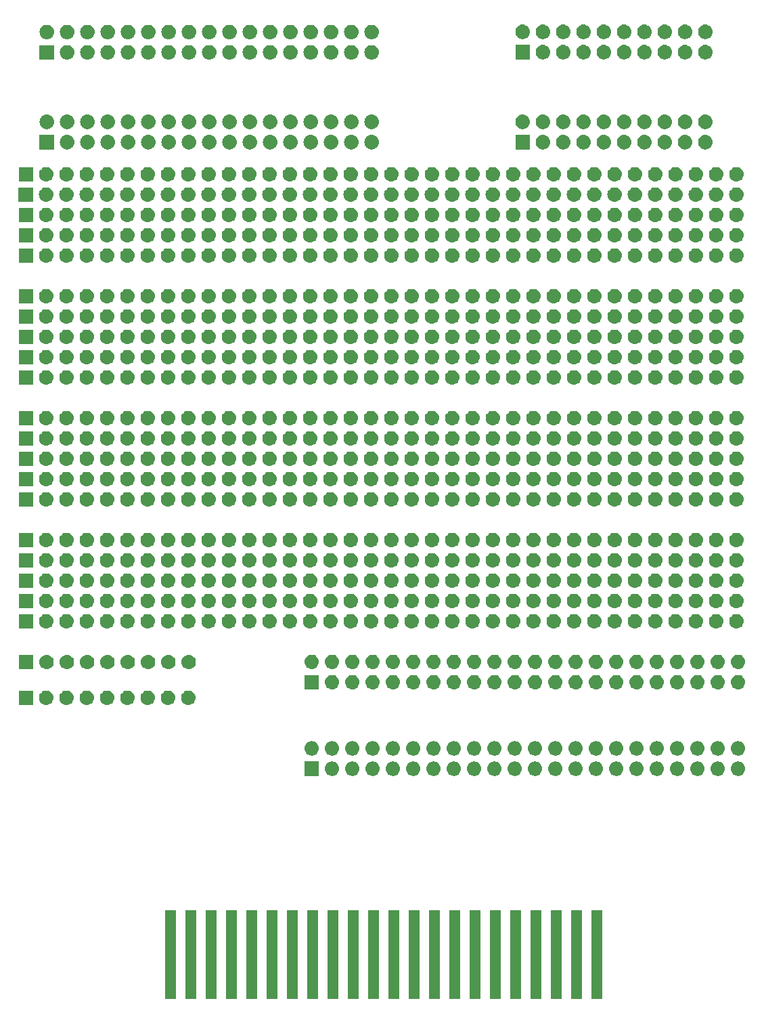
<source format=gbr>
G04 #@! TF.GenerationSoftware,KiCad,Pcbnew,(5.1.2-1)-1*
G04 #@! TF.CreationDate,2022-07-30T23:34:54+02:00*
G04 #@! TF.ProjectId,ElectronBreadBoard,456c6563-7472-46f6-9e42-72656164426f,rev?*
G04 #@! TF.SameCoordinates,Original*
G04 #@! TF.FileFunction,Soldermask,Top*
G04 #@! TF.FilePolarity,Negative*
%FSLAX46Y46*%
G04 Gerber Fmt 4.6, Leading zero omitted, Abs format (unit mm)*
G04 Created by KiCad (PCBNEW (5.1.2-1)-1) date 2022-07-30 23:34:54*
%MOMM*%
%LPD*%
G04 APERTURE LIST*
%ADD10C,0.100000*%
G04 APERTURE END LIST*
D10*
G36*
X138651000Y-177301000D02*
G01*
X137279000Y-177301000D01*
X137279000Y-166199000D01*
X138651000Y-166199000D01*
X138651000Y-177301000D01*
X138651000Y-177301000D01*
G37*
G36*
X136111000Y-177301000D02*
G01*
X134739000Y-177301000D01*
X134739000Y-166199000D01*
X136111000Y-166199000D01*
X136111000Y-177301000D01*
X136111000Y-177301000D01*
G37*
G36*
X133571000Y-177301000D02*
G01*
X132199000Y-177301000D01*
X132199000Y-166199000D01*
X133571000Y-166199000D01*
X133571000Y-177301000D01*
X133571000Y-177301000D01*
G37*
G36*
X131031000Y-177301000D02*
G01*
X129659000Y-177301000D01*
X129659000Y-166199000D01*
X131031000Y-166199000D01*
X131031000Y-177301000D01*
X131031000Y-177301000D01*
G37*
G36*
X128491000Y-177301000D02*
G01*
X127119000Y-177301000D01*
X127119000Y-166199000D01*
X128491000Y-166199000D01*
X128491000Y-177301000D01*
X128491000Y-177301000D01*
G37*
G36*
X125951000Y-177301000D02*
G01*
X124579000Y-177301000D01*
X124579000Y-166199000D01*
X125951000Y-166199000D01*
X125951000Y-177301000D01*
X125951000Y-177301000D01*
G37*
G36*
X123411000Y-177301000D02*
G01*
X122039000Y-177301000D01*
X122039000Y-166199000D01*
X123411000Y-166199000D01*
X123411000Y-177301000D01*
X123411000Y-177301000D01*
G37*
G36*
X120871000Y-177301000D02*
G01*
X119499000Y-177301000D01*
X119499000Y-166199000D01*
X120871000Y-166199000D01*
X120871000Y-177301000D01*
X120871000Y-177301000D01*
G37*
G36*
X118331000Y-177301000D02*
G01*
X116959000Y-177301000D01*
X116959000Y-166199000D01*
X118331000Y-166199000D01*
X118331000Y-177301000D01*
X118331000Y-177301000D01*
G37*
G36*
X115791000Y-177301000D02*
G01*
X114419000Y-177301000D01*
X114419000Y-166199000D01*
X115791000Y-166199000D01*
X115791000Y-177301000D01*
X115791000Y-177301000D01*
G37*
G36*
X113251000Y-177301000D02*
G01*
X111879000Y-177301000D01*
X111879000Y-166199000D01*
X113251000Y-166199000D01*
X113251000Y-177301000D01*
X113251000Y-177301000D01*
G37*
G36*
X110711000Y-177301000D02*
G01*
X109339000Y-177301000D01*
X109339000Y-166199000D01*
X110711000Y-166199000D01*
X110711000Y-177301000D01*
X110711000Y-177301000D01*
G37*
G36*
X108171000Y-177301000D02*
G01*
X106799000Y-177301000D01*
X106799000Y-166199000D01*
X108171000Y-166199000D01*
X108171000Y-177301000D01*
X108171000Y-177301000D01*
G37*
G36*
X105631000Y-177301000D02*
G01*
X104259000Y-177301000D01*
X104259000Y-166199000D01*
X105631000Y-166199000D01*
X105631000Y-177301000D01*
X105631000Y-177301000D01*
G37*
G36*
X103091000Y-177301000D02*
G01*
X101719000Y-177301000D01*
X101719000Y-166199000D01*
X103091000Y-166199000D01*
X103091000Y-177301000D01*
X103091000Y-177301000D01*
G37*
G36*
X100551000Y-177301000D02*
G01*
X99179000Y-177301000D01*
X99179000Y-166199000D01*
X100551000Y-166199000D01*
X100551000Y-177301000D01*
X100551000Y-177301000D01*
G37*
G36*
X98011000Y-177301000D02*
G01*
X96639000Y-177301000D01*
X96639000Y-166199000D01*
X98011000Y-166199000D01*
X98011000Y-177301000D01*
X98011000Y-177301000D01*
G37*
G36*
X95471000Y-177301000D02*
G01*
X94099000Y-177301000D01*
X94099000Y-166199000D01*
X95471000Y-166199000D01*
X95471000Y-177301000D01*
X95471000Y-177301000D01*
G37*
G36*
X92931000Y-177301000D02*
G01*
X91559000Y-177301000D01*
X91559000Y-166199000D01*
X92931000Y-166199000D01*
X92931000Y-177301000D01*
X92931000Y-177301000D01*
G37*
G36*
X90391000Y-177301000D02*
G01*
X89019000Y-177301000D01*
X89019000Y-166199000D01*
X90391000Y-166199000D01*
X90391000Y-177301000D01*
X90391000Y-177301000D01*
G37*
G36*
X87851000Y-177301000D02*
G01*
X86479000Y-177301000D01*
X86479000Y-166199000D01*
X87851000Y-166199000D01*
X87851000Y-177301000D01*
X87851000Y-177301000D01*
G37*
G36*
X85311000Y-177301000D02*
G01*
X83939000Y-177301000D01*
X83939000Y-166199000D01*
X85311000Y-166199000D01*
X85311000Y-177301000D01*
X85311000Y-177301000D01*
G37*
G36*
X155740443Y-147585519D02*
G01*
X155806627Y-147592037D01*
X155976466Y-147643557D01*
X156132991Y-147727222D01*
X156168729Y-147756552D01*
X156270186Y-147839814D01*
X156353448Y-147941271D01*
X156382778Y-147977009D01*
X156466443Y-148133534D01*
X156517963Y-148303373D01*
X156535359Y-148480000D01*
X156517963Y-148656627D01*
X156466443Y-148826466D01*
X156382778Y-148982991D01*
X156353448Y-149018729D01*
X156270186Y-149120186D01*
X156168729Y-149203448D01*
X156132991Y-149232778D01*
X155976466Y-149316443D01*
X155806627Y-149367963D01*
X155740443Y-149374481D01*
X155674260Y-149381000D01*
X155585740Y-149381000D01*
X155519557Y-149374481D01*
X155453373Y-149367963D01*
X155283534Y-149316443D01*
X155127009Y-149232778D01*
X155091271Y-149203448D01*
X154989814Y-149120186D01*
X154906552Y-149018729D01*
X154877222Y-148982991D01*
X154793557Y-148826466D01*
X154742037Y-148656627D01*
X154724641Y-148480000D01*
X154742037Y-148303373D01*
X154793557Y-148133534D01*
X154877222Y-147977009D01*
X154906552Y-147941271D01*
X154989814Y-147839814D01*
X155091271Y-147756552D01*
X155127009Y-147727222D01*
X155283534Y-147643557D01*
X155453373Y-147592037D01*
X155519557Y-147585519D01*
X155585740Y-147579000D01*
X155674260Y-147579000D01*
X155740443Y-147585519D01*
X155740443Y-147585519D01*
G37*
G36*
X153200443Y-147585519D02*
G01*
X153266627Y-147592037D01*
X153436466Y-147643557D01*
X153592991Y-147727222D01*
X153628729Y-147756552D01*
X153730186Y-147839814D01*
X153813448Y-147941271D01*
X153842778Y-147977009D01*
X153926443Y-148133534D01*
X153977963Y-148303373D01*
X153995359Y-148480000D01*
X153977963Y-148656627D01*
X153926443Y-148826466D01*
X153842778Y-148982991D01*
X153813448Y-149018729D01*
X153730186Y-149120186D01*
X153628729Y-149203448D01*
X153592991Y-149232778D01*
X153436466Y-149316443D01*
X153266627Y-149367963D01*
X153200443Y-149374481D01*
X153134260Y-149381000D01*
X153045740Y-149381000D01*
X152979557Y-149374481D01*
X152913373Y-149367963D01*
X152743534Y-149316443D01*
X152587009Y-149232778D01*
X152551271Y-149203448D01*
X152449814Y-149120186D01*
X152366552Y-149018729D01*
X152337222Y-148982991D01*
X152253557Y-148826466D01*
X152202037Y-148656627D01*
X152184641Y-148480000D01*
X152202037Y-148303373D01*
X152253557Y-148133534D01*
X152337222Y-147977009D01*
X152366552Y-147941271D01*
X152449814Y-147839814D01*
X152551271Y-147756552D01*
X152587009Y-147727222D01*
X152743534Y-147643557D01*
X152913373Y-147592037D01*
X152979557Y-147585519D01*
X153045740Y-147579000D01*
X153134260Y-147579000D01*
X153200443Y-147585519D01*
X153200443Y-147585519D01*
G37*
G36*
X150660443Y-147585519D02*
G01*
X150726627Y-147592037D01*
X150896466Y-147643557D01*
X151052991Y-147727222D01*
X151088729Y-147756552D01*
X151190186Y-147839814D01*
X151273448Y-147941271D01*
X151302778Y-147977009D01*
X151386443Y-148133534D01*
X151437963Y-148303373D01*
X151455359Y-148480000D01*
X151437963Y-148656627D01*
X151386443Y-148826466D01*
X151302778Y-148982991D01*
X151273448Y-149018729D01*
X151190186Y-149120186D01*
X151088729Y-149203448D01*
X151052991Y-149232778D01*
X150896466Y-149316443D01*
X150726627Y-149367963D01*
X150660443Y-149374481D01*
X150594260Y-149381000D01*
X150505740Y-149381000D01*
X150439557Y-149374481D01*
X150373373Y-149367963D01*
X150203534Y-149316443D01*
X150047009Y-149232778D01*
X150011271Y-149203448D01*
X149909814Y-149120186D01*
X149826552Y-149018729D01*
X149797222Y-148982991D01*
X149713557Y-148826466D01*
X149662037Y-148656627D01*
X149644641Y-148480000D01*
X149662037Y-148303373D01*
X149713557Y-148133534D01*
X149797222Y-147977009D01*
X149826552Y-147941271D01*
X149909814Y-147839814D01*
X150011271Y-147756552D01*
X150047009Y-147727222D01*
X150203534Y-147643557D01*
X150373373Y-147592037D01*
X150439557Y-147585519D01*
X150505740Y-147579000D01*
X150594260Y-147579000D01*
X150660443Y-147585519D01*
X150660443Y-147585519D01*
G37*
G36*
X148120443Y-147585519D02*
G01*
X148186627Y-147592037D01*
X148356466Y-147643557D01*
X148512991Y-147727222D01*
X148548729Y-147756552D01*
X148650186Y-147839814D01*
X148733448Y-147941271D01*
X148762778Y-147977009D01*
X148846443Y-148133534D01*
X148897963Y-148303373D01*
X148915359Y-148480000D01*
X148897963Y-148656627D01*
X148846443Y-148826466D01*
X148762778Y-148982991D01*
X148733448Y-149018729D01*
X148650186Y-149120186D01*
X148548729Y-149203448D01*
X148512991Y-149232778D01*
X148356466Y-149316443D01*
X148186627Y-149367963D01*
X148120443Y-149374481D01*
X148054260Y-149381000D01*
X147965740Y-149381000D01*
X147899557Y-149374481D01*
X147833373Y-149367963D01*
X147663534Y-149316443D01*
X147507009Y-149232778D01*
X147471271Y-149203448D01*
X147369814Y-149120186D01*
X147286552Y-149018729D01*
X147257222Y-148982991D01*
X147173557Y-148826466D01*
X147122037Y-148656627D01*
X147104641Y-148480000D01*
X147122037Y-148303373D01*
X147173557Y-148133534D01*
X147257222Y-147977009D01*
X147286552Y-147941271D01*
X147369814Y-147839814D01*
X147471271Y-147756552D01*
X147507009Y-147727222D01*
X147663534Y-147643557D01*
X147833373Y-147592037D01*
X147899557Y-147585519D01*
X147965740Y-147579000D01*
X148054260Y-147579000D01*
X148120443Y-147585519D01*
X148120443Y-147585519D01*
G37*
G36*
X145580443Y-147585519D02*
G01*
X145646627Y-147592037D01*
X145816466Y-147643557D01*
X145972991Y-147727222D01*
X146008729Y-147756552D01*
X146110186Y-147839814D01*
X146193448Y-147941271D01*
X146222778Y-147977009D01*
X146306443Y-148133534D01*
X146357963Y-148303373D01*
X146375359Y-148480000D01*
X146357963Y-148656627D01*
X146306443Y-148826466D01*
X146222778Y-148982991D01*
X146193448Y-149018729D01*
X146110186Y-149120186D01*
X146008729Y-149203448D01*
X145972991Y-149232778D01*
X145816466Y-149316443D01*
X145646627Y-149367963D01*
X145580443Y-149374481D01*
X145514260Y-149381000D01*
X145425740Y-149381000D01*
X145359557Y-149374481D01*
X145293373Y-149367963D01*
X145123534Y-149316443D01*
X144967009Y-149232778D01*
X144931271Y-149203448D01*
X144829814Y-149120186D01*
X144746552Y-149018729D01*
X144717222Y-148982991D01*
X144633557Y-148826466D01*
X144582037Y-148656627D01*
X144564641Y-148480000D01*
X144582037Y-148303373D01*
X144633557Y-148133534D01*
X144717222Y-147977009D01*
X144746552Y-147941271D01*
X144829814Y-147839814D01*
X144931271Y-147756552D01*
X144967009Y-147727222D01*
X145123534Y-147643557D01*
X145293373Y-147592037D01*
X145359557Y-147585519D01*
X145425740Y-147579000D01*
X145514260Y-147579000D01*
X145580443Y-147585519D01*
X145580443Y-147585519D01*
G37*
G36*
X143040443Y-147585519D02*
G01*
X143106627Y-147592037D01*
X143276466Y-147643557D01*
X143432991Y-147727222D01*
X143468729Y-147756552D01*
X143570186Y-147839814D01*
X143653448Y-147941271D01*
X143682778Y-147977009D01*
X143766443Y-148133534D01*
X143817963Y-148303373D01*
X143835359Y-148480000D01*
X143817963Y-148656627D01*
X143766443Y-148826466D01*
X143682778Y-148982991D01*
X143653448Y-149018729D01*
X143570186Y-149120186D01*
X143468729Y-149203448D01*
X143432991Y-149232778D01*
X143276466Y-149316443D01*
X143106627Y-149367963D01*
X143040443Y-149374481D01*
X142974260Y-149381000D01*
X142885740Y-149381000D01*
X142819557Y-149374481D01*
X142753373Y-149367963D01*
X142583534Y-149316443D01*
X142427009Y-149232778D01*
X142391271Y-149203448D01*
X142289814Y-149120186D01*
X142206552Y-149018729D01*
X142177222Y-148982991D01*
X142093557Y-148826466D01*
X142042037Y-148656627D01*
X142024641Y-148480000D01*
X142042037Y-148303373D01*
X142093557Y-148133534D01*
X142177222Y-147977009D01*
X142206552Y-147941271D01*
X142289814Y-147839814D01*
X142391271Y-147756552D01*
X142427009Y-147727222D01*
X142583534Y-147643557D01*
X142753373Y-147592037D01*
X142819557Y-147585519D01*
X142885740Y-147579000D01*
X142974260Y-147579000D01*
X143040443Y-147585519D01*
X143040443Y-147585519D01*
G37*
G36*
X140500443Y-147585519D02*
G01*
X140566627Y-147592037D01*
X140736466Y-147643557D01*
X140892991Y-147727222D01*
X140928729Y-147756552D01*
X141030186Y-147839814D01*
X141113448Y-147941271D01*
X141142778Y-147977009D01*
X141226443Y-148133534D01*
X141277963Y-148303373D01*
X141295359Y-148480000D01*
X141277963Y-148656627D01*
X141226443Y-148826466D01*
X141142778Y-148982991D01*
X141113448Y-149018729D01*
X141030186Y-149120186D01*
X140928729Y-149203448D01*
X140892991Y-149232778D01*
X140736466Y-149316443D01*
X140566627Y-149367963D01*
X140500443Y-149374481D01*
X140434260Y-149381000D01*
X140345740Y-149381000D01*
X140279557Y-149374481D01*
X140213373Y-149367963D01*
X140043534Y-149316443D01*
X139887009Y-149232778D01*
X139851271Y-149203448D01*
X139749814Y-149120186D01*
X139666552Y-149018729D01*
X139637222Y-148982991D01*
X139553557Y-148826466D01*
X139502037Y-148656627D01*
X139484641Y-148480000D01*
X139502037Y-148303373D01*
X139553557Y-148133534D01*
X139637222Y-147977009D01*
X139666552Y-147941271D01*
X139749814Y-147839814D01*
X139851271Y-147756552D01*
X139887009Y-147727222D01*
X140043534Y-147643557D01*
X140213373Y-147592037D01*
X140279557Y-147585519D01*
X140345740Y-147579000D01*
X140434260Y-147579000D01*
X140500443Y-147585519D01*
X140500443Y-147585519D01*
G37*
G36*
X137960443Y-147585519D02*
G01*
X138026627Y-147592037D01*
X138196466Y-147643557D01*
X138352991Y-147727222D01*
X138388729Y-147756552D01*
X138490186Y-147839814D01*
X138573448Y-147941271D01*
X138602778Y-147977009D01*
X138686443Y-148133534D01*
X138737963Y-148303373D01*
X138755359Y-148480000D01*
X138737963Y-148656627D01*
X138686443Y-148826466D01*
X138602778Y-148982991D01*
X138573448Y-149018729D01*
X138490186Y-149120186D01*
X138388729Y-149203448D01*
X138352991Y-149232778D01*
X138196466Y-149316443D01*
X138026627Y-149367963D01*
X137960443Y-149374481D01*
X137894260Y-149381000D01*
X137805740Y-149381000D01*
X137739557Y-149374481D01*
X137673373Y-149367963D01*
X137503534Y-149316443D01*
X137347009Y-149232778D01*
X137311271Y-149203448D01*
X137209814Y-149120186D01*
X137126552Y-149018729D01*
X137097222Y-148982991D01*
X137013557Y-148826466D01*
X136962037Y-148656627D01*
X136944641Y-148480000D01*
X136962037Y-148303373D01*
X137013557Y-148133534D01*
X137097222Y-147977009D01*
X137126552Y-147941271D01*
X137209814Y-147839814D01*
X137311271Y-147756552D01*
X137347009Y-147727222D01*
X137503534Y-147643557D01*
X137673373Y-147592037D01*
X137739557Y-147585519D01*
X137805740Y-147579000D01*
X137894260Y-147579000D01*
X137960443Y-147585519D01*
X137960443Y-147585519D01*
G37*
G36*
X135420443Y-147585519D02*
G01*
X135486627Y-147592037D01*
X135656466Y-147643557D01*
X135812991Y-147727222D01*
X135848729Y-147756552D01*
X135950186Y-147839814D01*
X136033448Y-147941271D01*
X136062778Y-147977009D01*
X136146443Y-148133534D01*
X136197963Y-148303373D01*
X136215359Y-148480000D01*
X136197963Y-148656627D01*
X136146443Y-148826466D01*
X136062778Y-148982991D01*
X136033448Y-149018729D01*
X135950186Y-149120186D01*
X135848729Y-149203448D01*
X135812991Y-149232778D01*
X135656466Y-149316443D01*
X135486627Y-149367963D01*
X135420443Y-149374481D01*
X135354260Y-149381000D01*
X135265740Y-149381000D01*
X135199557Y-149374481D01*
X135133373Y-149367963D01*
X134963534Y-149316443D01*
X134807009Y-149232778D01*
X134771271Y-149203448D01*
X134669814Y-149120186D01*
X134586552Y-149018729D01*
X134557222Y-148982991D01*
X134473557Y-148826466D01*
X134422037Y-148656627D01*
X134404641Y-148480000D01*
X134422037Y-148303373D01*
X134473557Y-148133534D01*
X134557222Y-147977009D01*
X134586552Y-147941271D01*
X134669814Y-147839814D01*
X134771271Y-147756552D01*
X134807009Y-147727222D01*
X134963534Y-147643557D01*
X135133373Y-147592037D01*
X135199557Y-147585519D01*
X135265740Y-147579000D01*
X135354260Y-147579000D01*
X135420443Y-147585519D01*
X135420443Y-147585519D01*
G37*
G36*
X132880443Y-147585519D02*
G01*
X132946627Y-147592037D01*
X133116466Y-147643557D01*
X133272991Y-147727222D01*
X133308729Y-147756552D01*
X133410186Y-147839814D01*
X133493448Y-147941271D01*
X133522778Y-147977009D01*
X133606443Y-148133534D01*
X133657963Y-148303373D01*
X133675359Y-148480000D01*
X133657963Y-148656627D01*
X133606443Y-148826466D01*
X133522778Y-148982991D01*
X133493448Y-149018729D01*
X133410186Y-149120186D01*
X133308729Y-149203448D01*
X133272991Y-149232778D01*
X133116466Y-149316443D01*
X132946627Y-149367963D01*
X132880443Y-149374481D01*
X132814260Y-149381000D01*
X132725740Y-149381000D01*
X132659557Y-149374481D01*
X132593373Y-149367963D01*
X132423534Y-149316443D01*
X132267009Y-149232778D01*
X132231271Y-149203448D01*
X132129814Y-149120186D01*
X132046552Y-149018729D01*
X132017222Y-148982991D01*
X131933557Y-148826466D01*
X131882037Y-148656627D01*
X131864641Y-148480000D01*
X131882037Y-148303373D01*
X131933557Y-148133534D01*
X132017222Y-147977009D01*
X132046552Y-147941271D01*
X132129814Y-147839814D01*
X132231271Y-147756552D01*
X132267009Y-147727222D01*
X132423534Y-147643557D01*
X132593373Y-147592037D01*
X132659557Y-147585519D01*
X132725740Y-147579000D01*
X132814260Y-147579000D01*
X132880443Y-147585519D01*
X132880443Y-147585519D01*
G37*
G36*
X130340443Y-147585519D02*
G01*
X130406627Y-147592037D01*
X130576466Y-147643557D01*
X130732991Y-147727222D01*
X130768729Y-147756552D01*
X130870186Y-147839814D01*
X130953448Y-147941271D01*
X130982778Y-147977009D01*
X131066443Y-148133534D01*
X131117963Y-148303373D01*
X131135359Y-148480000D01*
X131117963Y-148656627D01*
X131066443Y-148826466D01*
X130982778Y-148982991D01*
X130953448Y-149018729D01*
X130870186Y-149120186D01*
X130768729Y-149203448D01*
X130732991Y-149232778D01*
X130576466Y-149316443D01*
X130406627Y-149367963D01*
X130340443Y-149374481D01*
X130274260Y-149381000D01*
X130185740Y-149381000D01*
X130119557Y-149374481D01*
X130053373Y-149367963D01*
X129883534Y-149316443D01*
X129727009Y-149232778D01*
X129691271Y-149203448D01*
X129589814Y-149120186D01*
X129506552Y-149018729D01*
X129477222Y-148982991D01*
X129393557Y-148826466D01*
X129342037Y-148656627D01*
X129324641Y-148480000D01*
X129342037Y-148303373D01*
X129393557Y-148133534D01*
X129477222Y-147977009D01*
X129506552Y-147941271D01*
X129589814Y-147839814D01*
X129691271Y-147756552D01*
X129727009Y-147727222D01*
X129883534Y-147643557D01*
X130053373Y-147592037D01*
X130119557Y-147585519D01*
X130185740Y-147579000D01*
X130274260Y-147579000D01*
X130340443Y-147585519D01*
X130340443Y-147585519D01*
G37*
G36*
X127800443Y-147585519D02*
G01*
X127866627Y-147592037D01*
X128036466Y-147643557D01*
X128192991Y-147727222D01*
X128228729Y-147756552D01*
X128330186Y-147839814D01*
X128413448Y-147941271D01*
X128442778Y-147977009D01*
X128526443Y-148133534D01*
X128577963Y-148303373D01*
X128595359Y-148480000D01*
X128577963Y-148656627D01*
X128526443Y-148826466D01*
X128442778Y-148982991D01*
X128413448Y-149018729D01*
X128330186Y-149120186D01*
X128228729Y-149203448D01*
X128192991Y-149232778D01*
X128036466Y-149316443D01*
X127866627Y-149367963D01*
X127800443Y-149374481D01*
X127734260Y-149381000D01*
X127645740Y-149381000D01*
X127579557Y-149374481D01*
X127513373Y-149367963D01*
X127343534Y-149316443D01*
X127187009Y-149232778D01*
X127151271Y-149203448D01*
X127049814Y-149120186D01*
X126966552Y-149018729D01*
X126937222Y-148982991D01*
X126853557Y-148826466D01*
X126802037Y-148656627D01*
X126784641Y-148480000D01*
X126802037Y-148303373D01*
X126853557Y-148133534D01*
X126937222Y-147977009D01*
X126966552Y-147941271D01*
X127049814Y-147839814D01*
X127151271Y-147756552D01*
X127187009Y-147727222D01*
X127343534Y-147643557D01*
X127513373Y-147592037D01*
X127579557Y-147585519D01*
X127645740Y-147579000D01*
X127734260Y-147579000D01*
X127800443Y-147585519D01*
X127800443Y-147585519D01*
G37*
G36*
X125260443Y-147585519D02*
G01*
X125326627Y-147592037D01*
X125496466Y-147643557D01*
X125652991Y-147727222D01*
X125688729Y-147756552D01*
X125790186Y-147839814D01*
X125873448Y-147941271D01*
X125902778Y-147977009D01*
X125986443Y-148133534D01*
X126037963Y-148303373D01*
X126055359Y-148480000D01*
X126037963Y-148656627D01*
X125986443Y-148826466D01*
X125902778Y-148982991D01*
X125873448Y-149018729D01*
X125790186Y-149120186D01*
X125688729Y-149203448D01*
X125652991Y-149232778D01*
X125496466Y-149316443D01*
X125326627Y-149367963D01*
X125260443Y-149374481D01*
X125194260Y-149381000D01*
X125105740Y-149381000D01*
X125039557Y-149374481D01*
X124973373Y-149367963D01*
X124803534Y-149316443D01*
X124647009Y-149232778D01*
X124611271Y-149203448D01*
X124509814Y-149120186D01*
X124426552Y-149018729D01*
X124397222Y-148982991D01*
X124313557Y-148826466D01*
X124262037Y-148656627D01*
X124244641Y-148480000D01*
X124262037Y-148303373D01*
X124313557Y-148133534D01*
X124397222Y-147977009D01*
X124426552Y-147941271D01*
X124509814Y-147839814D01*
X124611271Y-147756552D01*
X124647009Y-147727222D01*
X124803534Y-147643557D01*
X124973373Y-147592037D01*
X125039557Y-147585519D01*
X125105740Y-147579000D01*
X125194260Y-147579000D01*
X125260443Y-147585519D01*
X125260443Y-147585519D01*
G37*
G36*
X122720443Y-147585519D02*
G01*
X122786627Y-147592037D01*
X122956466Y-147643557D01*
X123112991Y-147727222D01*
X123148729Y-147756552D01*
X123250186Y-147839814D01*
X123333448Y-147941271D01*
X123362778Y-147977009D01*
X123446443Y-148133534D01*
X123497963Y-148303373D01*
X123515359Y-148480000D01*
X123497963Y-148656627D01*
X123446443Y-148826466D01*
X123362778Y-148982991D01*
X123333448Y-149018729D01*
X123250186Y-149120186D01*
X123148729Y-149203448D01*
X123112991Y-149232778D01*
X122956466Y-149316443D01*
X122786627Y-149367963D01*
X122720443Y-149374481D01*
X122654260Y-149381000D01*
X122565740Y-149381000D01*
X122499557Y-149374481D01*
X122433373Y-149367963D01*
X122263534Y-149316443D01*
X122107009Y-149232778D01*
X122071271Y-149203448D01*
X121969814Y-149120186D01*
X121886552Y-149018729D01*
X121857222Y-148982991D01*
X121773557Y-148826466D01*
X121722037Y-148656627D01*
X121704641Y-148480000D01*
X121722037Y-148303373D01*
X121773557Y-148133534D01*
X121857222Y-147977009D01*
X121886552Y-147941271D01*
X121969814Y-147839814D01*
X122071271Y-147756552D01*
X122107009Y-147727222D01*
X122263534Y-147643557D01*
X122433373Y-147592037D01*
X122499557Y-147585519D01*
X122565740Y-147579000D01*
X122654260Y-147579000D01*
X122720443Y-147585519D01*
X122720443Y-147585519D01*
G37*
G36*
X120180443Y-147585519D02*
G01*
X120246627Y-147592037D01*
X120416466Y-147643557D01*
X120572991Y-147727222D01*
X120608729Y-147756552D01*
X120710186Y-147839814D01*
X120793448Y-147941271D01*
X120822778Y-147977009D01*
X120906443Y-148133534D01*
X120957963Y-148303373D01*
X120975359Y-148480000D01*
X120957963Y-148656627D01*
X120906443Y-148826466D01*
X120822778Y-148982991D01*
X120793448Y-149018729D01*
X120710186Y-149120186D01*
X120608729Y-149203448D01*
X120572991Y-149232778D01*
X120416466Y-149316443D01*
X120246627Y-149367963D01*
X120180443Y-149374481D01*
X120114260Y-149381000D01*
X120025740Y-149381000D01*
X119959557Y-149374481D01*
X119893373Y-149367963D01*
X119723534Y-149316443D01*
X119567009Y-149232778D01*
X119531271Y-149203448D01*
X119429814Y-149120186D01*
X119346552Y-149018729D01*
X119317222Y-148982991D01*
X119233557Y-148826466D01*
X119182037Y-148656627D01*
X119164641Y-148480000D01*
X119182037Y-148303373D01*
X119233557Y-148133534D01*
X119317222Y-147977009D01*
X119346552Y-147941271D01*
X119429814Y-147839814D01*
X119531271Y-147756552D01*
X119567009Y-147727222D01*
X119723534Y-147643557D01*
X119893373Y-147592037D01*
X119959557Y-147585519D01*
X120025740Y-147579000D01*
X120114260Y-147579000D01*
X120180443Y-147585519D01*
X120180443Y-147585519D01*
G37*
G36*
X117640443Y-147585519D02*
G01*
X117706627Y-147592037D01*
X117876466Y-147643557D01*
X118032991Y-147727222D01*
X118068729Y-147756552D01*
X118170186Y-147839814D01*
X118253448Y-147941271D01*
X118282778Y-147977009D01*
X118366443Y-148133534D01*
X118417963Y-148303373D01*
X118435359Y-148480000D01*
X118417963Y-148656627D01*
X118366443Y-148826466D01*
X118282778Y-148982991D01*
X118253448Y-149018729D01*
X118170186Y-149120186D01*
X118068729Y-149203448D01*
X118032991Y-149232778D01*
X117876466Y-149316443D01*
X117706627Y-149367963D01*
X117640443Y-149374481D01*
X117574260Y-149381000D01*
X117485740Y-149381000D01*
X117419557Y-149374481D01*
X117353373Y-149367963D01*
X117183534Y-149316443D01*
X117027009Y-149232778D01*
X116991271Y-149203448D01*
X116889814Y-149120186D01*
X116806552Y-149018729D01*
X116777222Y-148982991D01*
X116693557Y-148826466D01*
X116642037Y-148656627D01*
X116624641Y-148480000D01*
X116642037Y-148303373D01*
X116693557Y-148133534D01*
X116777222Y-147977009D01*
X116806552Y-147941271D01*
X116889814Y-147839814D01*
X116991271Y-147756552D01*
X117027009Y-147727222D01*
X117183534Y-147643557D01*
X117353373Y-147592037D01*
X117419557Y-147585519D01*
X117485740Y-147579000D01*
X117574260Y-147579000D01*
X117640443Y-147585519D01*
X117640443Y-147585519D01*
G37*
G36*
X115100443Y-147585519D02*
G01*
X115166627Y-147592037D01*
X115336466Y-147643557D01*
X115492991Y-147727222D01*
X115528729Y-147756552D01*
X115630186Y-147839814D01*
X115713448Y-147941271D01*
X115742778Y-147977009D01*
X115826443Y-148133534D01*
X115877963Y-148303373D01*
X115895359Y-148480000D01*
X115877963Y-148656627D01*
X115826443Y-148826466D01*
X115742778Y-148982991D01*
X115713448Y-149018729D01*
X115630186Y-149120186D01*
X115528729Y-149203448D01*
X115492991Y-149232778D01*
X115336466Y-149316443D01*
X115166627Y-149367963D01*
X115100443Y-149374481D01*
X115034260Y-149381000D01*
X114945740Y-149381000D01*
X114879557Y-149374481D01*
X114813373Y-149367963D01*
X114643534Y-149316443D01*
X114487009Y-149232778D01*
X114451271Y-149203448D01*
X114349814Y-149120186D01*
X114266552Y-149018729D01*
X114237222Y-148982991D01*
X114153557Y-148826466D01*
X114102037Y-148656627D01*
X114084641Y-148480000D01*
X114102037Y-148303373D01*
X114153557Y-148133534D01*
X114237222Y-147977009D01*
X114266552Y-147941271D01*
X114349814Y-147839814D01*
X114451271Y-147756552D01*
X114487009Y-147727222D01*
X114643534Y-147643557D01*
X114813373Y-147592037D01*
X114879557Y-147585519D01*
X114945740Y-147579000D01*
X115034260Y-147579000D01*
X115100443Y-147585519D01*
X115100443Y-147585519D01*
G37*
G36*
X112560443Y-147585519D02*
G01*
X112626627Y-147592037D01*
X112796466Y-147643557D01*
X112952991Y-147727222D01*
X112988729Y-147756552D01*
X113090186Y-147839814D01*
X113173448Y-147941271D01*
X113202778Y-147977009D01*
X113286443Y-148133534D01*
X113337963Y-148303373D01*
X113355359Y-148480000D01*
X113337963Y-148656627D01*
X113286443Y-148826466D01*
X113202778Y-148982991D01*
X113173448Y-149018729D01*
X113090186Y-149120186D01*
X112988729Y-149203448D01*
X112952991Y-149232778D01*
X112796466Y-149316443D01*
X112626627Y-149367963D01*
X112560443Y-149374481D01*
X112494260Y-149381000D01*
X112405740Y-149381000D01*
X112339557Y-149374481D01*
X112273373Y-149367963D01*
X112103534Y-149316443D01*
X111947009Y-149232778D01*
X111911271Y-149203448D01*
X111809814Y-149120186D01*
X111726552Y-149018729D01*
X111697222Y-148982991D01*
X111613557Y-148826466D01*
X111562037Y-148656627D01*
X111544641Y-148480000D01*
X111562037Y-148303373D01*
X111613557Y-148133534D01*
X111697222Y-147977009D01*
X111726552Y-147941271D01*
X111809814Y-147839814D01*
X111911271Y-147756552D01*
X111947009Y-147727222D01*
X112103534Y-147643557D01*
X112273373Y-147592037D01*
X112339557Y-147585519D01*
X112405740Y-147579000D01*
X112494260Y-147579000D01*
X112560443Y-147585519D01*
X112560443Y-147585519D01*
G37*
G36*
X110020443Y-147585519D02*
G01*
X110086627Y-147592037D01*
X110256466Y-147643557D01*
X110412991Y-147727222D01*
X110448729Y-147756552D01*
X110550186Y-147839814D01*
X110633448Y-147941271D01*
X110662778Y-147977009D01*
X110746443Y-148133534D01*
X110797963Y-148303373D01*
X110815359Y-148480000D01*
X110797963Y-148656627D01*
X110746443Y-148826466D01*
X110662778Y-148982991D01*
X110633448Y-149018729D01*
X110550186Y-149120186D01*
X110448729Y-149203448D01*
X110412991Y-149232778D01*
X110256466Y-149316443D01*
X110086627Y-149367963D01*
X110020443Y-149374481D01*
X109954260Y-149381000D01*
X109865740Y-149381000D01*
X109799557Y-149374481D01*
X109733373Y-149367963D01*
X109563534Y-149316443D01*
X109407009Y-149232778D01*
X109371271Y-149203448D01*
X109269814Y-149120186D01*
X109186552Y-149018729D01*
X109157222Y-148982991D01*
X109073557Y-148826466D01*
X109022037Y-148656627D01*
X109004641Y-148480000D01*
X109022037Y-148303373D01*
X109073557Y-148133534D01*
X109157222Y-147977009D01*
X109186552Y-147941271D01*
X109269814Y-147839814D01*
X109371271Y-147756552D01*
X109407009Y-147727222D01*
X109563534Y-147643557D01*
X109733373Y-147592037D01*
X109799557Y-147585519D01*
X109865740Y-147579000D01*
X109954260Y-147579000D01*
X110020443Y-147585519D01*
X110020443Y-147585519D01*
G37*
G36*
X107480443Y-147585519D02*
G01*
X107546627Y-147592037D01*
X107716466Y-147643557D01*
X107872991Y-147727222D01*
X107908729Y-147756552D01*
X108010186Y-147839814D01*
X108093448Y-147941271D01*
X108122778Y-147977009D01*
X108206443Y-148133534D01*
X108257963Y-148303373D01*
X108275359Y-148480000D01*
X108257963Y-148656627D01*
X108206443Y-148826466D01*
X108122778Y-148982991D01*
X108093448Y-149018729D01*
X108010186Y-149120186D01*
X107908729Y-149203448D01*
X107872991Y-149232778D01*
X107716466Y-149316443D01*
X107546627Y-149367963D01*
X107480443Y-149374481D01*
X107414260Y-149381000D01*
X107325740Y-149381000D01*
X107259557Y-149374481D01*
X107193373Y-149367963D01*
X107023534Y-149316443D01*
X106867009Y-149232778D01*
X106831271Y-149203448D01*
X106729814Y-149120186D01*
X106646552Y-149018729D01*
X106617222Y-148982991D01*
X106533557Y-148826466D01*
X106482037Y-148656627D01*
X106464641Y-148480000D01*
X106482037Y-148303373D01*
X106533557Y-148133534D01*
X106617222Y-147977009D01*
X106646552Y-147941271D01*
X106729814Y-147839814D01*
X106831271Y-147756552D01*
X106867009Y-147727222D01*
X107023534Y-147643557D01*
X107193373Y-147592037D01*
X107259557Y-147585519D01*
X107325740Y-147579000D01*
X107414260Y-147579000D01*
X107480443Y-147585519D01*
X107480443Y-147585519D01*
G37*
G36*
X104940443Y-147585519D02*
G01*
X105006627Y-147592037D01*
X105176466Y-147643557D01*
X105332991Y-147727222D01*
X105368729Y-147756552D01*
X105470186Y-147839814D01*
X105553448Y-147941271D01*
X105582778Y-147977009D01*
X105666443Y-148133534D01*
X105717963Y-148303373D01*
X105735359Y-148480000D01*
X105717963Y-148656627D01*
X105666443Y-148826466D01*
X105582778Y-148982991D01*
X105553448Y-149018729D01*
X105470186Y-149120186D01*
X105368729Y-149203448D01*
X105332991Y-149232778D01*
X105176466Y-149316443D01*
X105006627Y-149367963D01*
X104940443Y-149374481D01*
X104874260Y-149381000D01*
X104785740Y-149381000D01*
X104719557Y-149374481D01*
X104653373Y-149367963D01*
X104483534Y-149316443D01*
X104327009Y-149232778D01*
X104291271Y-149203448D01*
X104189814Y-149120186D01*
X104106552Y-149018729D01*
X104077222Y-148982991D01*
X103993557Y-148826466D01*
X103942037Y-148656627D01*
X103924641Y-148480000D01*
X103942037Y-148303373D01*
X103993557Y-148133534D01*
X104077222Y-147977009D01*
X104106552Y-147941271D01*
X104189814Y-147839814D01*
X104291271Y-147756552D01*
X104327009Y-147727222D01*
X104483534Y-147643557D01*
X104653373Y-147592037D01*
X104719557Y-147585519D01*
X104785740Y-147579000D01*
X104874260Y-147579000D01*
X104940443Y-147585519D01*
X104940443Y-147585519D01*
G37*
G36*
X103191000Y-149381000D02*
G01*
X101389000Y-149381000D01*
X101389000Y-147579000D01*
X103191000Y-147579000D01*
X103191000Y-149381000D01*
X103191000Y-149381000D01*
G37*
G36*
X104940442Y-145045518D02*
G01*
X105006627Y-145052037D01*
X105176466Y-145103557D01*
X105332991Y-145187222D01*
X105368729Y-145216552D01*
X105470186Y-145299814D01*
X105553448Y-145401271D01*
X105582778Y-145437009D01*
X105666443Y-145593534D01*
X105717963Y-145763373D01*
X105735359Y-145940000D01*
X105717963Y-146116627D01*
X105666443Y-146286466D01*
X105582778Y-146442991D01*
X105553448Y-146478729D01*
X105470186Y-146580186D01*
X105368729Y-146663448D01*
X105332991Y-146692778D01*
X105176466Y-146776443D01*
X105006627Y-146827963D01*
X104940442Y-146834482D01*
X104874260Y-146841000D01*
X104785740Y-146841000D01*
X104719558Y-146834482D01*
X104653373Y-146827963D01*
X104483534Y-146776443D01*
X104327009Y-146692778D01*
X104291271Y-146663448D01*
X104189814Y-146580186D01*
X104106552Y-146478729D01*
X104077222Y-146442991D01*
X103993557Y-146286466D01*
X103942037Y-146116627D01*
X103924641Y-145940000D01*
X103942037Y-145763373D01*
X103993557Y-145593534D01*
X104077222Y-145437009D01*
X104106552Y-145401271D01*
X104189814Y-145299814D01*
X104291271Y-145216552D01*
X104327009Y-145187222D01*
X104483534Y-145103557D01*
X104653373Y-145052037D01*
X104719558Y-145045518D01*
X104785740Y-145039000D01*
X104874260Y-145039000D01*
X104940442Y-145045518D01*
X104940442Y-145045518D01*
G37*
G36*
X107480442Y-145045518D02*
G01*
X107546627Y-145052037D01*
X107716466Y-145103557D01*
X107872991Y-145187222D01*
X107908729Y-145216552D01*
X108010186Y-145299814D01*
X108093448Y-145401271D01*
X108122778Y-145437009D01*
X108206443Y-145593534D01*
X108257963Y-145763373D01*
X108275359Y-145940000D01*
X108257963Y-146116627D01*
X108206443Y-146286466D01*
X108122778Y-146442991D01*
X108093448Y-146478729D01*
X108010186Y-146580186D01*
X107908729Y-146663448D01*
X107872991Y-146692778D01*
X107716466Y-146776443D01*
X107546627Y-146827963D01*
X107480442Y-146834482D01*
X107414260Y-146841000D01*
X107325740Y-146841000D01*
X107259558Y-146834482D01*
X107193373Y-146827963D01*
X107023534Y-146776443D01*
X106867009Y-146692778D01*
X106831271Y-146663448D01*
X106729814Y-146580186D01*
X106646552Y-146478729D01*
X106617222Y-146442991D01*
X106533557Y-146286466D01*
X106482037Y-146116627D01*
X106464641Y-145940000D01*
X106482037Y-145763373D01*
X106533557Y-145593534D01*
X106617222Y-145437009D01*
X106646552Y-145401271D01*
X106729814Y-145299814D01*
X106831271Y-145216552D01*
X106867009Y-145187222D01*
X107023534Y-145103557D01*
X107193373Y-145052037D01*
X107259558Y-145045518D01*
X107325740Y-145039000D01*
X107414260Y-145039000D01*
X107480442Y-145045518D01*
X107480442Y-145045518D01*
G37*
G36*
X102400442Y-145045518D02*
G01*
X102466627Y-145052037D01*
X102636466Y-145103557D01*
X102792991Y-145187222D01*
X102828729Y-145216552D01*
X102930186Y-145299814D01*
X103013448Y-145401271D01*
X103042778Y-145437009D01*
X103126443Y-145593534D01*
X103177963Y-145763373D01*
X103195359Y-145940000D01*
X103177963Y-146116627D01*
X103126443Y-146286466D01*
X103042778Y-146442991D01*
X103013448Y-146478729D01*
X102930186Y-146580186D01*
X102828729Y-146663448D01*
X102792991Y-146692778D01*
X102636466Y-146776443D01*
X102466627Y-146827963D01*
X102400442Y-146834482D01*
X102334260Y-146841000D01*
X102245740Y-146841000D01*
X102179558Y-146834482D01*
X102113373Y-146827963D01*
X101943534Y-146776443D01*
X101787009Y-146692778D01*
X101751271Y-146663448D01*
X101649814Y-146580186D01*
X101566552Y-146478729D01*
X101537222Y-146442991D01*
X101453557Y-146286466D01*
X101402037Y-146116627D01*
X101384641Y-145940000D01*
X101402037Y-145763373D01*
X101453557Y-145593534D01*
X101537222Y-145437009D01*
X101566552Y-145401271D01*
X101649814Y-145299814D01*
X101751271Y-145216552D01*
X101787009Y-145187222D01*
X101943534Y-145103557D01*
X102113373Y-145052037D01*
X102179558Y-145045518D01*
X102245740Y-145039000D01*
X102334260Y-145039000D01*
X102400442Y-145045518D01*
X102400442Y-145045518D01*
G37*
G36*
X110020442Y-145045518D02*
G01*
X110086627Y-145052037D01*
X110256466Y-145103557D01*
X110412991Y-145187222D01*
X110448729Y-145216552D01*
X110550186Y-145299814D01*
X110633448Y-145401271D01*
X110662778Y-145437009D01*
X110746443Y-145593534D01*
X110797963Y-145763373D01*
X110815359Y-145940000D01*
X110797963Y-146116627D01*
X110746443Y-146286466D01*
X110662778Y-146442991D01*
X110633448Y-146478729D01*
X110550186Y-146580186D01*
X110448729Y-146663448D01*
X110412991Y-146692778D01*
X110256466Y-146776443D01*
X110086627Y-146827963D01*
X110020442Y-146834482D01*
X109954260Y-146841000D01*
X109865740Y-146841000D01*
X109799558Y-146834482D01*
X109733373Y-146827963D01*
X109563534Y-146776443D01*
X109407009Y-146692778D01*
X109371271Y-146663448D01*
X109269814Y-146580186D01*
X109186552Y-146478729D01*
X109157222Y-146442991D01*
X109073557Y-146286466D01*
X109022037Y-146116627D01*
X109004641Y-145940000D01*
X109022037Y-145763373D01*
X109073557Y-145593534D01*
X109157222Y-145437009D01*
X109186552Y-145401271D01*
X109269814Y-145299814D01*
X109371271Y-145216552D01*
X109407009Y-145187222D01*
X109563534Y-145103557D01*
X109733373Y-145052037D01*
X109799558Y-145045518D01*
X109865740Y-145039000D01*
X109954260Y-145039000D01*
X110020442Y-145045518D01*
X110020442Y-145045518D01*
G37*
G36*
X155740442Y-145045518D02*
G01*
X155806627Y-145052037D01*
X155976466Y-145103557D01*
X156132991Y-145187222D01*
X156168729Y-145216552D01*
X156270186Y-145299814D01*
X156353448Y-145401271D01*
X156382778Y-145437009D01*
X156466443Y-145593534D01*
X156517963Y-145763373D01*
X156535359Y-145940000D01*
X156517963Y-146116627D01*
X156466443Y-146286466D01*
X156382778Y-146442991D01*
X156353448Y-146478729D01*
X156270186Y-146580186D01*
X156168729Y-146663448D01*
X156132991Y-146692778D01*
X155976466Y-146776443D01*
X155806627Y-146827963D01*
X155740442Y-146834482D01*
X155674260Y-146841000D01*
X155585740Y-146841000D01*
X155519558Y-146834482D01*
X155453373Y-146827963D01*
X155283534Y-146776443D01*
X155127009Y-146692778D01*
X155091271Y-146663448D01*
X154989814Y-146580186D01*
X154906552Y-146478729D01*
X154877222Y-146442991D01*
X154793557Y-146286466D01*
X154742037Y-146116627D01*
X154724641Y-145940000D01*
X154742037Y-145763373D01*
X154793557Y-145593534D01*
X154877222Y-145437009D01*
X154906552Y-145401271D01*
X154989814Y-145299814D01*
X155091271Y-145216552D01*
X155127009Y-145187222D01*
X155283534Y-145103557D01*
X155453373Y-145052037D01*
X155519558Y-145045518D01*
X155585740Y-145039000D01*
X155674260Y-145039000D01*
X155740442Y-145045518D01*
X155740442Y-145045518D01*
G37*
G36*
X112560442Y-145045518D02*
G01*
X112626627Y-145052037D01*
X112796466Y-145103557D01*
X112952991Y-145187222D01*
X112988729Y-145216552D01*
X113090186Y-145299814D01*
X113173448Y-145401271D01*
X113202778Y-145437009D01*
X113286443Y-145593534D01*
X113337963Y-145763373D01*
X113355359Y-145940000D01*
X113337963Y-146116627D01*
X113286443Y-146286466D01*
X113202778Y-146442991D01*
X113173448Y-146478729D01*
X113090186Y-146580186D01*
X112988729Y-146663448D01*
X112952991Y-146692778D01*
X112796466Y-146776443D01*
X112626627Y-146827963D01*
X112560442Y-146834482D01*
X112494260Y-146841000D01*
X112405740Y-146841000D01*
X112339558Y-146834482D01*
X112273373Y-146827963D01*
X112103534Y-146776443D01*
X111947009Y-146692778D01*
X111911271Y-146663448D01*
X111809814Y-146580186D01*
X111726552Y-146478729D01*
X111697222Y-146442991D01*
X111613557Y-146286466D01*
X111562037Y-146116627D01*
X111544641Y-145940000D01*
X111562037Y-145763373D01*
X111613557Y-145593534D01*
X111697222Y-145437009D01*
X111726552Y-145401271D01*
X111809814Y-145299814D01*
X111911271Y-145216552D01*
X111947009Y-145187222D01*
X112103534Y-145103557D01*
X112273373Y-145052037D01*
X112339558Y-145045518D01*
X112405740Y-145039000D01*
X112494260Y-145039000D01*
X112560442Y-145045518D01*
X112560442Y-145045518D01*
G37*
G36*
X153200442Y-145045518D02*
G01*
X153266627Y-145052037D01*
X153436466Y-145103557D01*
X153592991Y-145187222D01*
X153628729Y-145216552D01*
X153730186Y-145299814D01*
X153813448Y-145401271D01*
X153842778Y-145437009D01*
X153926443Y-145593534D01*
X153977963Y-145763373D01*
X153995359Y-145940000D01*
X153977963Y-146116627D01*
X153926443Y-146286466D01*
X153842778Y-146442991D01*
X153813448Y-146478729D01*
X153730186Y-146580186D01*
X153628729Y-146663448D01*
X153592991Y-146692778D01*
X153436466Y-146776443D01*
X153266627Y-146827963D01*
X153200442Y-146834482D01*
X153134260Y-146841000D01*
X153045740Y-146841000D01*
X152979558Y-146834482D01*
X152913373Y-146827963D01*
X152743534Y-146776443D01*
X152587009Y-146692778D01*
X152551271Y-146663448D01*
X152449814Y-146580186D01*
X152366552Y-146478729D01*
X152337222Y-146442991D01*
X152253557Y-146286466D01*
X152202037Y-146116627D01*
X152184641Y-145940000D01*
X152202037Y-145763373D01*
X152253557Y-145593534D01*
X152337222Y-145437009D01*
X152366552Y-145401271D01*
X152449814Y-145299814D01*
X152551271Y-145216552D01*
X152587009Y-145187222D01*
X152743534Y-145103557D01*
X152913373Y-145052037D01*
X152979558Y-145045518D01*
X153045740Y-145039000D01*
X153134260Y-145039000D01*
X153200442Y-145045518D01*
X153200442Y-145045518D01*
G37*
G36*
X115100442Y-145045518D02*
G01*
X115166627Y-145052037D01*
X115336466Y-145103557D01*
X115492991Y-145187222D01*
X115528729Y-145216552D01*
X115630186Y-145299814D01*
X115713448Y-145401271D01*
X115742778Y-145437009D01*
X115826443Y-145593534D01*
X115877963Y-145763373D01*
X115895359Y-145940000D01*
X115877963Y-146116627D01*
X115826443Y-146286466D01*
X115742778Y-146442991D01*
X115713448Y-146478729D01*
X115630186Y-146580186D01*
X115528729Y-146663448D01*
X115492991Y-146692778D01*
X115336466Y-146776443D01*
X115166627Y-146827963D01*
X115100442Y-146834482D01*
X115034260Y-146841000D01*
X114945740Y-146841000D01*
X114879558Y-146834482D01*
X114813373Y-146827963D01*
X114643534Y-146776443D01*
X114487009Y-146692778D01*
X114451271Y-146663448D01*
X114349814Y-146580186D01*
X114266552Y-146478729D01*
X114237222Y-146442991D01*
X114153557Y-146286466D01*
X114102037Y-146116627D01*
X114084641Y-145940000D01*
X114102037Y-145763373D01*
X114153557Y-145593534D01*
X114237222Y-145437009D01*
X114266552Y-145401271D01*
X114349814Y-145299814D01*
X114451271Y-145216552D01*
X114487009Y-145187222D01*
X114643534Y-145103557D01*
X114813373Y-145052037D01*
X114879558Y-145045518D01*
X114945740Y-145039000D01*
X115034260Y-145039000D01*
X115100442Y-145045518D01*
X115100442Y-145045518D01*
G37*
G36*
X150660442Y-145045518D02*
G01*
X150726627Y-145052037D01*
X150896466Y-145103557D01*
X151052991Y-145187222D01*
X151088729Y-145216552D01*
X151190186Y-145299814D01*
X151273448Y-145401271D01*
X151302778Y-145437009D01*
X151386443Y-145593534D01*
X151437963Y-145763373D01*
X151455359Y-145940000D01*
X151437963Y-146116627D01*
X151386443Y-146286466D01*
X151302778Y-146442991D01*
X151273448Y-146478729D01*
X151190186Y-146580186D01*
X151088729Y-146663448D01*
X151052991Y-146692778D01*
X150896466Y-146776443D01*
X150726627Y-146827963D01*
X150660442Y-146834482D01*
X150594260Y-146841000D01*
X150505740Y-146841000D01*
X150439558Y-146834482D01*
X150373373Y-146827963D01*
X150203534Y-146776443D01*
X150047009Y-146692778D01*
X150011271Y-146663448D01*
X149909814Y-146580186D01*
X149826552Y-146478729D01*
X149797222Y-146442991D01*
X149713557Y-146286466D01*
X149662037Y-146116627D01*
X149644641Y-145940000D01*
X149662037Y-145763373D01*
X149713557Y-145593534D01*
X149797222Y-145437009D01*
X149826552Y-145401271D01*
X149909814Y-145299814D01*
X150011271Y-145216552D01*
X150047009Y-145187222D01*
X150203534Y-145103557D01*
X150373373Y-145052037D01*
X150439558Y-145045518D01*
X150505740Y-145039000D01*
X150594260Y-145039000D01*
X150660442Y-145045518D01*
X150660442Y-145045518D01*
G37*
G36*
X117640442Y-145045518D02*
G01*
X117706627Y-145052037D01*
X117876466Y-145103557D01*
X118032991Y-145187222D01*
X118068729Y-145216552D01*
X118170186Y-145299814D01*
X118253448Y-145401271D01*
X118282778Y-145437009D01*
X118366443Y-145593534D01*
X118417963Y-145763373D01*
X118435359Y-145940000D01*
X118417963Y-146116627D01*
X118366443Y-146286466D01*
X118282778Y-146442991D01*
X118253448Y-146478729D01*
X118170186Y-146580186D01*
X118068729Y-146663448D01*
X118032991Y-146692778D01*
X117876466Y-146776443D01*
X117706627Y-146827963D01*
X117640442Y-146834482D01*
X117574260Y-146841000D01*
X117485740Y-146841000D01*
X117419558Y-146834482D01*
X117353373Y-146827963D01*
X117183534Y-146776443D01*
X117027009Y-146692778D01*
X116991271Y-146663448D01*
X116889814Y-146580186D01*
X116806552Y-146478729D01*
X116777222Y-146442991D01*
X116693557Y-146286466D01*
X116642037Y-146116627D01*
X116624641Y-145940000D01*
X116642037Y-145763373D01*
X116693557Y-145593534D01*
X116777222Y-145437009D01*
X116806552Y-145401271D01*
X116889814Y-145299814D01*
X116991271Y-145216552D01*
X117027009Y-145187222D01*
X117183534Y-145103557D01*
X117353373Y-145052037D01*
X117419558Y-145045518D01*
X117485740Y-145039000D01*
X117574260Y-145039000D01*
X117640442Y-145045518D01*
X117640442Y-145045518D01*
G37*
G36*
X148120442Y-145045518D02*
G01*
X148186627Y-145052037D01*
X148356466Y-145103557D01*
X148512991Y-145187222D01*
X148548729Y-145216552D01*
X148650186Y-145299814D01*
X148733448Y-145401271D01*
X148762778Y-145437009D01*
X148846443Y-145593534D01*
X148897963Y-145763373D01*
X148915359Y-145940000D01*
X148897963Y-146116627D01*
X148846443Y-146286466D01*
X148762778Y-146442991D01*
X148733448Y-146478729D01*
X148650186Y-146580186D01*
X148548729Y-146663448D01*
X148512991Y-146692778D01*
X148356466Y-146776443D01*
X148186627Y-146827963D01*
X148120442Y-146834482D01*
X148054260Y-146841000D01*
X147965740Y-146841000D01*
X147899558Y-146834482D01*
X147833373Y-146827963D01*
X147663534Y-146776443D01*
X147507009Y-146692778D01*
X147471271Y-146663448D01*
X147369814Y-146580186D01*
X147286552Y-146478729D01*
X147257222Y-146442991D01*
X147173557Y-146286466D01*
X147122037Y-146116627D01*
X147104641Y-145940000D01*
X147122037Y-145763373D01*
X147173557Y-145593534D01*
X147257222Y-145437009D01*
X147286552Y-145401271D01*
X147369814Y-145299814D01*
X147471271Y-145216552D01*
X147507009Y-145187222D01*
X147663534Y-145103557D01*
X147833373Y-145052037D01*
X147899558Y-145045518D01*
X147965740Y-145039000D01*
X148054260Y-145039000D01*
X148120442Y-145045518D01*
X148120442Y-145045518D01*
G37*
G36*
X120180442Y-145045518D02*
G01*
X120246627Y-145052037D01*
X120416466Y-145103557D01*
X120572991Y-145187222D01*
X120608729Y-145216552D01*
X120710186Y-145299814D01*
X120793448Y-145401271D01*
X120822778Y-145437009D01*
X120906443Y-145593534D01*
X120957963Y-145763373D01*
X120975359Y-145940000D01*
X120957963Y-146116627D01*
X120906443Y-146286466D01*
X120822778Y-146442991D01*
X120793448Y-146478729D01*
X120710186Y-146580186D01*
X120608729Y-146663448D01*
X120572991Y-146692778D01*
X120416466Y-146776443D01*
X120246627Y-146827963D01*
X120180442Y-146834482D01*
X120114260Y-146841000D01*
X120025740Y-146841000D01*
X119959558Y-146834482D01*
X119893373Y-146827963D01*
X119723534Y-146776443D01*
X119567009Y-146692778D01*
X119531271Y-146663448D01*
X119429814Y-146580186D01*
X119346552Y-146478729D01*
X119317222Y-146442991D01*
X119233557Y-146286466D01*
X119182037Y-146116627D01*
X119164641Y-145940000D01*
X119182037Y-145763373D01*
X119233557Y-145593534D01*
X119317222Y-145437009D01*
X119346552Y-145401271D01*
X119429814Y-145299814D01*
X119531271Y-145216552D01*
X119567009Y-145187222D01*
X119723534Y-145103557D01*
X119893373Y-145052037D01*
X119959558Y-145045518D01*
X120025740Y-145039000D01*
X120114260Y-145039000D01*
X120180442Y-145045518D01*
X120180442Y-145045518D01*
G37*
G36*
X145580442Y-145045518D02*
G01*
X145646627Y-145052037D01*
X145816466Y-145103557D01*
X145972991Y-145187222D01*
X146008729Y-145216552D01*
X146110186Y-145299814D01*
X146193448Y-145401271D01*
X146222778Y-145437009D01*
X146306443Y-145593534D01*
X146357963Y-145763373D01*
X146375359Y-145940000D01*
X146357963Y-146116627D01*
X146306443Y-146286466D01*
X146222778Y-146442991D01*
X146193448Y-146478729D01*
X146110186Y-146580186D01*
X146008729Y-146663448D01*
X145972991Y-146692778D01*
X145816466Y-146776443D01*
X145646627Y-146827963D01*
X145580442Y-146834482D01*
X145514260Y-146841000D01*
X145425740Y-146841000D01*
X145359558Y-146834482D01*
X145293373Y-146827963D01*
X145123534Y-146776443D01*
X144967009Y-146692778D01*
X144931271Y-146663448D01*
X144829814Y-146580186D01*
X144746552Y-146478729D01*
X144717222Y-146442991D01*
X144633557Y-146286466D01*
X144582037Y-146116627D01*
X144564641Y-145940000D01*
X144582037Y-145763373D01*
X144633557Y-145593534D01*
X144717222Y-145437009D01*
X144746552Y-145401271D01*
X144829814Y-145299814D01*
X144931271Y-145216552D01*
X144967009Y-145187222D01*
X145123534Y-145103557D01*
X145293373Y-145052037D01*
X145359558Y-145045518D01*
X145425740Y-145039000D01*
X145514260Y-145039000D01*
X145580442Y-145045518D01*
X145580442Y-145045518D01*
G37*
G36*
X122720442Y-145045518D02*
G01*
X122786627Y-145052037D01*
X122956466Y-145103557D01*
X123112991Y-145187222D01*
X123148729Y-145216552D01*
X123250186Y-145299814D01*
X123333448Y-145401271D01*
X123362778Y-145437009D01*
X123446443Y-145593534D01*
X123497963Y-145763373D01*
X123515359Y-145940000D01*
X123497963Y-146116627D01*
X123446443Y-146286466D01*
X123362778Y-146442991D01*
X123333448Y-146478729D01*
X123250186Y-146580186D01*
X123148729Y-146663448D01*
X123112991Y-146692778D01*
X122956466Y-146776443D01*
X122786627Y-146827963D01*
X122720442Y-146834482D01*
X122654260Y-146841000D01*
X122565740Y-146841000D01*
X122499558Y-146834482D01*
X122433373Y-146827963D01*
X122263534Y-146776443D01*
X122107009Y-146692778D01*
X122071271Y-146663448D01*
X121969814Y-146580186D01*
X121886552Y-146478729D01*
X121857222Y-146442991D01*
X121773557Y-146286466D01*
X121722037Y-146116627D01*
X121704641Y-145940000D01*
X121722037Y-145763373D01*
X121773557Y-145593534D01*
X121857222Y-145437009D01*
X121886552Y-145401271D01*
X121969814Y-145299814D01*
X122071271Y-145216552D01*
X122107009Y-145187222D01*
X122263534Y-145103557D01*
X122433373Y-145052037D01*
X122499558Y-145045518D01*
X122565740Y-145039000D01*
X122654260Y-145039000D01*
X122720442Y-145045518D01*
X122720442Y-145045518D01*
G37*
G36*
X143040442Y-145045518D02*
G01*
X143106627Y-145052037D01*
X143276466Y-145103557D01*
X143432991Y-145187222D01*
X143468729Y-145216552D01*
X143570186Y-145299814D01*
X143653448Y-145401271D01*
X143682778Y-145437009D01*
X143766443Y-145593534D01*
X143817963Y-145763373D01*
X143835359Y-145940000D01*
X143817963Y-146116627D01*
X143766443Y-146286466D01*
X143682778Y-146442991D01*
X143653448Y-146478729D01*
X143570186Y-146580186D01*
X143468729Y-146663448D01*
X143432991Y-146692778D01*
X143276466Y-146776443D01*
X143106627Y-146827963D01*
X143040442Y-146834482D01*
X142974260Y-146841000D01*
X142885740Y-146841000D01*
X142819558Y-146834482D01*
X142753373Y-146827963D01*
X142583534Y-146776443D01*
X142427009Y-146692778D01*
X142391271Y-146663448D01*
X142289814Y-146580186D01*
X142206552Y-146478729D01*
X142177222Y-146442991D01*
X142093557Y-146286466D01*
X142042037Y-146116627D01*
X142024641Y-145940000D01*
X142042037Y-145763373D01*
X142093557Y-145593534D01*
X142177222Y-145437009D01*
X142206552Y-145401271D01*
X142289814Y-145299814D01*
X142391271Y-145216552D01*
X142427009Y-145187222D01*
X142583534Y-145103557D01*
X142753373Y-145052037D01*
X142819558Y-145045518D01*
X142885740Y-145039000D01*
X142974260Y-145039000D01*
X143040442Y-145045518D01*
X143040442Y-145045518D01*
G37*
G36*
X125260442Y-145045518D02*
G01*
X125326627Y-145052037D01*
X125496466Y-145103557D01*
X125652991Y-145187222D01*
X125688729Y-145216552D01*
X125790186Y-145299814D01*
X125873448Y-145401271D01*
X125902778Y-145437009D01*
X125986443Y-145593534D01*
X126037963Y-145763373D01*
X126055359Y-145940000D01*
X126037963Y-146116627D01*
X125986443Y-146286466D01*
X125902778Y-146442991D01*
X125873448Y-146478729D01*
X125790186Y-146580186D01*
X125688729Y-146663448D01*
X125652991Y-146692778D01*
X125496466Y-146776443D01*
X125326627Y-146827963D01*
X125260442Y-146834482D01*
X125194260Y-146841000D01*
X125105740Y-146841000D01*
X125039558Y-146834482D01*
X124973373Y-146827963D01*
X124803534Y-146776443D01*
X124647009Y-146692778D01*
X124611271Y-146663448D01*
X124509814Y-146580186D01*
X124426552Y-146478729D01*
X124397222Y-146442991D01*
X124313557Y-146286466D01*
X124262037Y-146116627D01*
X124244641Y-145940000D01*
X124262037Y-145763373D01*
X124313557Y-145593534D01*
X124397222Y-145437009D01*
X124426552Y-145401271D01*
X124509814Y-145299814D01*
X124611271Y-145216552D01*
X124647009Y-145187222D01*
X124803534Y-145103557D01*
X124973373Y-145052037D01*
X125039558Y-145045518D01*
X125105740Y-145039000D01*
X125194260Y-145039000D01*
X125260442Y-145045518D01*
X125260442Y-145045518D01*
G37*
G36*
X140500442Y-145045518D02*
G01*
X140566627Y-145052037D01*
X140736466Y-145103557D01*
X140892991Y-145187222D01*
X140928729Y-145216552D01*
X141030186Y-145299814D01*
X141113448Y-145401271D01*
X141142778Y-145437009D01*
X141226443Y-145593534D01*
X141277963Y-145763373D01*
X141295359Y-145940000D01*
X141277963Y-146116627D01*
X141226443Y-146286466D01*
X141142778Y-146442991D01*
X141113448Y-146478729D01*
X141030186Y-146580186D01*
X140928729Y-146663448D01*
X140892991Y-146692778D01*
X140736466Y-146776443D01*
X140566627Y-146827963D01*
X140500442Y-146834482D01*
X140434260Y-146841000D01*
X140345740Y-146841000D01*
X140279558Y-146834482D01*
X140213373Y-146827963D01*
X140043534Y-146776443D01*
X139887009Y-146692778D01*
X139851271Y-146663448D01*
X139749814Y-146580186D01*
X139666552Y-146478729D01*
X139637222Y-146442991D01*
X139553557Y-146286466D01*
X139502037Y-146116627D01*
X139484641Y-145940000D01*
X139502037Y-145763373D01*
X139553557Y-145593534D01*
X139637222Y-145437009D01*
X139666552Y-145401271D01*
X139749814Y-145299814D01*
X139851271Y-145216552D01*
X139887009Y-145187222D01*
X140043534Y-145103557D01*
X140213373Y-145052037D01*
X140279558Y-145045518D01*
X140345740Y-145039000D01*
X140434260Y-145039000D01*
X140500442Y-145045518D01*
X140500442Y-145045518D01*
G37*
G36*
X127800442Y-145045518D02*
G01*
X127866627Y-145052037D01*
X128036466Y-145103557D01*
X128192991Y-145187222D01*
X128228729Y-145216552D01*
X128330186Y-145299814D01*
X128413448Y-145401271D01*
X128442778Y-145437009D01*
X128526443Y-145593534D01*
X128577963Y-145763373D01*
X128595359Y-145940000D01*
X128577963Y-146116627D01*
X128526443Y-146286466D01*
X128442778Y-146442991D01*
X128413448Y-146478729D01*
X128330186Y-146580186D01*
X128228729Y-146663448D01*
X128192991Y-146692778D01*
X128036466Y-146776443D01*
X127866627Y-146827963D01*
X127800442Y-146834482D01*
X127734260Y-146841000D01*
X127645740Y-146841000D01*
X127579558Y-146834482D01*
X127513373Y-146827963D01*
X127343534Y-146776443D01*
X127187009Y-146692778D01*
X127151271Y-146663448D01*
X127049814Y-146580186D01*
X126966552Y-146478729D01*
X126937222Y-146442991D01*
X126853557Y-146286466D01*
X126802037Y-146116627D01*
X126784641Y-145940000D01*
X126802037Y-145763373D01*
X126853557Y-145593534D01*
X126937222Y-145437009D01*
X126966552Y-145401271D01*
X127049814Y-145299814D01*
X127151271Y-145216552D01*
X127187009Y-145187222D01*
X127343534Y-145103557D01*
X127513373Y-145052037D01*
X127579558Y-145045518D01*
X127645740Y-145039000D01*
X127734260Y-145039000D01*
X127800442Y-145045518D01*
X127800442Y-145045518D01*
G37*
G36*
X137960442Y-145045518D02*
G01*
X138026627Y-145052037D01*
X138196466Y-145103557D01*
X138352991Y-145187222D01*
X138388729Y-145216552D01*
X138490186Y-145299814D01*
X138573448Y-145401271D01*
X138602778Y-145437009D01*
X138686443Y-145593534D01*
X138737963Y-145763373D01*
X138755359Y-145940000D01*
X138737963Y-146116627D01*
X138686443Y-146286466D01*
X138602778Y-146442991D01*
X138573448Y-146478729D01*
X138490186Y-146580186D01*
X138388729Y-146663448D01*
X138352991Y-146692778D01*
X138196466Y-146776443D01*
X138026627Y-146827963D01*
X137960442Y-146834482D01*
X137894260Y-146841000D01*
X137805740Y-146841000D01*
X137739558Y-146834482D01*
X137673373Y-146827963D01*
X137503534Y-146776443D01*
X137347009Y-146692778D01*
X137311271Y-146663448D01*
X137209814Y-146580186D01*
X137126552Y-146478729D01*
X137097222Y-146442991D01*
X137013557Y-146286466D01*
X136962037Y-146116627D01*
X136944641Y-145940000D01*
X136962037Y-145763373D01*
X137013557Y-145593534D01*
X137097222Y-145437009D01*
X137126552Y-145401271D01*
X137209814Y-145299814D01*
X137311271Y-145216552D01*
X137347009Y-145187222D01*
X137503534Y-145103557D01*
X137673373Y-145052037D01*
X137739558Y-145045518D01*
X137805740Y-145039000D01*
X137894260Y-145039000D01*
X137960442Y-145045518D01*
X137960442Y-145045518D01*
G37*
G36*
X130340442Y-145045518D02*
G01*
X130406627Y-145052037D01*
X130576466Y-145103557D01*
X130732991Y-145187222D01*
X130768729Y-145216552D01*
X130870186Y-145299814D01*
X130953448Y-145401271D01*
X130982778Y-145437009D01*
X131066443Y-145593534D01*
X131117963Y-145763373D01*
X131135359Y-145940000D01*
X131117963Y-146116627D01*
X131066443Y-146286466D01*
X130982778Y-146442991D01*
X130953448Y-146478729D01*
X130870186Y-146580186D01*
X130768729Y-146663448D01*
X130732991Y-146692778D01*
X130576466Y-146776443D01*
X130406627Y-146827963D01*
X130340442Y-146834482D01*
X130274260Y-146841000D01*
X130185740Y-146841000D01*
X130119558Y-146834482D01*
X130053373Y-146827963D01*
X129883534Y-146776443D01*
X129727009Y-146692778D01*
X129691271Y-146663448D01*
X129589814Y-146580186D01*
X129506552Y-146478729D01*
X129477222Y-146442991D01*
X129393557Y-146286466D01*
X129342037Y-146116627D01*
X129324641Y-145940000D01*
X129342037Y-145763373D01*
X129393557Y-145593534D01*
X129477222Y-145437009D01*
X129506552Y-145401271D01*
X129589814Y-145299814D01*
X129691271Y-145216552D01*
X129727009Y-145187222D01*
X129883534Y-145103557D01*
X130053373Y-145052037D01*
X130119558Y-145045518D01*
X130185740Y-145039000D01*
X130274260Y-145039000D01*
X130340442Y-145045518D01*
X130340442Y-145045518D01*
G37*
G36*
X135420442Y-145045518D02*
G01*
X135486627Y-145052037D01*
X135656466Y-145103557D01*
X135812991Y-145187222D01*
X135848729Y-145216552D01*
X135950186Y-145299814D01*
X136033448Y-145401271D01*
X136062778Y-145437009D01*
X136146443Y-145593534D01*
X136197963Y-145763373D01*
X136215359Y-145940000D01*
X136197963Y-146116627D01*
X136146443Y-146286466D01*
X136062778Y-146442991D01*
X136033448Y-146478729D01*
X135950186Y-146580186D01*
X135848729Y-146663448D01*
X135812991Y-146692778D01*
X135656466Y-146776443D01*
X135486627Y-146827963D01*
X135420442Y-146834482D01*
X135354260Y-146841000D01*
X135265740Y-146841000D01*
X135199558Y-146834482D01*
X135133373Y-146827963D01*
X134963534Y-146776443D01*
X134807009Y-146692778D01*
X134771271Y-146663448D01*
X134669814Y-146580186D01*
X134586552Y-146478729D01*
X134557222Y-146442991D01*
X134473557Y-146286466D01*
X134422037Y-146116627D01*
X134404641Y-145940000D01*
X134422037Y-145763373D01*
X134473557Y-145593534D01*
X134557222Y-145437009D01*
X134586552Y-145401271D01*
X134669814Y-145299814D01*
X134771271Y-145216552D01*
X134807009Y-145187222D01*
X134963534Y-145103557D01*
X135133373Y-145052037D01*
X135199558Y-145045518D01*
X135265740Y-145039000D01*
X135354260Y-145039000D01*
X135420442Y-145045518D01*
X135420442Y-145045518D01*
G37*
G36*
X132880442Y-145045518D02*
G01*
X132946627Y-145052037D01*
X133116466Y-145103557D01*
X133272991Y-145187222D01*
X133308729Y-145216552D01*
X133410186Y-145299814D01*
X133493448Y-145401271D01*
X133522778Y-145437009D01*
X133606443Y-145593534D01*
X133657963Y-145763373D01*
X133675359Y-145940000D01*
X133657963Y-146116627D01*
X133606443Y-146286466D01*
X133522778Y-146442991D01*
X133493448Y-146478729D01*
X133410186Y-146580186D01*
X133308729Y-146663448D01*
X133272991Y-146692778D01*
X133116466Y-146776443D01*
X132946627Y-146827963D01*
X132880442Y-146834482D01*
X132814260Y-146841000D01*
X132725740Y-146841000D01*
X132659558Y-146834482D01*
X132593373Y-146827963D01*
X132423534Y-146776443D01*
X132267009Y-146692778D01*
X132231271Y-146663448D01*
X132129814Y-146580186D01*
X132046552Y-146478729D01*
X132017222Y-146442991D01*
X131933557Y-146286466D01*
X131882037Y-146116627D01*
X131864641Y-145940000D01*
X131882037Y-145763373D01*
X131933557Y-145593534D01*
X132017222Y-145437009D01*
X132046552Y-145401271D01*
X132129814Y-145299814D01*
X132231271Y-145216552D01*
X132267009Y-145187222D01*
X132423534Y-145103557D01*
X132593373Y-145052037D01*
X132659558Y-145045518D01*
X132725740Y-145039000D01*
X132814260Y-145039000D01*
X132880442Y-145045518D01*
X132880442Y-145045518D01*
G37*
G36*
X86960443Y-138715519D02*
G01*
X87026627Y-138722037D01*
X87196466Y-138773557D01*
X87352991Y-138857222D01*
X87388729Y-138886552D01*
X87490186Y-138969814D01*
X87573448Y-139071271D01*
X87602778Y-139107009D01*
X87686443Y-139263534D01*
X87737963Y-139433373D01*
X87755359Y-139610000D01*
X87737963Y-139786627D01*
X87686443Y-139956466D01*
X87602778Y-140112991D01*
X87573448Y-140148729D01*
X87490186Y-140250186D01*
X87388729Y-140333448D01*
X87352991Y-140362778D01*
X87196466Y-140446443D01*
X87026627Y-140497963D01*
X86960443Y-140504481D01*
X86894260Y-140511000D01*
X86805740Y-140511000D01*
X86739557Y-140504481D01*
X86673373Y-140497963D01*
X86503534Y-140446443D01*
X86347009Y-140362778D01*
X86311271Y-140333448D01*
X86209814Y-140250186D01*
X86126552Y-140148729D01*
X86097222Y-140112991D01*
X86013557Y-139956466D01*
X85962037Y-139786627D01*
X85944641Y-139610000D01*
X85962037Y-139433373D01*
X86013557Y-139263534D01*
X86097222Y-139107009D01*
X86126552Y-139071271D01*
X86209814Y-138969814D01*
X86311271Y-138886552D01*
X86347009Y-138857222D01*
X86503534Y-138773557D01*
X86673373Y-138722037D01*
X86739557Y-138715519D01*
X86805740Y-138709000D01*
X86894260Y-138709000D01*
X86960443Y-138715519D01*
X86960443Y-138715519D01*
G37*
G36*
X84420443Y-138715519D02*
G01*
X84486627Y-138722037D01*
X84656466Y-138773557D01*
X84812991Y-138857222D01*
X84848729Y-138886552D01*
X84950186Y-138969814D01*
X85033448Y-139071271D01*
X85062778Y-139107009D01*
X85146443Y-139263534D01*
X85197963Y-139433373D01*
X85215359Y-139610000D01*
X85197963Y-139786627D01*
X85146443Y-139956466D01*
X85062778Y-140112991D01*
X85033448Y-140148729D01*
X84950186Y-140250186D01*
X84848729Y-140333448D01*
X84812991Y-140362778D01*
X84656466Y-140446443D01*
X84486627Y-140497963D01*
X84420443Y-140504481D01*
X84354260Y-140511000D01*
X84265740Y-140511000D01*
X84199557Y-140504481D01*
X84133373Y-140497963D01*
X83963534Y-140446443D01*
X83807009Y-140362778D01*
X83771271Y-140333448D01*
X83669814Y-140250186D01*
X83586552Y-140148729D01*
X83557222Y-140112991D01*
X83473557Y-139956466D01*
X83422037Y-139786627D01*
X83404641Y-139610000D01*
X83422037Y-139433373D01*
X83473557Y-139263534D01*
X83557222Y-139107009D01*
X83586552Y-139071271D01*
X83669814Y-138969814D01*
X83771271Y-138886552D01*
X83807009Y-138857222D01*
X83963534Y-138773557D01*
X84133373Y-138722037D01*
X84199557Y-138715519D01*
X84265740Y-138709000D01*
X84354260Y-138709000D01*
X84420443Y-138715519D01*
X84420443Y-138715519D01*
G37*
G36*
X81880443Y-138715519D02*
G01*
X81946627Y-138722037D01*
X82116466Y-138773557D01*
X82272991Y-138857222D01*
X82308729Y-138886552D01*
X82410186Y-138969814D01*
X82493448Y-139071271D01*
X82522778Y-139107009D01*
X82606443Y-139263534D01*
X82657963Y-139433373D01*
X82675359Y-139610000D01*
X82657963Y-139786627D01*
X82606443Y-139956466D01*
X82522778Y-140112991D01*
X82493448Y-140148729D01*
X82410186Y-140250186D01*
X82308729Y-140333448D01*
X82272991Y-140362778D01*
X82116466Y-140446443D01*
X81946627Y-140497963D01*
X81880443Y-140504481D01*
X81814260Y-140511000D01*
X81725740Y-140511000D01*
X81659557Y-140504481D01*
X81593373Y-140497963D01*
X81423534Y-140446443D01*
X81267009Y-140362778D01*
X81231271Y-140333448D01*
X81129814Y-140250186D01*
X81046552Y-140148729D01*
X81017222Y-140112991D01*
X80933557Y-139956466D01*
X80882037Y-139786627D01*
X80864641Y-139610000D01*
X80882037Y-139433373D01*
X80933557Y-139263534D01*
X81017222Y-139107009D01*
X81046552Y-139071271D01*
X81129814Y-138969814D01*
X81231271Y-138886552D01*
X81267009Y-138857222D01*
X81423534Y-138773557D01*
X81593373Y-138722037D01*
X81659557Y-138715519D01*
X81725740Y-138709000D01*
X81814260Y-138709000D01*
X81880443Y-138715519D01*
X81880443Y-138715519D01*
G37*
G36*
X79340443Y-138715519D02*
G01*
X79406627Y-138722037D01*
X79576466Y-138773557D01*
X79732991Y-138857222D01*
X79768729Y-138886552D01*
X79870186Y-138969814D01*
X79953448Y-139071271D01*
X79982778Y-139107009D01*
X80066443Y-139263534D01*
X80117963Y-139433373D01*
X80135359Y-139610000D01*
X80117963Y-139786627D01*
X80066443Y-139956466D01*
X79982778Y-140112991D01*
X79953448Y-140148729D01*
X79870186Y-140250186D01*
X79768729Y-140333448D01*
X79732991Y-140362778D01*
X79576466Y-140446443D01*
X79406627Y-140497963D01*
X79340443Y-140504481D01*
X79274260Y-140511000D01*
X79185740Y-140511000D01*
X79119557Y-140504481D01*
X79053373Y-140497963D01*
X78883534Y-140446443D01*
X78727009Y-140362778D01*
X78691271Y-140333448D01*
X78589814Y-140250186D01*
X78506552Y-140148729D01*
X78477222Y-140112991D01*
X78393557Y-139956466D01*
X78342037Y-139786627D01*
X78324641Y-139610000D01*
X78342037Y-139433373D01*
X78393557Y-139263534D01*
X78477222Y-139107009D01*
X78506552Y-139071271D01*
X78589814Y-138969814D01*
X78691271Y-138886552D01*
X78727009Y-138857222D01*
X78883534Y-138773557D01*
X79053373Y-138722037D01*
X79119557Y-138715519D01*
X79185740Y-138709000D01*
X79274260Y-138709000D01*
X79340443Y-138715519D01*
X79340443Y-138715519D01*
G37*
G36*
X76800443Y-138715519D02*
G01*
X76866627Y-138722037D01*
X77036466Y-138773557D01*
X77192991Y-138857222D01*
X77228729Y-138886552D01*
X77330186Y-138969814D01*
X77413448Y-139071271D01*
X77442778Y-139107009D01*
X77526443Y-139263534D01*
X77577963Y-139433373D01*
X77595359Y-139610000D01*
X77577963Y-139786627D01*
X77526443Y-139956466D01*
X77442778Y-140112991D01*
X77413448Y-140148729D01*
X77330186Y-140250186D01*
X77228729Y-140333448D01*
X77192991Y-140362778D01*
X77036466Y-140446443D01*
X76866627Y-140497963D01*
X76800443Y-140504481D01*
X76734260Y-140511000D01*
X76645740Y-140511000D01*
X76579557Y-140504481D01*
X76513373Y-140497963D01*
X76343534Y-140446443D01*
X76187009Y-140362778D01*
X76151271Y-140333448D01*
X76049814Y-140250186D01*
X75966552Y-140148729D01*
X75937222Y-140112991D01*
X75853557Y-139956466D01*
X75802037Y-139786627D01*
X75784641Y-139610000D01*
X75802037Y-139433373D01*
X75853557Y-139263534D01*
X75937222Y-139107009D01*
X75966552Y-139071271D01*
X76049814Y-138969814D01*
X76151271Y-138886552D01*
X76187009Y-138857222D01*
X76343534Y-138773557D01*
X76513373Y-138722037D01*
X76579557Y-138715519D01*
X76645740Y-138709000D01*
X76734260Y-138709000D01*
X76800443Y-138715519D01*
X76800443Y-138715519D01*
G37*
G36*
X74260443Y-138715519D02*
G01*
X74326627Y-138722037D01*
X74496466Y-138773557D01*
X74652991Y-138857222D01*
X74688729Y-138886552D01*
X74790186Y-138969814D01*
X74873448Y-139071271D01*
X74902778Y-139107009D01*
X74986443Y-139263534D01*
X75037963Y-139433373D01*
X75055359Y-139610000D01*
X75037963Y-139786627D01*
X74986443Y-139956466D01*
X74902778Y-140112991D01*
X74873448Y-140148729D01*
X74790186Y-140250186D01*
X74688729Y-140333448D01*
X74652991Y-140362778D01*
X74496466Y-140446443D01*
X74326627Y-140497963D01*
X74260443Y-140504481D01*
X74194260Y-140511000D01*
X74105740Y-140511000D01*
X74039557Y-140504481D01*
X73973373Y-140497963D01*
X73803534Y-140446443D01*
X73647009Y-140362778D01*
X73611271Y-140333448D01*
X73509814Y-140250186D01*
X73426552Y-140148729D01*
X73397222Y-140112991D01*
X73313557Y-139956466D01*
X73262037Y-139786627D01*
X73244641Y-139610000D01*
X73262037Y-139433373D01*
X73313557Y-139263534D01*
X73397222Y-139107009D01*
X73426552Y-139071271D01*
X73509814Y-138969814D01*
X73611271Y-138886552D01*
X73647009Y-138857222D01*
X73803534Y-138773557D01*
X73973373Y-138722037D01*
X74039557Y-138715519D01*
X74105740Y-138709000D01*
X74194260Y-138709000D01*
X74260443Y-138715519D01*
X74260443Y-138715519D01*
G37*
G36*
X71720443Y-138715519D02*
G01*
X71786627Y-138722037D01*
X71956466Y-138773557D01*
X72112991Y-138857222D01*
X72148729Y-138886552D01*
X72250186Y-138969814D01*
X72333448Y-139071271D01*
X72362778Y-139107009D01*
X72446443Y-139263534D01*
X72497963Y-139433373D01*
X72515359Y-139610000D01*
X72497963Y-139786627D01*
X72446443Y-139956466D01*
X72362778Y-140112991D01*
X72333448Y-140148729D01*
X72250186Y-140250186D01*
X72148729Y-140333448D01*
X72112991Y-140362778D01*
X71956466Y-140446443D01*
X71786627Y-140497963D01*
X71720443Y-140504481D01*
X71654260Y-140511000D01*
X71565740Y-140511000D01*
X71499557Y-140504481D01*
X71433373Y-140497963D01*
X71263534Y-140446443D01*
X71107009Y-140362778D01*
X71071271Y-140333448D01*
X70969814Y-140250186D01*
X70886552Y-140148729D01*
X70857222Y-140112991D01*
X70773557Y-139956466D01*
X70722037Y-139786627D01*
X70704641Y-139610000D01*
X70722037Y-139433373D01*
X70773557Y-139263534D01*
X70857222Y-139107009D01*
X70886552Y-139071271D01*
X70969814Y-138969814D01*
X71071271Y-138886552D01*
X71107009Y-138857222D01*
X71263534Y-138773557D01*
X71433373Y-138722037D01*
X71499557Y-138715519D01*
X71565740Y-138709000D01*
X71654260Y-138709000D01*
X71720443Y-138715519D01*
X71720443Y-138715519D01*
G37*
G36*
X69180443Y-138715519D02*
G01*
X69246627Y-138722037D01*
X69416466Y-138773557D01*
X69572991Y-138857222D01*
X69608729Y-138886552D01*
X69710186Y-138969814D01*
X69793448Y-139071271D01*
X69822778Y-139107009D01*
X69906443Y-139263534D01*
X69957963Y-139433373D01*
X69975359Y-139610000D01*
X69957963Y-139786627D01*
X69906443Y-139956466D01*
X69822778Y-140112991D01*
X69793448Y-140148729D01*
X69710186Y-140250186D01*
X69608729Y-140333448D01*
X69572991Y-140362778D01*
X69416466Y-140446443D01*
X69246627Y-140497963D01*
X69180443Y-140504481D01*
X69114260Y-140511000D01*
X69025740Y-140511000D01*
X68959557Y-140504481D01*
X68893373Y-140497963D01*
X68723534Y-140446443D01*
X68567009Y-140362778D01*
X68531271Y-140333448D01*
X68429814Y-140250186D01*
X68346552Y-140148729D01*
X68317222Y-140112991D01*
X68233557Y-139956466D01*
X68182037Y-139786627D01*
X68164641Y-139610000D01*
X68182037Y-139433373D01*
X68233557Y-139263534D01*
X68317222Y-139107009D01*
X68346552Y-139071271D01*
X68429814Y-138969814D01*
X68531271Y-138886552D01*
X68567009Y-138857222D01*
X68723534Y-138773557D01*
X68893373Y-138722037D01*
X68959557Y-138715519D01*
X69025740Y-138709000D01*
X69114260Y-138709000D01*
X69180443Y-138715519D01*
X69180443Y-138715519D01*
G37*
G36*
X67431000Y-140511000D02*
G01*
X65629000Y-140511000D01*
X65629000Y-138709000D01*
X67431000Y-138709000D01*
X67431000Y-140511000D01*
X67431000Y-140511000D01*
G37*
G36*
X103191000Y-138561000D02*
G01*
X101389000Y-138561000D01*
X101389000Y-136759000D01*
X103191000Y-136759000D01*
X103191000Y-138561000D01*
X103191000Y-138561000D01*
G37*
G36*
X153200442Y-136765518D02*
G01*
X153266627Y-136772037D01*
X153436466Y-136823557D01*
X153592991Y-136907222D01*
X153628729Y-136936552D01*
X153730186Y-137019814D01*
X153813448Y-137121271D01*
X153842778Y-137157009D01*
X153926443Y-137313534D01*
X153977963Y-137483373D01*
X153995359Y-137660000D01*
X153977963Y-137836627D01*
X153926443Y-138006466D01*
X153842778Y-138162991D01*
X153813448Y-138198729D01*
X153730186Y-138300186D01*
X153628729Y-138383448D01*
X153592991Y-138412778D01*
X153436466Y-138496443D01*
X153266627Y-138547963D01*
X153200443Y-138554481D01*
X153134260Y-138561000D01*
X153045740Y-138561000D01*
X152979557Y-138554481D01*
X152913373Y-138547963D01*
X152743534Y-138496443D01*
X152587009Y-138412778D01*
X152551271Y-138383448D01*
X152449814Y-138300186D01*
X152366552Y-138198729D01*
X152337222Y-138162991D01*
X152253557Y-138006466D01*
X152202037Y-137836627D01*
X152184641Y-137660000D01*
X152202037Y-137483373D01*
X152253557Y-137313534D01*
X152337222Y-137157009D01*
X152366552Y-137121271D01*
X152449814Y-137019814D01*
X152551271Y-136936552D01*
X152587009Y-136907222D01*
X152743534Y-136823557D01*
X152913373Y-136772037D01*
X152979558Y-136765518D01*
X153045740Y-136759000D01*
X153134260Y-136759000D01*
X153200442Y-136765518D01*
X153200442Y-136765518D01*
G37*
G36*
X104940442Y-136765518D02*
G01*
X105006627Y-136772037D01*
X105176466Y-136823557D01*
X105332991Y-136907222D01*
X105368729Y-136936552D01*
X105470186Y-137019814D01*
X105553448Y-137121271D01*
X105582778Y-137157009D01*
X105666443Y-137313534D01*
X105717963Y-137483373D01*
X105735359Y-137660000D01*
X105717963Y-137836627D01*
X105666443Y-138006466D01*
X105582778Y-138162991D01*
X105553448Y-138198729D01*
X105470186Y-138300186D01*
X105368729Y-138383448D01*
X105332991Y-138412778D01*
X105176466Y-138496443D01*
X105006627Y-138547963D01*
X104940443Y-138554481D01*
X104874260Y-138561000D01*
X104785740Y-138561000D01*
X104719557Y-138554481D01*
X104653373Y-138547963D01*
X104483534Y-138496443D01*
X104327009Y-138412778D01*
X104291271Y-138383448D01*
X104189814Y-138300186D01*
X104106552Y-138198729D01*
X104077222Y-138162991D01*
X103993557Y-138006466D01*
X103942037Y-137836627D01*
X103924641Y-137660000D01*
X103942037Y-137483373D01*
X103993557Y-137313534D01*
X104077222Y-137157009D01*
X104106552Y-137121271D01*
X104189814Y-137019814D01*
X104291271Y-136936552D01*
X104327009Y-136907222D01*
X104483534Y-136823557D01*
X104653373Y-136772037D01*
X104719558Y-136765518D01*
X104785740Y-136759000D01*
X104874260Y-136759000D01*
X104940442Y-136765518D01*
X104940442Y-136765518D01*
G37*
G36*
X107480442Y-136765518D02*
G01*
X107546627Y-136772037D01*
X107716466Y-136823557D01*
X107872991Y-136907222D01*
X107908729Y-136936552D01*
X108010186Y-137019814D01*
X108093448Y-137121271D01*
X108122778Y-137157009D01*
X108206443Y-137313534D01*
X108257963Y-137483373D01*
X108275359Y-137660000D01*
X108257963Y-137836627D01*
X108206443Y-138006466D01*
X108122778Y-138162991D01*
X108093448Y-138198729D01*
X108010186Y-138300186D01*
X107908729Y-138383448D01*
X107872991Y-138412778D01*
X107716466Y-138496443D01*
X107546627Y-138547963D01*
X107480443Y-138554481D01*
X107414260Y-138561000D01*
X107325740Y-138561000D01*
X107259557Y-138554481D01*
X107193373Y-138547963D01*
X107023534Y-138496443D01*
X106867009Y-138412778D01*
X106831271Y-138383448D01*
X106729814Y-138300186D01*
X106646552Y-138198729D01*
X106617222Y-138162991D01*
X106533557Y-138006466D01*
X106482037Y-137836627D01*
X106464641Y-137660000D01*
X106482037Y-137483373D01*
X106533557Y-137313534D01*
X106617222Y-137157009D01*
X106646552Y-137121271D01*
X106729814Y-137019814D01*
X106831271Y-136936552D01*
X106867009Y-136907222D01*
X107023534Y-136823557D01*
X107193373Y-136772037D01*
X107259558Y-136765518D01*
X107325740Y-136759000D01*
X107414260Y-136759000D01*
X107480442Y-136765518D01*
X107480442Y-136765518D01*
G37*
G36*
X110020442Y-136765518D02*
G01*
X110086627Y-136772037D01*
X110256466Y-136823557D01*
X110412991Y-136907222D01*
X110448729Y-136936552D01*
X110550186Y-137019814D01*
X110633448Y-137121271D01*
X110662778Y-137157009D01*
X110746443Y-137313534D01*
X110797963Y-137483373D01*
X110815359Y-137660000D01*
X110797963Y-137836627D01*
X110746443Y-138006466D01*
X110662778Y-138162991D01*
X110633448Y-138198729D01*
X110550186Y-138300186D01*
X110448729Y-138383448D01*
X110412991Y-138412778D01*
X110256466Y-138496443D01*
X110086627Y-138547963D01*
X110020443Y-138554481D01*
X109954260Y-138561000D01*
X109865740Y-138561000D01*
X109799557Y-138554481D01*
X109733373Y-138547963D01*
X109563534Y-138496443D01*
X109407009Y-138412778D01*
X109371271Y-138383448D01*
X109269814Y-138300186D01*
X109186552Y-138198729D01*
X109157222Y-138162991D01*
X109073557Y-138006466D01*
X109022037Y-137836627D01*
X109004641Y-137660000D01*
X109022037Y-137483373D01*
X109073557Y-137313534D01*
X109157222Y-137157009D01*
X109186552Y-137121271D01*
X109269814Y-137019814D01*
X109371271Y-136936552D01*
X109407009Y-136907222D01*
X109563534Y-136823557D01*
X109733373Y-136772037D01*
X109799558Y-136765518D01*
X109865740Y-136759000D01*
X109954260Y-136759000D01*
X110020442Y-136765518D01*
X110020442Y-136765518D01*
G37*
G36*
X112560442Y-136765518D02*
G01*
X112626627Y-136772037D01*
X112796466Y-136823557D01*
X112952991Y-136907222D01*
X112988729Y-136936552D01*
X113090186Y-137019814D01*
X113173448Y-137121271D01*
X113202778Y-137157009D01*
X113286443Y-137313534D01*
X113337963Y-137483373D01*
X113355359Y-137660000D01*
X113337963Y-137836627D01*
X113286443Y-138006466D01*
X113202778Y-138162991D01*
X113173448Y-138198729D01*
X113090186Y-138300186D01*
X112988729Y-138383448D01*
X112952991Y-138412778D01*
X112796466Y-138496443D01*
X112626627Y-138547963D01*
X112560443Y-138554481D01*
X112494260Y-138561000D01*
X112405740Y-138561000D01*
X112339557Y-138554481D01*
X112273373Y-138547963D01*
X112103534Y-138496443D01*
X111947009Y-138412778D01*
X111911271Y-138383448D01*
X111809814Y-138300186D01*
X111726552Y-138198729D01*
X111697222Y-138162991D01*
X111613557Y-138006466D01*
X111562037Y-137836627D01*
X111544641Y-137660000D01*
X111562037Y-137483373D01*
X111613557Y-137313534D01*
X111697222Y-137157009D01*
X111726552Y-137121271D01*
X111809814Y-137019814D01*
X111911271Y-136936552D01*
X111947009Y-136907222D01*
X112103534Y-136823557D01*
X112273373Y-136772037D01*
X112339558Y-136765518D01*
X112405740Y-136759000D01*
X112494260Y-136759000D01*
X112560442Y-136765518D01*
X112560442Y-136765518D01*
G37*
G36*
X115100442Y-136765518D02*
G01*
X115166627Y-136772037D01*
X115336466Y-136823557D01*
X115492991Y-136907222D01*
X115528729Y-136936552D01*
X115630186Y-137019814D01*
X115713448Y-137121271D01*
X115742778Y-137157009D01*
X115826443Y-137313534D01*
X115877963Y-137483373D01*
X115895359Y-137660000D01*
X115877963Y-137836627D01*
X115826443Y-138006466D01*
X115742778Y-138162991D01*
X115713448Y-138198729D01*
X115630186Y-138300186D01*
X115528729Y-138383448D01*
X115492991Y-138412778D01*
X115336466Y-138496443D01*
X115166627Y-138547963D01*
X115100443Y-138554481D01*
X115034260Y-138561000D01*
X114945740Y-138561000D01*
X114879557Y-138554481D01*
X114813373Y-138547963D01*
X114643534Y-138496443D01*
X114487009Y-138412778D01*
X114451271Y-138383448D01*
X114349814Y-138300186D01*
X114266552Y-138198729D01*
X114237222Y-138162991D01*
X114153557Y-138006466D01*
X114102037Y-137836627D01*
X114084641Y-137660000D01*
X114102037Y-137483373D01*
X114153557Y-137313534D01*
X114237222Y-137157009D01*
X114266552Y-137121271D01*
X114349814Y-137019814D01*
X114451271Y-136936552D01*
X114487009Y-136907222D01*
X114643534Y-136823557D01*
X114813373Y-136772037D01*
X114879558Y-136765518D01*
X114945740Y-136759000D01*
X115034260Y-136759000D01*
X115100442Y-136765518D01*
X115100442Y-136765518D01*
G37*
G36*
X117640442Y-136765518D02*
G01*
X117706627Y-136772037D01*
X117876466Y-136823557D01*
X118032991Y-136907222D01*
X118068729Y-136936552D01*
X118170186Y-137019814D01*
X118253448Y-137121271D01*
X118282778Y-137157009D01*
X118366443Y-137313534D01*
X118417963Y-137483373D01*
X118435359Y-137660000D01*
X118417963Y-137836627D01*
X118366443Y-138006466D01*
X118282778Y-138162991D01*
X118253448Y-138198729D01*
X118170186Y-138300186D01*
X118068729Y-138383448D01*
X118032991Y-138412778D01*
X117876466Y-138496443D01*
X117706627Y-138547963D01*
X117640443Y-138554481D01*
X117574260Y-138561000D01*
X117485740Y-138561000D01*
X117419557Y-138554481D01*
X117353373Y-138547963D01*
X117183534Y-138496443D01*
X117027009Y-138412778D01*
X116991271Y-138383448D01*
X116889814Y-138300186D01*
X116806552Y-138198729D01*
X116777222Y-138162991D01*
X116693557Y-138006466D01*
X116642037Y-137836627D01*
X116624641Y-137660000D01*
X116642037Y-137483373D01*
X116693557Y-137313534D01*
X116777222Y-137157009D01*
X116806552Y-137121271D01*
X116889814Y-137019814D01*
X116991271Y-136936552D01*
X117027009Y-136907222D01*
X117183534Y-136823557D01*
X117353373Y-136772037D01*
X117419558Y-136765518D01*
X117485740Y-136759000D01*
X117574260Y-136759000D01*
X117640442Y-136765518D01*
X117640442Y-136765518D01*
G37*
G36*
X120180442Y-136765518D02*
G01*
X120246627Y-136772037D01*
X120416466Y-136823557D01*
X120572991Y-136907222D01*
X120608729Y-136936552D01*
X120710186Y-137019814D01*
X120793448Y-137121271D01*
X120822778Y-137157009D01*
X120906443Y-137313534D01*
X120957963Y-137483373D01*
X120975359Y-137660000D01*
X120957963Y-137836627D01*
X120906443Y-138006466D01*
X120822778Y-138162991D01*
X120793448Y-138198729D01*
X120710186Y-138300186D01*
X120608729Y-138383448D01*
X120572991Y-138412778D01*
X120416466Y-138496443D01*
X120246627Y-138547963D01*
X120180443Y-138554481D01*
X120114260Y-138561000D01*
X120025740Y-138561000D01*
X119959557Y-138554481D01*
X119893373Y-138547963D01*
X119723534Y-138496443D01*
X119567009Y-138412778D01*
X119531271Y-138383448D01*
X119429814Y-138300186D01*
X119346552Y-138198729D01*
X119317222Y-138162991D01*
X119233557Y-138006466D01*
X119182037Y-137836627D01*
X119164641Y-137660000D01*
X119182037Y-137483373D01*
X119233557Y-137313534D01*
X119317222Y-137157009D01*
X119346552Y-137121271D01*
X119429814Y-137019814D01*
X119531271Y-136936552D01*
X119567009Y-136907222D01*
X119723534Y-136823557D01*
X119893373Y-136772037D01*
X119959558Y-136765518D01*
X120025740Y-136759000D01*
X120114260Y-136759000D01*
X120180442Y-136765518D01*
X120180442Y-136765518D01*
G37*
G36*
X122720442Y-136765518D02*
G01*
X122786627Y-136772037D01*
X122956466Y-136823557D01*
X123112991Y-136907222D01*
X123148729Y-136936552D01*
X123250186Y-137019814D01*
X123333448Y-137121271D01*
X123362778Y-137157009D01*
X123446443Y-137313534D01*
X123497963Y-137483373D01*
X123515359Y-137660000D01*
X123497963Y-137836627D01*
X123446443Y-138006466D01*
X123362778Y-138162991D01*
X123333448Y-138198729D01*
X123250186Y-138300186D01*
X123148729Y-138383448D01*
X123112991Y-138412778D01*
X122956466Y-138496443D01*
X122786627Y-138547963D01*
X122720443Y-138554481D01*
X122654260Y-138561000D01*
X122565740Y-138561000D01*
X122499557Y-138554481D01*
X122433373Y-138547963D01*
X122263534Y-138496443D01*
X122107009Y-138412778D01*
X122071271Y-138383448D01*
X121969814Y-138300186D01*
X121886552Y-138198729D01*
X121857222Y-138162991D01*
X121773557Y-138006466D01*
X121722037Y-137836627D01*
X121704641Y-137660000D01*
X121722037Y-137483373D01*
X121773557Y-137313534D01*
X121857222Y-137157009D01*
X121886552Y-137121271D01*
X121969814Y-137019814D01*
X122071271Y-136936552D01*
X122107009Y-136907222D01*
X122263534Y-136823557D01*
X122433373Y-136772037D01*
X122499558Y-136765518D01*
X122565740Y-136759000D01*
X122654260Y-136759000D01*
X122720442Y-136765518D01*
X122720442Y-136765518D01*
G37*
G36*
X125260442Y-136765518D02*
G01*
X125326627Y-136772037D01*
X125496466Y-136823557D01*
X125652991Y-136907222D01*
X125688729Y-136936552D01*
X125790186Y-137019814D01*
X125873448Y-137121271D01*
X125902778Y-137157009D01*
X125986443Y-137313534D01*
X126037963Y-137483373D01*
X126055359Y-137660000D01*
X126037963Y-137836627D01*
X125986443Y-138006466D01*
X125902778Y-138162991D01*
X125873448Y-138198729D01*
X125790186Y-138300186D01*
X125688729Y-138383448D01*
X125652991Y-138412778D01*
X125496466Y-138496443D01*
X125326627Y-138547963D01*
X125260443Y-138554481D01*
X125194260Y-138561000D01*
X125105740Y-138561000D01*
X125039557Y-138554481D01*
X124973373Y-138547963D01*
X124803534Y-138496443D01*
X124647009Y-138412778D01*
X124611271Y-138383448D01*
X124509814Y-138300186D01*
X124426552Y-138198729D01*
X124397222Y-138162991D01*
X124313557Y-138006466D01*
X124262037Y-137836627D01*
X124244641Y-137660000D01*
X124262037Y-137483373D01*
X124313557Y-137313534D01*
X124397222Y-137157009D01*
X124426552Y-137121271D01*
X124509814Y-137019814D01*
X124611271Y-136936552D01*
X124647009Y-136907222D01*
X124803534Y-136823557D01*
X124973373Y-136772037D01*
X125039558Y-136765518D01*
X125105740Y-136759000D01*
X125194260Y-136759000D01*
X125260442Y-136765518D01*
X125260442Y-136765518D01*
G37*
G36*
X127800442Y-136765518D02*
G01*
X127866627Y-136772037D01*
X128036466Y-136823557D01*
X128192991Y-136907222D01*
X128228729Y-136936552D01*
X128330186Y-137019814D01*
X128413448Y-137121271D01*
X128442778Y-137157009D01*
X128526443Y-137313534D01*
X128577963Y-137483373D01*
X128595359Y-137660000D01*
X128577963Y-137836627D01*
X128526443Y-138006466D01*
X128442778Y-138162991D01*
X128413448Y-138198729D01*
X128330186Y-138300186D01*
X128228729Y-138383448D01*
X128192991Y-138412778D01*
X128036466Y-138496443D01*
X127866627Y-138547963D01*
X127800443Y-138554481D01*
X127734260Y-138561000D01*
X127645740Y-138561000D01*
X127579557Y-138554481D01*
X127513373Y-138547963D01*
X127343534Y-138496443D01*
X127187009Y-138412778D01*
X127151271Y-138383448D01*
X127049814Y-138300186D01*
X126966552Y-138198729D01*
X126937222Y-138162991D01*
X126853557Y-138006466D01*
X126802037Y-137836627D01*
X126784641Y-137660000D01*
X126802037Y-137483373D01*
X126853557Y-137313534D01*
X126937222Y-137157009D01*
X126966552Y-137121271D01*
X127049814Y-137019814D01*
X127151271Y-136936552D01*
X127187009Y-136907222D01*
X127343534Y-136823557D01*
X127513373Y-136772037D01*
X127579558Y-136765518D01*
X127645740Y-136759000D01*
X127734260Y-136759000D01*
X127800442Y-136765518D01*
X127800442Y-136765518D01*
G37*
G36*
X130340442Y-136765518D02*
G01*
X130406627Y-136772037D01*
X130576466Y-136823557D01*
X130732991Y-136907222D01*
X130768729Y-136936552D01*
X130870186Y-137019814D01*
X130953448Y-137121271D01*
X130982778Y-137157009D01*
X131066443Y-137313534D01*
X131117963Y-137483373D01*
X131135359Y-137660000D01*
X131117963Y-137836627D01*
X131066443Y-138006466D01*
X130982778Y-138162991D01*
X130953448Y-138198729D01*
X130870186Y-138300186D01*
X130768729Y-138383448D01*
X130732991Y-138412778D01*
X130576466Y-138496443D01*
X130406627Y-138547963D01*
X130340443Y-138554481D01*
X130274260Y-138561000D01*
X130185740Y-138561000D01*
X130119557Y-138554481D01*
X130053373Y-138547963D01*
X129883534Y-138496443D01*
X129727009Y-138412778D01*
X129691271Y-138383448D01*
X129589814Y-138300186D01*
X129506552Y-138198729D01*
X129477222Y-138162991D01*
X129393557Y-138006466D01*
X129342037Y-137836627D01*
X129324641Y-137660000D01*
X129342037Y-137483373D01*
X129393557Y-137313534D01*
X129477222Y-137157009D01*
X129506552Y-137121271D01*
X129589814Y-137019814D01*
X129691271Y-136936552D01*
X129727009Y-136907222D01*
X129883534Y-136823557D01*
X130053373Y-136772037D01*
X130119558Y-136765518D01*
X130185740Y-136759000D01*
X130274260Y-136759000D01*
X130340442Y-136765518D01*
X130340442Y-136765518D01*
G37*
G36*
X132880442Y-136765518D02*
G01*
X132946627Y-136772037D01*
X133116466Y-136823557D01*
X133272991Y-136907222D01*
X133308729Y-136936552D01*
X133410186Y-137019814D01*
X133493448Y-137121271D01*
X133522778Y-137157009D01*
X133606443Y-137313534D01*
X133657963Y-137483373D01*
X133675359Y-137660000D01*
X133657963Y-137836627D01*
X133606443Y-138006466D01*
X133522778Y-138162991D01*
X133493448Y-138198729D01*
X133410186Y-138300186D01*
X133308729Y-138383448D01*
X133272991Y-138412778D01*
X133116466Y-138496443D01*
X132946627Y-138547963D01*
X132880443Y-138554481D01*
X132814260Y-138561000D01*
X132725740Y-138561000D01*
X132659557Y-138554481D01*
X132593373Y-138547963D01*
X132423534Y-138496443D01*
X132267009Y-138412778D01*
X132231271Y-138383448D01*
X132129814Y-138300186D01*
X132046552Y-138198729D01*
X132017222Y-138162991D01*
X131933557Y-138006466D01*
X131882037Y-137836627D01*
X131864641Y-137660000D01*
X131882037Y-137483373D01*
X131933557Y-137313534D01*
X132017222Y-137157009D01*
X132046552Y-137121271D01*
X132129814Y-137019814D01*
X132231271Y-136936552D01*
X132267009Y-136907222D01*
X132423534Y-136823557D01*
X132593373Y-136772037D01*
X132659558Y-136765518D01*
X132725740Y-136759000D01*
X132814260Y-136759000D01*
X132880442Y-136765518D01*
X132880442Y-136765518D01*
G37*
G36*
X135420442Y-136765518D02*
G01*
X135486627Y-136772037D01*
X135656466Y-136823557D01*
X135812991Y-136907222D01*
X135848729Y-136936552D01*
X135950186Y-137019814D01*
X136033448Y-137121271D01*
X136062778Y-137157009D01*
X136146443Y-137313534D01*
X136197963Y-137483373D01*
X136215359Y-137660000D01*
X136197963Y-137836627D01*
X136146443Y-138006466D01*
X136062778Y-138162991D01*
X136033448Y-138198729D01*
X135950186Y-138300186D01*
X135848729Y-138383448D01*
X135812991Y-138412778D01*
X135656466Y-138496443D01*
X135486627Y-138547963D01*
X135420443Y-138554481D01*
X135354260Y-138561000D01*
X135265740Y-138561000D01*
X135199557Y-138554481D01*
X135133373Y-138547963D01*
X134963534Y-138496443D01*
X134807009Y-138412778D01*
X134771271Y-138383448D01*
X134669814Y-138300186D01*
X134586552Y-138198729D01*
X134557222Y-138162991D01*
X134473557Y-138006466D01*
X134422037Y-137836627D01*
X134404641Y-137660000D01*
X134422037Y-137483373D01*
X134473557Y-137313534D01*
X134557222Y-137157009D01*
X134586552Y-137121271D01*
X134669814Y-137019814D01*
X134771271Y-136936552D01*
X134807009Y-136907222D01*
X134963534Y-136823557D01*
X135133373Y-136772037D01*
X135199558Y-136765518D01*
X135265740Y-136759000D01*
X135354260Y-136759000D01*
X135420442Y-136765518D01*
X135420442Y-136765518D01*
G37*
G36*
X137960442Y-136765518D02*
G01*
X138026627Y-136772037D01*
X138196466Y-136823557D01*
X138352991Y-136907222D01*
X138388729Y-136936552D01*
X138490186Y-137019814D01*
X138573448Y-137121271D01*
X138602778Y-137157009D01*
X138686443Y-137313534D01*
X138737963Y-137483373D01*
X138755359Y-137660000D01*
X138737963Y-137836627D01*
X138686443Y-138006466D01*
X138602778Y-138162991D01*
X138573448Y-138198729D01*
X138490186Y-138300186D01*
X138388729Y-138383448D01*
X138352991Y-138412778D01*
X138196466Y-138496443D01*
X138026627Y-138547963D01*
X137960443Y-138554481D01*
X137894260Y-138561000D01*
X137805740Y-138561000D01*
X137739557Y-138554481D01*
X137673373Y-138547963D01*
X137503534Y-138496443D01*
X137347009Y-138412778D01*
X137311271Y-138383448D01*
X137209814Y-138300186D01*
X137126552Y-138198729D01*
X137097222Y-138162991D01*
X137013557Y-138006466D01*
X136962037Y-137836627D01*
X136944641Y-137660000D01*
X136962037Y-137483373D01*
X137013557Y-137313534D01*
X137097222Y-137157009D01*
X137126552Y-137121271D01*
X137209814Y-137019814D01*
X137311271Y-136936552D01*
X137347009Y-136907222D01*
X137503534Y-136823557D01*
X137673373Y-136772037D01*
X137739558Y-136765518D01*
X137805740Y-136759000D01*
X137894260Y-136759000D01*
X137960442Y-136765518D01*
X137960442Y-136765518D01*
G37*
G36*
X140500442Y-136765518D02*
G01*
X140566627Y-136772037D01*
X140736466Y-136823557D01*
X140892991Y-136907222D01*
X140928729Y-136936552D01*
X141030186Y-137019814D01*
X141113448Y-137121271D01*
X141142778Y-137157009D01*
X141226443Y-137313534D01*
X141277963Y-137483373D01*
X141295359Y-137660000D01*
X141277963Y-137836627D01*
X141226443Y-138006466D01*
X141142778Y-138162991D01*
X141113448Y-138198729D01*
X141030186Y-138300186D01*
X140928729Y-138383448D01*
X140892991Y-138412778D01*
X140736466Y-138496443D01*
X140566627Y-138547963D01*
X140500443Y-138554481D01*
X140434260Y-138561000D01*
X140345740Y-138561000D01*
X140279557Y-138554481D01*
X140213373Y-138547963D01*
X140043534Y-138496443D01*
X139887009Y-138412778D01*
X139851271Y-138383448D01*
X139749814Y-138300186D01*
X139666552Y-138198729D01*
X139637222Y-138162991D01*
X139553557Y-138006466D01*
X139502037Y-137836627D01*
X139484641Y-137660000D01*
X139502037Y-137483373D01*
X139553557Y-137313534D01*
X139637222Y-137157009D01*
X139666552Y-137121271D01*
X139749814Y-137019814D01*
X139851271Y-136936552D01*
X139887009Y-136907222D01*
X140043534Y-136823557D01*
X140213373Y-136772037D01*
X140279558Y-136765518D01*
X140345740Y-136759000D01*
X140434260Y-136759000D01*
X140500442Y-136765518D01*
X140500442Y-136765518D01*
G37*
G36*
X143040442Y-136765518D02*
G01*
X143106627Y-136772037D01*
X143276466Y-136823557D01*
X143432991Y-136907222D01*
X143468729Y-136936552D01*
X143570186Y-137019814D01*
X143653448Y-137121271D01*
X143682778Y-137157009D01*
X143766443Y-137313534D01*
X143817963Y-137483373D01*
X143835359Y-137660000D01*
X143817963Y-137836627D01*
X143766443Y-138006466D01*
X143682778Y-138162991D01*
X143653448Y-138198729D01*
X143570186Y-138300186D01*
X143468729Y-138383448D01*
X143432991Y-138412778D01*
X143276466Y-138496443D01*
X143106627Y-138547963D01*
X143040443Y-138554481D01*
X142974260Y-138561000D01*
X142885740Y-138561000D01*
X142819557Y-138554481D01*
X142753373Y-138547963D01*
X142583534Y-138496443D01*
X142427009Y-138412778D01*
X142391271Y-138383448D01*
X142289814Y-138300186D01*
X142206552Y-138198729D01*
X142177222Y-138162991D01*
X142093557Y-138006466D01*
X142042037Y-137836627D01*
X142024641Y-137660000D01*
X142042037Y-137483373D01*
X142093557Y-137313534D01*
X142177222Y-137157009D01*
X142206552Y-137121271D01*
X142289814Y-137019814D01*
X142391271Y-136936552D01*
X142427009Y-136907222D01*
X142583534Y-136823557D01*
X142753373Y-136772037D01*
X142819558Y-136765518D01*
X142885740Y-136759000D01*
X142974260Y-136759000D01*
X143040442Y-136765518D01*
X143040442Y-136765518D01*
G37*
G36*
X145580442Y-136765518D02*
G01*
X145646627Y-136772037D01*
X145816466Y-136823557D01*
X145972991Y-136907222D01*
X146008729Y-136936552D01*
X146110186Y-137019814D01*
X146193448Y-137121271D01*
X146222778Y-137157009D01*
X146306443Y-137313534D01*
X146357963Y-137483373D01*
X146375359Y-137660000D01*
X146357963Y-137836627D01*
X146306443Y-138006466D01*
X146222778Y-138162991D01*
X146193448Y-138198729D01*
X146110186Y-138300186D01*
X146008729Y-138383448D01*
X145972991Y-138412778D01*
X145816466Y-138496443D01*
X145646627Y-138547963D01*
X145580443Y-138554481D01*
X145514260Y-138561000D01*
X145425740Y-138561000D01*
X145359557Y-138554481D01*
X145293373Y-138547963D01*
X145123534Y-138496443D01*
X144967009Y-138412778D01*
X144931271Y-138383448D01*
X144829814Y-138300186D01*
X144746552Y-138198729D01*
X144717222Y-138162991D01*
X144633557Y-138006466D01*
X144582037Y-137836627D01*
X144564641Y-137660000D01*
X144582037Y-137483373D01*
X144633557Y-137313534D01*
X144717222Y-137157009D01*
X144746552Y-137121271D01*
X144829814Y-137019814D01*
X144931271Y-136936552D01*
X144967009Y-136907222D01*
X145123534Y-136823557D01*
X145293373Y-136772037D01*
X145359558Y-136765518D01*
X145425740Y-136759000D01*
X145514260Y-136759000D01*
X145580442Y-136765518D01*
X145580442Y-136765518D01*
G37*
G36*
X148120442Y-136765518D02*
G01*
X148186627Y-136772037D01*
X148356466Y-136823557D01*
X148512991Y-136907222D01*
X148548729Y-136936552D01*
X148650186Y-137019814D01*
X148733448Y-137121271D01*
X148762778Y-137157009D01*
X148846443Y-137313534D01*
X148897963Y-137483373D01*
X148915359Y-137660000D01*
X148897963Y-137836627D01*
X148846443Y-138006466D01*
X148762778Y-138162991D01*
X148733448Y-138198729D01*
X148650186Y-138300186D01*
X148548729Y-138383448D01*
X148512991Y-138412778D01*
X148356466Y-138496443D01*
X148186627Y-138547963D01*
X148120443Y-138554481D01*
X148054260Y-138561000D01*
X147965740Y-138561000D01*
X147899557Y-138554481D01*
X147833373Y-138547963D01*
X147663534Y-138496443D01*
X147507009Y-138412778D01*
X147471271Y-138383448D01*
X147369814Y-138300186D01*
X147286552Y-138198729D01*
X147257222Y-138162991D01*
X147173557Y-138006466D01*
X147122037Y-137836627D01*
X147104641Y-137660000D01*
X147122037Y-137483373D01*
X147173557Y-137313534D01*
X147257222Y-137157009D01*
X147286552Y-137121271D01*
X147369814Y-137019814D01*
X147471271Y-136936552D01*
X147507009Y-136907222D01*
X147663534Y-136823557D01*
X147833373Y-136772037D01*
X147899558Y-136765518D01*
X147965740Y-136759000D01*
X148054260Y-136759000D01*
X148120442Y-136765518D01*
X148120442Y-136765518D01*
G37*
G36*
X150660442Y-136765518D02*
G01*
X150726627Y-136772037D01*
X150896466Y-136823557D01*
X151052991Y-136907222D01*
X151088729Y-136936552D01*
X151190186Y-137019814D01*
X151273448Y-137121271D01*
X151302778Y-137157009D01*
X151386443Y-137313534D01*
X151437963Y-137483373D01*
X151455359Y-137660000D01*
X151437963Y-137836627D01*
X151386443Y-138006466D01*
X151302778Y-138162991D01*
X151273448Y-138198729D01*
X151190186Y-138300186D01*
X151088729Y-138383448D01*
X151052991Y-138412778D01*
X150896466Y-138496443D01*
X150726627Y-138547963D01*
X150660443Y-138554481D01*
X150594260Y-138561000D01*
X150505740Y-138561000D01*
X150439557Y-138554481D01*
X150373373Y-138547963D01*
X150203534Y-138496443D01*
X150047009Y-138412778D01*
X150011271Y-138383448D01*
X149909814Y-138300186D01*
X149826552Y-138198729D01*
X149797222Y-138162991D01*
X149713557Y-138006466D01*
X149662037Y-137836627D01*
X149644641Y-137660000D01*
X149662037Y-137483373D01*
X149713557Y-137313534D01*
X149797222Y-137157009D01*
X149826552Y-137121271D01*
X149909814Y-137019814D01*
X150011271Y-136936552D01*
X150047009Y-136907222D01*
X150203534Y-136823557D01*
X150373373Y-136772037D01*
X150439558Y-136765518D01*
X150505740Y-136759000D01*
X150594260Y-136759000D01*
X150660442Y-136765518D01*
X150660442Y-136765518D01*
G37*
G36*
X155740442Y-136765518D02*
G01*
X155806627Y-136772037D01*
X155976466Y-136823557D01*
X156132991Y-136907222D01*
X156168729Y-136936552D01*
X156270186Y-137019814D01*
X156353448Y-137121271D01*
X156382778Y-137157009D01*
X156466443Y-137313534D01*
X156517963Y-137483373D01*
X156535359Y-137660000D01*
X156517963Y-137836627D01*
X156466443Y-138006466D01*
X156382778Y-138162991D01*
X156353448Y-138198729D01*
X156270186Y-138300186D01*
X156168729Y-138383448D01*
X156132991Y-138412778D01*
X155976466Y-138496443D01*
X155806627Y-138547963D01*
X155740443Y-138554481D01*
X155674260Y-138561000D01*
X155585740Y-138561000D01*
X155519557Y-138554481D01*
X155453373Y-138547963D01*
X155283534Y-138496443D01*
X155127009Y-138412778D01*
X155091271Y-138383448D01*
X154989814Y-138300186D01*
X154906552Y-138198729D01*
X154877222Y-138162991D01*
X154793557Y-138006466D01*
X154742037Y-137836627D01*
X154724641Y-137660000D01*
X154742037Y-137483373D01*
X154793557Y-137313534D01*
X154877222Y-137157009D01*
X154906552Y-137121271D01*
X154989814Y-137019814D01*
X155091271Y-136936552D01*
X155127009Y-136907222D01*
X155283534Y-136823557D01*
X155453373Y-136772037D01*
X155519558Y-136765518D01*
X155585740Y-136759000D01*
X155674260Y-136759000D01*
X155740442Y-136765518D01*
X155740442Y-136765518D01*
G37*
G36*
X87000443Y-134245519D02*
G01*
X87066627Y-134252037D01*
X87236466Y-134303557D01*
X87392991Y-134387222D01*
X87428729Y-134416552D01*
X87530186Y-134499814D01*
X87613448Y-134601271D01*
X87642778Y-134637009D01*
X87726443Y-134793534D01*
X87777963Y-134963373D01*
X87795359Y-135140000D01*
X87777963Y-135316627D01*
X87726443Y-135486466D01*
X87642778Y-135642991D01*
X87613448Y-135678729D01*
X87530186Y-135780186D01*
X87428729Y-135863448D01*
X87392991Y-135892778D01*
X87236466Y-135976443D01*
X87066627Y-136027963D01*
X87000443Y-136034481D01*
X86934260Y-136041000D01*
X86845740Y-136041000D01*
X86779557Y-136034481D01*
X86713373Y-136027963D01*
X86543534Y-135976443D01*
X86387009Y-135892778D01*
X86351271Y-135863448D01*
X86249814Y-135780186D01*
X86166552Y-135678729D01*
X86137222Y-135642991D01*
X86053557Y-135486466D01*
X86002037Y-135316627D01*
X85984641Y-135140000D01*
X86002037Y-134963373D01*
X86053557Y-134793534D01*
X86137222Y-134637009D01*
X86166552Y-134601271D01*
X86249814Y-134499814D01*
X86351271Y-134416552D01*
X86387009Y-134387222D01*
X86543534Y-134303557D01*
X86713373Y-134252037D01*
X86779557Y-134245519D01*
X86845740Y-134239000D01*
X86934260Y-134239000D01*
X87000443Y-134245519D01*
X87000443Y-134245519D01*
G37*
G36*
X84460443Y-134245519D02*
G01*
X84526627Y-134252037D01*
X84696466Y-134303557D01*
X84852991Y-134387222D01*
X84888729Y-134416552D01*
X84990186Y-134499814D01*
X85073448Y-134601271D01*
X85102778Y-134637009D01*
X85186443Y-134793534D01*
X85237963Y-134963373D01*
X85255359Y-135140000D01*
X85237963Y-135316627D01*
X85186443Y-135486466D01*
X85102778Y-135642991D01*
X85073448Y-135678729D01*
X84990186Y-135780186D01*
X84888729Y-135863448D01*
X84852991Y-135892778D01*
X84696466Y-135976443D01*
X84526627Y-136027963D01*
X84460443Y-136034481D01*
X84394260Y-136041000D01*
X84305740Y-136041000D01*
X84239557Y-136034481D01*
X84173373Y-136027963D01*
X84003534Y-135976443D01*
X83847009Y-135892778D01*
X83811271Y-135863448D01*
X83709814Y-135780186D01*
X83626552Y-135678729D01*
X83597222Y-135642991D01*
X83513557Y-135486466D01*
X83462037Y-135316627D01*
X83444641Y-135140000D01*
X83462037Y-134963373D01*
X83513557Y-134793534D01*
X83597222Y-134637009D01*
X83626552Y-134601271D01*
X83709814Y-134499814D01*
X83811271Y-134416552D01*
X83847009Y-134387222D01*
X84003534Y-134303557D01*
X84173373Y-134252037D01*
X84239557Y-134245519D01*
X84305740Y-134239000D01*
X84394260Y-134239000D01*
X84460443Y-134245519D01*
X84460443Y-134245519D01*
G37*
G36*
X81920443Y-134245519D02*
G01*
X81986627Y-134252037D01*
X82156466Y-134303557D01*
X82312991Y-134387222D01*
X82348729Y-134416552D01*
X82450186Y-134499814D01*
X82533448Y-134601271D01*
X82562778Y-134637009D01*
X82646443Y-134793534D01*
X82697963Y-134963373D01*
X82715359Y-135140000D01*
X82697963Y-135316627D01*
X82646443Y-135486466D01*
X82562778Y-135642991D01*
X82533448Y-135678729D01*
X82450186Y-135780186D01*
X82348729Y-135863448D01*
X82312991Y-135892778D01*
X82156466Y-135976443D01*
X81986627Y-136027963D01*
X81920443Y-136034481D01*
X81854260Y-136041000D01*
X81765740Y-136041000D01*
X81699557Y-136034481D01*
X81633373Y-136027963D01*
X81463534Y-135976443D01*
X81307009Y-135892778D01*
X81271271Y-135863448D01*
X81169814Y-135780186D01*
X81086552Y-135678729D01*
X81057222Y-135642991D01*
X80973557Y-135486466D01*
X80922037Y-135316627D01*
X80904641Y-135140000D01*
X80922037Y-134963373D01*
X80973557Y-134793534D01*
X81057222Y-134637009D01*
X81086552Y-134601271D01*
X81169814Y-134499814D01*
X81271271Y-134416552D01*
X81307009Y-134387222D01*
X81463534Y-134303557D01*
X81633373Y-134252037D01*
X81699557Y-134245519D01*
X81765740Y-134239000D01*
X81854260Y-134239000D01*
X81920443Y-134245519D01*
X81920443Y-134245519D01*
G37*
G36*
X79380443Y-134245519D02*
G01*
X79446627Y-134252037D01*
X79616466Y-134303557D01*
X79772991Y-134387222D01*
X79808729Y-134416552D01*
X79910186Y-134499814D01*
X79993448Y-134601271D01*
X80022778Y-134637009D01*
X80106443Y-134793534D01*
X80157963Y-134963373D01*
X80175359Y-135140000D01*
X80157963Y-135316627D01*
X80106443Y-135486466D01*
X80022778Y-135642991D01*
X79993448Y-135678729D01*
X79910186Y-135780186D01*
X79808729Y-135863448D01*
X79772991Y-135892778D01*
X79616466Y-135976443D01*
X79446627Y-136027963D01*
X79380443Y-136034481D01*
X79314260Y-136041000D01*
X79225740Y-136041000D01*
X79159557Y-136034481D01*
X79093373Y-136027963D01*
X78923534Y-135976443D01*
X78767009Y-135892778D01*
X78731271Y-135863448D01*
X78629814Y-135780186D01*
X78546552Y-135678729D01*
X78517222Y-135642991D01*
X78433557Y-135486466D01*
X78382037Y-135316627D01*
X78364641Y-135140000D01*
X78382037Y-134963373D01*
X78433557Y-134793534D01*
X78517222Y-134637009D01*
X78546552Y-134601271D01*
X78629814Y-134499814D01*
X78731271Y-134416552D01*
X78767009Y-134387222D01*
X78923534Y-134303557D01*
X79093373Y-134252037D01*
X79159557Y-134245519D01*
X79225740Y-134239000D01*
X79314260Y-134239000D01*
X79380443Y-134245519D01*
X79380443Y-134245519D01*
G37*
G36*
X76840443Y-134245519D02*
G01*
X76906627Y-134252037D01*
X77076466Y-134303557D01*
X77232991Y-134387222D01*
X77268729Y-134416552D01*
X77370186Y-134499814D01*
X77453448Y-134601271D01*
X77482778Y-134637009D01*
X77566443Y-134793534D01*
X77617963Y-134963373D01*
X77635359Y-135140000D01*
X77617963Y-135316627D01*
X77566443Y-135486466D01*
X77482778Y-135642991D01*
X77453448Y-135678729D01*
X77370186Y-135780186D01*
X77268729Y-135863448D01*
X77232991Y-135892778D01*
X77076466Y-135976443D01*
X76906627Y-136027963D01*
X76840443Y-136034481D01*
X76774260Y-136041000D01*
X76685740Y-136041000D01*
X76619557Y-136034481D01*
X76553373Y-136027963D01*
X76383534Y-135976443D01*
X76227009Y-135892778D01*
X76191271Y-135863448D01*
X76089814Y-135780186D01*
X76006552Y-135678729D01*
X75977222Y-135642991D01*
X75893557Y-135486466D01*
X75842037Y-135316627D01*
X75824641Y-135140000D01*
X75842037Y-134963373D01*
X75893557Y-134793534D01*
X75977222Y-134637009D01*
X76006552Y-134601271D01*
X76089814Y-134499814D01*
X76191271Y-134416552D01*
X76227009Y-134387222D01*
X76383534Y-134303557D01*
X76553373Y-134252037D01*
X76619557Y-134245519D01*
X76685740Y-134239000D01*
X76774260Y-134239000D01*
X76840443Y-134245519D01*
X76840443Y-134245519D01*
G37*
G36*
X74300443Y-134245519D02*
G01*
X74366627Y-134252037D01*
X74536466Y-134303557D01*
X74692991Y-134387222D01*
X74728729Y-134416552D01*
X74830186Y-134499814D01*
X74913448Y-134601271D01*
X74942778Y-134637009D01*
X75026443Y-134793534D01*
X75077963Y-134963373D01*
X75095359Y-135140000D01*
X75077963Y-135316627D01*
X75026443Y-135486466D01*
X74942778Y-135642991D01*
X74913448Y-135678729D01*
X74830186Y-135780186D01*
X74728729Y-135863448D01*
X74692991Y-135892778D01*
X74536466Y-135976443D01*
X74366627Y-136027963D01*
X74300443Y-136034481D01*
X74234260Y-136041000D01*
X74145740Y-136041000D01*
X74079557Y-136034481D01*
X74013373Y-136027963D01*
X73843534Y-135976443D01*
X73687009Y-135892778D01*
X73651271Y-135863448D01*
X73549814Y-135780186D01*
X73466552Y-135678729D01*
X73437222Y-135642991D01*
X73353557Y-135486466D01*
X73302037Y-135316627D01*
X73284641Y-135140000D01*
X73302037Y-134963373D01*
X73353557Y-134793534D01*
X73437222Y-134637009D01*
X73466552Y-134601271D01*
X73549814Y-134499814D01*
X73651271Y-134416552D01*
X73687009Y-134387222D01*
X73843534Y-134303557D01*
X74013373Y-134252037D01*
X74079557Y-134245519D01*
X74145740Y-134239000D01*
X74234260Y-134239000D01*
X74300443Y-134245519D01*
X74300443Y-134245519D01*
G37*
G36*
X71760443Y-134245519D02*
G01*
X71826627Y-134252037D01*
X71996466Y-134303557D01*
X72152991Y-134387222D01*
X72188729Y-134416552D01*
X72290186Y-134499814D01*
X72373448Y-134601271D01*
X72402778Y-134637009D01*
X72486443Y-134793534D01*
X72537963Y-134963373D01*
X72555359Y-135140000D01*
X72537963Y-135316627D01*
X72486443Y-135486466D01*
X72402778Y-135642991D01*
X72373448Y-135678729D01*
X72290186Y-135780186D01*
X72188729Y-135863448D01*
X72152991Y-135892778D01*
X71996466Y-135976443D01*
X71826627Y-136027963D01*
X71760443Y-136034481D01*
X71694260Y-136041000D01*
X71605740Y-136041000D01*
X71539557Y-136034481D01*
X71473373Y-136027963D01*
X71303534Y-135976443D01*
X71147009Y-135892778D01*
X71111271Y-135863448D01*
X71009814Y-135780186D01*
X70926552Y-135678729D01*
X70897222Y-135642991D01*
X70813557Y-135486466D01*
X70762037Y-135316627D01*
X70744641Y-135140000D01*
X70762037Y-134963373D01*
X70813557Y-134793534D01*
X70897222Y-134637009D01*
X70926552Y-134601271D01*
X71009814Y-134499814D01*
X71111271Y-134416552D01*
X71147009Y-134387222D01*
X71303534Y-134303557D01*
X71473373Y-134252037D01*
X71539557Y-134245519D01*
X71605740Y-134239000D01*
X71694260Y-134239000D01*
X71760443Y-134245519D01*
X71760443Y-134245519D01*
G37*
G36*
X69220443Y-134245519D02*
G01*
X69286627Y-134252037D01*
X69456466Y-134303557D01*
X69612991Y-134387222D01*
X69648729Y-134416552D01*
X69750186Y-134499814D01*
X69833448Y-134601271D01*
X69862778Y-134637009D01*
X69946443Y-134793534D01*
X69997963Y-134963373D01*
X70015359Y-135140000D01*
X69997963Y-135316627D01*
X69946443Y-135486466D01*
X69862778Y-135642991D01*
X69833448Y-135678729D01*
X69750186Y-135780186D01*
X69648729Y-135863448D01*
X69612991Y-135892778D01*
X69456466Y-135976443D01*
X69286627Y-136027963D01*
X69220443Y-136034481D01*
X69154260Y-136041000D01*
X69065740Y-136041000D01*
X68999557Y-136034481D01*
X68933373Y-136027963D01*
X68763534Y-135976443D01*
X68607009Y-135892778D01*
X68571271Y-135863448D01*
X68469814Y-135780186D01*
X68386552Y-135678729D01*
X68357222Y-135642991D01*
X68273557Y-135486466D01*
X68222037Y-135316627D01*
X68204641Y-135140000D01*
X68222037Y-134963373D01*
X68273557Y-134793534D01*
X68357222Y-134637009D01*
X68386552Y-134601271D01*
X68469814Y-134499814D01*
X68571271Y-134416552D01*
X68607009Y-134387222D01*
X68763534Y-134303557D01*
X68933373Y-134252037D01*
X68999557Y-134245519D01*
X69065740Y-134239000D01*
X69154260Y-134239000D01*
X69220443Y-134245519D01*
X69220443Y-134245519D01*
G37*
G36*
X67471000Y-136041000D02*
G01*
X65669000Y-136041000D01*
X65669000Y-134239000D01*
X67471000Y-134239000D01*
X67471000Y-136041000D01*
X67471000Y-136041000D01*
G37*
G36*
X155740442Y-134225518D02*
G01*
X155806627Y-134232037D01*
X155976466Y-134283557D01*
X156132991Y-134367222D01*
X156157361Y-134387222D01*
X156270186Y-134479814D01*
X156353448Y-134581271D01*
X156382778Y-134617009D01*
X156466443Y-134773534D01*
X156517963Y-134943373D01*
X156535359Y-135120000D01*
X156517963Y-135296627D01*
X156466443Y-135466466D01*
X156382778Y-135622991D01*
X156366366Y-135642989D01*
X156270186Y-135760186D01*
X156168729Y-135843448D01*
X156132991Y-135872778D01*
X155976466Y-135956443D01*
X155806627Y-136007963D01*
X155740442Y-136014482D01*
X155674260Y-136021000D01*
X155585740Y-136021000D01*
X155519558Y-136014482D01*
X155453373Y-136007963D01*
X155283534Y-135956443D01*
X155127009Y-135872778D01*
X155091271Y-135843448D01*
X154989814Y-135760186D01*
X154893634Y-135642989D01*
X154877222Y-135622991D01*
X154793557Y-135466466D01*
X154742037Y-135296627D01*
X154724641Y-135120000D01*
X154742037Y-134943373D01*
X154793557Y-134773534D01*
X154877222Y-134617009D01*
X154906552Y-134581271D01*
X154989814Y-134479814D01*
X155102639Y-134387222D01*
X155127009Y-134367222D01*
X155283534Y-134283557D01*
X155453373Y-134232037D01*
X155519558Y-134225518D01*
X155585740Y-134219000D01*
X155674260Y-134219000D01*
X155740442Y-134225518D01*
X155740442Y-134225518D01*
G37*
G36*
X153200442Y-134225518D02*
G01*
X153266627Y-134232037D01*
X153436466Y-134283557D01*
X153592991Y-134367222D01*
X153617361Y-134387222D01*
X153730186Y-134479814D01*
X153813448Y-134581271D01*
X153842778Y-134617009D01*
X153926443Y-134773534D01*
X153977963Y-134943373D01*
X153995359Y-135120000D01*
X153977963Y-135296627D01*
X153926443Y-135466466D01*
X153842778Y-135622991D01*
X153826366Y-135642989D01*
X153730186Y-135760186D01*
X153628729Y-135843448D01*
X153592991Y-135872778D01*
X153436466Y-135956443D01*
X153266627Y-136007963D01*
X153200442Y-136014482D01*
X153134260Y-136021000D01*
X153045740Y-136021000D01*
X152979558Y-136014482D01*
X152913373Y-136007963D01*
X152743534Y-135956443D01*
X152587009Y-135872778D01*
X152551271Y-135843448D01*
X152449814Y-135760186D01*
X152353634Y-135642989D01*
X152337222Y-135622991D01*
X152253557Y-135466466D01*
X152202037Y-135296627D01*
X152184641Y-135120000D01*
X152202037Y-134943373D01*
X152253557Y-134773534D01*
X152337222Y-134617009D01*
X152366552Y-134581271D01*
X152449814Y-134479814D01*
X152562639Y-134387222D01*
X152587009Y-134367222D01*
X152743534Y-134283557D01*
X152913373Y-134232037D01*
X152979558Y-134225518D01*
X153045740Y-134219000D01*
X153134260Y-134219000D01*
X153200442Y-134225518D01*
X153200442Y-134225518D01*
G37*
G36*
X150660442Y-134225518D02*
G01*
X150726627Y-134232037D01*
X150896466Y-134283557D01*
X151052991Y-134367222D01*
X151077361Y-134387222D01*
X151190186Y-134479814D01*
X151273448Y-134581271D01*
X151302778Y-134617009D01*
X151386443Y-134773534D01*
X151437963Y-134943373D01*
X151455359Y-135120000D01*
X151437963Y-135296627D01*
X151386443Y-135466466D01*
X151302778Y-135622991D01*
X151286366Y-135642989D01*
X151190186Y-135760186D01*
X151088729Y-135843448D01*
X151052991Y-135872778D01*
X150896466Y-135956443D01*
X150726627Y-136007963D01*
X150660442Y-136014482D01*
X150594260Y-136021000D01*
X150505740Y-136021000D01*
X150439558Y-136014482D01*
X150373373Y-136007963D01*
X150203534Y-135956443D01*
X150047009Y-135872778D01*
X150011271Y-135843448D01*
X149909814Y-135760186D01*
X149813634Y-135642989D01*
X149797222Y-135622991D01*
X149713557Y-135466466D01*
X149662037Y-135296627D01*
X149644641Y-135120000D01*
X149662037Y-134943373D01*
X149713557Y-134773534D01*
X149797222Y-134617009D01*
X149826552Y-134581271D01*
X149909814Y-134479814D01*
X150022639Y-134387222D01*
X150047009Y-134367222D01*
X150203534Y-134283557D01*
X150373373Y-134232037D01*
X150439558Y-134225518D01*
X150505740Y-134219000D01*
X150594260Y-134219000D01*
X150660442Y-134225518D01*
X150660442Y-134225518D01*
G37*
G36*
X148120442Y-134225518D02*
G01*
X148186627Y-134232037D01*
X148356466Y-134283557D01*
X148512991Y-134367222D01*
X148537361Y-134387222D01*
X148650186Y-134479814D01*
X148733448Y-134581271D01*
X148762778Y-134617009D01*
X148846443Y-134773534D01*
X148897963Y-134943373D01*
X148915359Y-135120000D01*
X148897963Y-135296627D01*
X148846443Y-135466466D01*
X148762778Y-135622991D01*
X148746366Y-135642989D01*
X148650186Y-135760186D01*
X148548729Y-135843448D01*
X148512991Y-135872778D01*
X148356466Y-135956443D01*
X148186627Y-136007963D01*
X148120442Y-136014482D01*
X148054260Y-136021000D01*
X147965740Y-136021000D01*
X147899558Y-136014482D01*
X147833373Y-136007963D01*
X147663534Y-135956443D01*
X147507009Y-135872778D01*
X147471271Y-135843448D01*
X147369814Y-135760186D01*
X147273634Y-135642989D01*
X147257222Y-135622991D01*
X147173557Y-135466466D01*
X147122037Y-135296627D01*
X147104641Y-135120000D01*
X147122037Y-134943373D01*
X147173557Y-134773534D01*
X147257222Y-134617009D01*
X147286552Y-134581271D01*
X147369814Y-134479814D01*
X147482639Y-134387222D01*
X147507009Y-134367222D01*
X147663534Y-134283557D01*
X147833373Y-134232037D01*
X147899558Y-134225518D01*
X147965740Y-134219000D01*
X148054260Y-134219000D01*
X148120442Y-134225518D01*
X148120442Y-134225518D01*
G37*
G36*
X145580442Y-134225518D02*
G01*
X145646627Y-134232037D01*
X145816466Y-134283557D01*
X145972991Y-134367222D01*
X145997361Y-134387222D01*
X146110186Y-134479814D01*
X146193448Y-134581271D01*
X146222778Y-134617009D01*
X146306443Y-134773534D01*
X146357963Y-134943373D01*
X146375359Y-135120000D01*
X146357963Y-135296627D01*
X146306443Y-135466466D01*
X146222778Y-135622991D01*
X146206366Y-135642989D01*
X146110186Y-135760186D01*
X146008729Y-135843448D01*
X145972991Y-135872778D01*
X145816466Y-135956443D01*
X145646627Y-136007963D01*
X145580442Y-136014482D01*
X145514260Y-136021000D01*
X145425740Y-136021000D01*
X145359558Y-136014482D01*
X145293373Y-136007963D01*
X145123534Y-135956443D01*
X144967009Y-135872778D01*
X144931271Y-135843448D01*
X144829814Y-135760186D01*
X144733634Y-135642989D01*
X144717222Y-135622991D01*
X144633557Y-135466466D01*
X144582037Y-135296627D01*
X144564641Y-135120000D01*
X144582037Y-134943373D01*
X144633557Y-134773534D01*
X144717222Y-134617009D01*
X144746552Y-134581271D01*
X144829814Y-134479814D01*
X144942639Y-134387222D01*
X144967009Y-134367222D01*
X145123534Y-134283557D01*
X145293373Y-134232037D01*
X145359558Y-134225518D01*
X145425740Y-134219000D01*
X145514260Y-134219000D01*
X145580442Y-134225518D01*
X145580442Y-134225518D01*
G37*
G36*
X143040442Y-134225518D02*
G01*
X143106627Y-134232037D01*
X143276466Y-134283557D01*
X143432991Y-134367222D01*
X143457361Y-134387222D01*
X143570186Y-134479814D01*
X143653448Y-134581271D01*
X143682778Y-134617009D01*
X143766443Y-134773534D01*
X143817963Y-134943373D01*
X143835359Y-135120000D01*
X143817963Y-135296627D01*
X143766443Y-135466466D01*
X143682778Y-135622991D01*
X143666366Y-135642989D01*
X143570186Y-135760186D01*
X143468729Y-135843448D01*
X143432991Y-135872778D01*
X143276466Y-135956443D01*
X143106627Y-136007963D01*
X143040442Y-136014482D01*
X142974260Y-136021000D01*
X142885740Y-136021000D01*
X142819558Y-136014482D01*
X142753373Y-136007963D01*
X142583534Y-135956443D01*
X142427009Y-135872778D01*
X142391271Y-135843448D01*
X142289814Y-135760186D01*
X142193634Y-135642989D01*
X142177222Y-135622991D01*
X142093557Y-135466466D01*
X142042037Y-135296627D01*
X142024641Y-135120000D01*
X142042037Y-134943373D01*
X142093557Y-134773534D01*
X142177222Y-134617009D01*
X142206552Y-134581271D01*
X142289814Y-134479814D01*
X142402639Y-134387222D01*
X142427009Y-134367222D01*
X142583534Y-134283557D01*
X142753373Y-134232037D01*
X142819558Y-134225518D01*
X142885740Y-134219000D01*
X142974260Y-134219000D01*
X143040442Y-134225518D01*
X143040442Y-134225518D01*
G37*
G36*
X140500442Y-134225518D02*
G01*
X140566627Y-134232037D01*
X140736466Y-134283557D01*
X140892991Y-134367222D01*
X140917361Y-134387222D01*
X141030186Y-134479814D01*
X141113448Y-134581271D01*
X141142778Y-134617009D01*
X141226443Y-134773534D01*
X141277963Y-134943373D01*
X141295359Y-135120000D01*
X141277963Y-135296627D01*
X141226443Y-135466466D01*
X141142778Y-135622991D01*
X141126366Y-135642989D01*
X141030186Y-135760186D01*
X140928729Y-135843448D01*
X140892991Y-135872778D01*
X140736466Y-135956443D01*
X140566627Y-136007963D01*
X140500442Y-136014482D01*
X140434260Y-136021000D01*
X140345740Y-136021000D01*
X140279558Y-136014482D01*
X140213373Y-136007963D01*
X140043534Y-135956443D01*
X139887009Y-135872778D01*
X139851271Y-135843448D01*
X139749814Y-135760186D01*
X139653634Y-135642989D01*
X139637222Y-135622991D01*
X139553557Y-135466466D01*
X139502037Y-135296627D01*
X139484641Y-135120000D01*
X139502037Y-134943373D01*
X139553557Y-134773534D01*
X139637222Y-134617009D01*
X139666552Y-134581271D01*
X139749814Y-134479814D01*
X139862639Y-134387222D01*
X139887009Y-134367222D01*
X140043534Y-134283557D01*
X140213373Y-134232037D01*
X140279558Y-134225518D01*
X140345740Y-134219000D01*
X140434260Y-134219000D01*
X140500442Y-134225518D01*
X140500442Y-134225518D01*
G37*
G36*
X137960442Y-134225518D02*
G01*
X138026627Y-134232037D01*
X138196466Y-134283557D01*
X138352991Y-134367222D01*
X138377361Y-134387222D01*
X138490186Y-134479814D01*
X138573448Y-134581271D01*
X138602778Y-134617009D01*
X138686443Y-134773534D01*
X138737963Y-134943373D01*
X138755359Y-135120000D01*
X138737963Y-135296627D01*
X138686443Y-135466466D01*
X138602778Y-135622991D01*
X138586366Y-135642989D01*
X138490186Y-135760186D01*
X138388729Y-135843448D01*
X138352991Y-135872778D01*
X138196466Y-135956443D01*
X138026627Y-136007963D01*
X137960442Y-136014482D01*
X137894260Y-136021000D01*
X137805740Y-136021000D01*
X137739558Y-136014482D01*
X137673373Y-136007963D01*
X137503534Y-135956443D01*
X137347009Y-135872778D01*
X137311271Y-135843448D01*
X137209814Y-135760186D01*
X137113634Y-135642989D01*
X137097222Y-135622991D01*
X137013557Y-135466466D01*
X136962037Y-135296627D01*
X136944641Y-135120000D01*
X136962037Y-134943373D01*
X137013557Y-134773534D01*
X137097222Y-134617009D01*
X137126552Y-134581271D01*
X137209814Y-134479814D01*
X137322639Y-134387222D01*
X137347009Y-134367222D01*
X137503534Y-134283557D01*
X137673373Y-134232037D01*
X137739558Y-134225518D01*
X137805740Y-134219000D01*
X137894260Y-134219000D01*
X137960442Y-134225518D01*
X137960442Y-134225518D01*
G37*
G36*
X135420442Y-134225518D02*
G01*
X135486627Y-134232037D01*
X135656466Y-134283557D01*
X135812991Y-134367222D01*
X135837361Y-134387222D01*
X135950186Y-134479814D01*
X136033448Y-134581271D01*
X136062778Y-134617009D01*
X136146443Y-134773534D01*
X136197963Y-134943373D01*
X136215359Y-135120000D01*
X136197963Y-135296627D01*
X136146443Y-135466466D01*
X136062778Y-135622991D01*
X136046366Y-135642989D01*
X135950186Y-135760186D01*
X135848729Y-135843448D01*
X135812991Y-135872778D01*
X135656466Y-135956443D01*
X135486627Y-136007963D01*
X135420442Y-136014482D01*
X135354260Y-136021000D01*
X135265740Y-136021000D01*
X135199558Y-136014482D01*
X135133373Y-136007963D01*
X134963534Y-135956443D01*
X134807009Y-135872778D01*
X134771271Y-135843448D01*
X134669814Y-135760186D01*
X134573634Y-135642989D01*
X134557222Y-135622991D01*
X134473557Y-135466466D01*
X134422037Y-135296627D01*
X134404641Y-135120000D01*
X134422037Y-134943373D01*
X134473557Y-134773534D01*
X134557222Y-134617009D01*
X134586552Y-134581271D01*
X134669814Y-134479814D01*
X134782639Y-134387222D01*
X134807009Y-134367222D01*
X134963534Y-134283557D01*
X135133373Y-134232037D01*
X135199558Y-134225518D01*
X135265740Y-134219000D01*
X135354260Y-134219000D01*
X135420442Y-134225518D01*
X135420442Y-134225518D01*
G37*
G36*
X132880442Y-134225518D02*
G01*
X132946627Y-134232037D01*
X133116466Y-134283557D01*
X133272991Y-134367222D01*
X133297361Y-134387222D01*
X133410186Y-134479814D01*
X133493448Y-134581271D01*
X133522778Y-134617009D01*
X133606443Y-134773534D01*
X133657963Y-134943373D01*
X133675359Y-135120000D01*
X133657963Y-135296627D01*
X133606443Y-135466466D01*
X133522778Y-135622991D01*
X133506366Y-135642989D01*
X133410186Y-135760186D01*
X133308729Y-135843448D01*
X133272991Y-135872778D01*
X133116466Y-135956443D01*
X132946627Y-136007963D01*
X132880442Y-136014482D01*
X132814260Y-136021000D01*
X132725740Y-136021000D01*
X132659558Y-136014482D01*
X132593373Y-136007963D01*
X132423534Y-135956443D01*
X132267009Y-135872778D01*
X132231271Y-135843448D01*
X132129814Y-135760186D01*
X132033634Y-135642989D01*
X132017222Y-135622991D01*
X131933557Y-135466466D01*
X131882037Y-135296627D01*
X131864641Y-135120000D01*
X131882037Y-134943373D01*
X131933557Y-134773534D01*
X132017222Y-134617009D01*
X132046552Y-134581271D01*
X132129814Y-134479814D01*
X132242639Y-134387222D01*
X132267009Y-134367222D01*
X132423534Y-134283557D01*
X132593373Y-134232037D01*
X132659558Y-134225518D01*
X132725740Y-134219000D01*
X132814260Y-134219000D01*
X132880442Y-134225518D01*
X132880442Y-134225518D01*
G37*
G36*
X130340442Y-134225518D02*
G01*
X130406627Y-134232037D01*
X130576466Y-134283557D01*
X130732991Y-134367222D01*
X130757361Y-134387222D01*
X130870186Y-134479814D01*
X130953448Y-134581271D01*
X130982778Y-134617009D01*
X131066443Y-134773534D01*
X131117963Y-134943373D01*
X131135359Y-135120000D01*
X131117963Y-135296627D01*
X131066443Y-135466466D01*
X130982778Y-135622991D01*
X130966366Y-135642989D01*
X130870186Y-135760186D01*
X130768729Y-135843448D01*
X130732991Y-135872778D01*
X130576466Y-135956443D01*
X130406627Y-136007963D01*
X130340442Y-136014482D01*
X130274260Y-136021000D01*
X130185740Y-136021000D01*
X130119558Y-136014482D01*
X130053373Y-136007963D01*
X129883534Y-135956443D01*
X129727009Y-135872778D01*
X129691271Y-135843448D01*
X129589814Y-135760186D01*
X129493634Y-135642989D01*
X129477222Y-135622991D01*
X129393557Y-135466466D01*
X129342037Y-135296627D01*
X129324641Y-135120000D01*
X129342037Y-134943373D01*
X129393557Y-134773534D01*
X129477222Y-134617009D01*
X129506552Y-134581271D01*
X129589814Y-134479814D01*
X129702639Y-134387222D01*
X129727009Y-134367222D01*
X129883534Y-134283557D01*
X130053373Y-134232037D01*
X130119558Y-134225518D01*
X130185740Y-134219000D01*
X130274260Y-134219000D01*
X130340442Y-134225518D01*
X130340442Y-134225518D01*
G37*
G36*
X127800442Y-134225518D02*
G01*
X127866627Y-134232037D01*
X128036466Y-134283557D01*
X128192991Y-134367222D01*
X128217361Y-134387222D01*
X128330186Y-134479814D01*
X128413448Y-134581271D01*
X128442778Y-134617009D01*
X128526443Y-134773534D01*
X128577963Y-134943373D01*
X128595359Y-135120000D01*
X128577963Y-135296627D01*
X128526443Y-135466466D01*
X128442778Y-135622991D01*
X128426366Y-135642989D01*
X128330186Y-135760186D01*
X128228729Y-135843448D01*
X128192991Y-135872778D01*
X128036466Y-135956443D01*
X127866627Y-136007963D01*
X127800442Y-136014482D01*
X127734260Y-136021000D01*
X127645740Y-136021000D01*
X127579558Y-136014482D01*
X127513373Y-136007963D01*
X127343534Y-135956443D01*
X127187009Y-135872778D01*
X127151271Y-135843448D01*
X127049814Y-135760186D01*
X126953634Y-135642989D01*
X126937222Y-135622991D01*
X126853557Y-135466466D01*
X126802037Y-135296627D01*
X126784641Y-135120000D01*
X126802037Y-134943373D01*
X126853557Y-134773534D01*
X126937222Y-134617009D01*
X126966552Y-134581271D01*
X127049814Y-134479814D01*
X127162639Y-134387222D01*
X127187009Y-134367222D01*
X127343534Y-134283557D01*
X127513373Y-134232037D01*
X127579558Y-134225518D01*
X127645740Y-134219000D01*
X127734260Y-134219000D01*
X127800442Y-134225518D01*
X127800442Y-134225518D01*
G37*
G36*
X125260442Y-134225518D02*
G01*
X125326627Y-134232037D01*
X125496466Y-134283557D01*
X125652991Y-134367222D01*
X125677361Y-134387222D01*
X125790186Y-134479814D01*
X125873448Y-134581271D01*
X125902778Y-134617009D01*
X125986443Y-134773534D01*
X126037963Y-134943373D01*
X126055359Y-135120000D01*
X126037963Y-135296627D01*
X125986443Y-135466466D01*
X125902778Y-135622991D01*
X125886366Y-135642989D01*
X125790186Y-135760186D01*
X125688729Y-135843448D01*
X125652991Y-135872778D01*
X125496466Y-135956443D01*
X125326627Y-136007963D01*
X125260442Y-136014482D01*
X125194260Y-136021000D01*
X125105740Y-136021000D01*
X125039558Y-136014482D01*
X124973373Y-136007963D01*
X124803534Y-135956443D01*
X124647009Y-135872778D01*
X124611271Y-135843448D01*
X124509814Y-135760186D01*
X124413634Y-135642989D01*
X124397222Y-135622991D01*
X124313557Y-135466466D01*
X124262037Y-135296627D01*
X124244641Y-135120000D01*
X124262037Y-134943373D01*
X124313557Y-134773534D01*
X124397222Y-134617009D01*
X124426552Y-134581271D01*
X124509814Y-134479814D01*
X124622639Y-134387222D01*
X124647009Y-134367222D01*
X124803534Y-134283557D01*
X124973373Y-134232037D01*
X125039558Y-134225518D01*
X125105740Y-134219000D01*
X125194260Y-134219000D01*
X125260442Y-134225518D01*
X125260442Y-134225518D01*
G37*
G36*
X122720442Y-134225518D02*
G01*
X122786627Y-134232037D01*
X122956466Y-134283557D01*
X123112991Y-134367222D01*
X123137361Y-134387222D01*
X123250186Y-134479814D01*
X123333448Y-134581271D01*
X123362778Y-134617009D01*
X123446443Y-134773534D01*
X123497963Y-134943373D01*
X123515359Y-135120000D01*
X123497963Y-135296627D01*
X123446443Y-135466466D01*
X123362778Y-135622991D01*
X123346366Y-135642989D01*
X123250186Y-135760186D01*
X123148729Y-135843448D01*
X123112991Y-135872778D01*
X122956466Y-135956443D01*
X122786627Y-136007963D01*
X122720442Y-136014482D01*
X122654260Y-136021000D01*
X122565740Y-136021000D01*
X122499558Y-136014482D01*
X122433373Y-136007963D01*
X122263534Y-135956443D01*
X122107009Y-135872778D01*
X122071271Y-135843448D01*
X121969814Y-135760186D01*
X121873634Y-135642989D01*
X121857222Y-135622991D01*
X121773557Y-135466466D01*
X121722037Y-135296627D01*
X121704641Y-135120000D01*
X121722037Y-134943373D01*
X121773557Y-134773534D01*
X121857222Y-134617009D01*
X121886552Y-134581271D01*
X121969814Y-134479814D01*
X122082639Y-134387222D01*
X122107009Y-134367222D01*
X122263534Y-134283557D01*
X122433373Y-134232037D01*
X122499558Y-134225518D01*
X122565740Y-134219000D01*
X122654260Y-134219000D01*
X122720442Y-134225518D01*
X122720442Y-134225518D01*
G37*
G36*
X120180442Y-134225518D02*
G01*
X120246627Y-134232037D01*
X120416466Y-134283557D01*
X120572991Y-134367222D01*
X120597361Y-134387222D01*
X120710186Y-134479814D01*
X120793448Y-134581271D01*
X120822778Y-134617009D01*
X120906443Y-134773534D01*
X120957963Y-134943373D01*
X120975359Y-135120000D01*
X120957963Y-135296627D01*
X120906443Y-135466466D01*
X120822778Y-135622991D01*
X120806366Y-135642989D01*
X120710186Y-135760186D01*
X120608729Y-135843448D01*
X120572991Y-135872778D01*
X120416466Y-135956443D01*
X120246627Y-136007963D01*
X120180442Y-136014482D01*
X120114260Y-136021000D01*
X120025740Y-136021000D01*
X119959558Y-136014482D01*
X119893373Y-136007963D01*
X119723534Y-135956443D01*
X119567009Y-135872778D01*
X119531271Y-135843448D01*
X119429814Y-135760186D01*
X119333634Y-135642989D01*
X119317222Y-135622991D01*
X119233557Y-135466466D01*
X119182037Y-135296627D01*
X119164641Y-135120000D01*
X119182037Y-134943373D01*
X119233557Y-134773534D01*
X119317222Y-134617009D01*
X119346552Y-134581271D01*
X119429814Y-134479814D01*
X119542639Y-134387222D01*
X119567009Y-134367222D01*
X119723534Y-134283557D01*
X119893373Y-134232037D01*
X119959558Y-134225518D01*
X120025740Y-134219000D01*
X120114260Y-134219000D01*
X120180442Y-134225518D01*
X120180442Y-134225518D01*
G37*
G36*
X117640442Y-134225518D02*
G01*
X117706627Y-134232037D01*
X117876466Y-134283557D01*
X118032991Y-134367222D01*
X118057361Y-134387222D01*
X118170186Y-134479814D01*
X118253448Y-134581271D01*
X118282778Y-134617009D01*
X118366443Y-134773534D01*
X118417963Y-134943373D01*
X118435359Y-135120000D01*
X118417963Y-135296627D01*
X118366443Y-135466466D01*
X118282778Y-135622991D01*
X118266366Y-135642989D01*
X118170186Y-135760186D01*
X118068729Y-135843448D01*
X118032991Y-135872778D01*
X117876466Y-135956443D01*
X117706627Y-136007963D01*
X117640442Y-136014482D01*
X117574260Y-136021000D01*
X117485740Y-136021000D01*
X117419558Y-136014482D01*
X117353373Y-136007963D01*
X117183534Y-135956443D01*
X117027009Y-135872778D01*
X116991271Y-135843448D01*
X116889814Y-135760186D01*
X116793634Y-135642989D01*
X116777222Y-135622991D01*
X116693557Y-135466466D01*
X116642037Y-135296627D01*
X116624641Y-135120000D01*
X116642037Y-134943373D01*
X116693557Y-134773534D01*
X116777222Y-134617009D01*
X116806552Y-134581271D01*
X116889814Y-134479814D01*
X117002639Y-134387222D01*
X117027009Y-134367222D01*
X117183534Y-134283557D01*
X117353373Y-134232037D01*
X117419558Y-134225518D01*
X117485740Y-134219000D01*
X117574260Y-134219000D01*
X117640442Y-134225518D01*
X117640442Y-134225518D01*
G37*
G36*
X115100442Y-134225518D02*
G01*
X115166627Y-134232037D01*
X115336466Y-134283557D01*
X115492991Y-134367222D01*
X115517361Y-134387222D01*
X115630186Y-134479814D01*
X115713448Y-134581271D01*
X115742778Y-134617009D01*
X115826443Y-134773534D01*
X115877963Y-134943373D01*
X115895359Y-135120000D01*
X115877963Y-135296627D01*
X115826443Y-135466466D01*
X115742778Y-135622991D01*
X115726366Y-135642989D01*
X115630186Y-135760186D01*
X115528729Y-135843448D01*
X115492991Y-135872778D01*
X115336466Y-135956443D01*
X115166627Y-136007963D01*
X115100442Y-136014482D01*
X115034260Y-136021000D01*
X114945740Y-136021000D01*
X114879558Y-136014482D01*
X114813373Y-136007963D01*
X114643534Y-135956443D01*
X114487009Y-135872778D01*
X114451271Y-135843448D01*
X114349814Y-135760186D01*
X114253634Y-135642989D01*
X114237222Y-135622991D01*
X114153557Y-135466466D01*
X114102037Y-135296627D01*
X114084641Y-135120000D01*
X114102037Y-134943373D01*
X114153557Y-134773534D01*
X114237222Y-134617009D01*
X114266552Y-134581271D01*
X114349814Y-134479814D01*
X114462639Y-134387222D01*
X114487009Y-134367222D01*
X114643534Y-134283557D01*
X114813373Y-134232037D01*
X114879558Y-134225518D01*
X114945740Y-134219000D01*
X115034260Y-134219000D01*
X115100442Y-134225518D01*
X115100442Y-134225518D01*
G37*
G36*
X112560442Y-134225518D02*
G01*
X112626627Y-134232037D01*
X112796466Y-134283557D01*
X112952991Y-134367222D01*
X112977361Y-134387222D01*
X113090186Y-134479814D01*
X113173448Y-134581271D01*
X113202778Y-134617009D01*
X113286443Y-134773534D01*
X113337963Y-134943373D01*
X113355359Y-135120000D01*
X113337963Y-135296627D01*
X113286443Y-135466466D01*
X113202778Y-135622991D01*
X113186366Y-135642989D01*
X113090186Y-135760186D01*
X112988729Y-135843448D01*
X112952991Y-135872778D01*
X112796466Y-135956443D01*
X112626627Y-136007963D01*
X112560442Y-136014482D01*
X112494260Y-136021000D01*
X112405740Y-136021000D01*
X112339558Y-136014482D01*
X112273373Y-136007963D01*
X112103534Y-135956443D01*
X111947009Y-135872778D01*
X111911271Y-135843448D01*
X111809814Y-135760186D01*
X111713634Y-135642989D01*
X111697222Y-135622991D01*
X111613557Y-135466466D01*
X111562037Y-135296627D01*
X111544641Y-135120000D01*
X111562037Y-134943373D01*
X111613557Y-134773534D01*
X111697222Y-134617009D01*
X111726552Y-134581271D01*
X111809814Y-134479814D01*
X111922639Y-134387222D01*
X111947009Y-134367222D01*
X112103534Y-134283557D01*
X112273373Y-134232037D01*
X112339558Y-134225518D01*
X112405740Y-134219000D01*
X112494260Y-134219000D01*
X112560442Y-134225518D01*
X112560442Y-134225518D01*
G37*
G36*
X110020442Y-134225518D02*
G01*
X110086627Y-134232037D01*
X110256466Y-134283557D01*
X110412991Y-134367222D01*
X110437361Y-134387222D01*
X110550186Y-134479814D01*
X110633448Y-134581271D01*
X110662778Y-134617009D01*
X110746443Y-134773534D01*
X110797963Y-134943373D01*
X110815359Y-135120000D01*
X110797963Y-135296627D01*
X110746443Y-135466466D01*
X110662778Y-135622991D01*
X110646366Y-135642989D01*
X110550186Y-135760186D01*
X110448729Y-135843448D01*
X110412991Y-135872778D01*
X110256466Y-135956443D01*
X110086627Y-136007963D01*
X110020442Y-136014482D01*
X109954260Y-136021000D01*
X109865740Y-136021000D01*
X109799558Y-136014482D01*
X109733373Y-136007963D01*
X109563534Y-135956443D01*
X109407009Y-135872778D01*
X109371271Y-135843448D01*
X109269814Y-135760186D01*
X109173634Y-135642989D01*
X109157222Y-135622991D01*
X109073557Y-135466466D01*
X109022037Y-135296627D01*
X109004641Y-135120000D01*
X109022037Y-134943373D01*
X109073557Y-134773534D01*
X109157222Y-134617009D01*
X109186552Y-134581271D01*
X109269814Y-134479814D01*
X109382639Y-134387222D01*
X109407009Y-134367222D01*
X109563534Y-134283557D01*
X109733373Y-134232037D01*
X109799558Y-134225518D01*
X109865740Y-134219000D01*
X109954260Y-134219000D01*
X110020442Y-134225518D01*
X110020442Y-134225518D01*
G37*
G36*
X107480442Y-134225518D02*
G01*
X107546627Y-134232037D01*
X107716466Y-134283557D01*
X107872991Y-134367222D01*
X107897361Y-134387222D01*
X108010186Y-134479814D01*
X108093448Y-134581271D01*
X108122778Y-134617009D01*
X108206443Y-134773534D01*
X108257963Y-134943373D01*
X108275359Y-135120000D01*
X108257963Y-135296627D01*
X108206443Y-135466466D01*
X108122778Y-135622991D01*
X108106366Y-135642989D01*
X108010186Y-135760186D01*
X107908729Y-135843448D01*
X107872991Y-135872778D01*
X107716466Y-135956443D01*
X107546627Y-136007963D01*
X107480442Y-136014482D01*
X107414260Y-136021000D01*
X107325740Y-136021000D01*
X107259558Y-136014482D01*
X107193373Y-136007963D01*
X107023534Y-135956443D01*
X106867009Y-135872778D01*
X106831271Y-135843448D01*
X106729814Y-135760186D01*
X106633634Y-135642989D01*
X106617222Y-135622991D01*
X106533557Y-135466466D01*
X106482037Y-135296627D01*
X106464641Y-135120000D01*
X106482037Y-134943373D01*
X106533557Y-134773534D01*
X106617222Y-134617009D01*
X106646552Y-134581271D01*
X106729814Y-134479814D01*
X106842639Y-134387222D01*
X106867009Y-134367222D01*
X107023534Y-134283557D01*
X107193373Y-134232037D01*
X107259558Y-134225518D01*
X107325740Y-134219000D01*
X107414260Y-134219000D01*
X107480442Y-134225518D01*
X107480442Y-134225518D01*
G37*
G36*
X104940442Y-134225518D02*
G01*
X105006627Y-134232037D01*
X105176466Y-134283557D01*
X105332991Y-134367222D01*
X105357361Y-134387222D01*
X105470186Y-134479814D01*
X105553448Y-134581271D01*
X105582778Y-134617009D01*
X105666443Y-134773534D01*
X105717963Y-134943373D01*
X105735359Y-135120000D01*
X105717963Y-135296627D01*
X105666443Y-135466466D01*
X105582778Y-135622991D01*
X105566366Y-135642989D01*
X105470186Y-135760186D01*
X105368729Y-135843448D01*
X105332991Y-135872778D01*
X105176466Y-135956443D01*
X105006627Y-136007963D01*
X104940442Y-136014482D01*
X104874260Y-136021000D01*
X104785740Y-136021000D01*
X104719558Y-136014482D01*
X104653373Y-136007963D01*
X104483534Y-135956443D01*
X104327009Y-135872778D01*
X104291271Y-135843448D01*
X104189814Y-135760186D01*
X104093634Y-135642989D01*
X104077222Y-135622991D01*
X103993557Y-135466466D01*
X103942037Y-135296627D01*
X103924641Y-135120000D01*
X103942037Y-134943373D01*
X103993557Y-134773534D01*
X104077222Y-134617009D01*
X104106552Y-134581271D01*
X104189814Y-134479814D01*
X104302639Y-134387222D01*
X104327009Y-134367222D01*
X104483534Y-134283557D01*
X104653373Y-134232037D01*
X104719558Y-134225518D01*
X104785740Y-134219000D01*
X104874260Y-134219000D01*
X104940442Y-134225518D01*
X104940442Y-134225518D01*
G37*
G36*
X102400442Y-134225518D02*
G01*
X102466627Y-134232037D01*
X102636466Y-134283557D01*
X102792991Y-134367222D01*
X102817361Y-134387222D01*
X102930186Y-134479814D01*
X103013448Y-134581271D01*
X103042778Y-134617009D01*
X103126443Y-134773534D01*
X103177963Y-134943373D01*
X103195359Y-135120000D01*
X103177963Y-135296627D01*
X103126443Y-135466466D01*
X103042778Y-135622991D01*
X103026366Y-135642989D01*
X102930186Y-135760186D01*
X102828729Y-135843448D01*
X102792991Y-135872778D01*
X102636466Y-135956443D01*
X102466627Y-136007963D01*
X102400442Y-136014482D01*
X102334260Y-136021000D01*
X102245740Y-136021000D01*
X102179558Y-136014482D01*
X102113373Y-136007963D01*
X101943534Y-135956443D01*
X101787009Y-135872778D01*
X101751271Y-135843448D01*
X101649814Y-135760186D01*
X101553634Y-135642989D01*
X101537222Y-135622991D01*
X101453557Y-135466466D01*
X101402037Y-135296627D01*
X101384641Y-135120000D01*
X101402037Y-134943373D01*
X101453557Y-134773534D01*
X101537222Y-134617009D01*
X101566552Y-134581271D01*
X101649814Y-134479814D01*
X101762639Y-134387222D01*
X101787009Y-134367222D01*
X101943534Y-134283557D01*
X102113373Y-134232037D01*
X102179558Y-134225518D01*
X102245740Y-134219000D01*
X102334260Y-134219000D01*
X102400442Y-134225518D01*
X102400442Y-134225518D01*
G37*
G36*
X147920442Y-129145518D02*
G01*
X147986627Y-129152037D01*
X148156466Y-129203557D01*
X148312991Y-129287222D01*
X148348729Y-129316552D01*
X148450186Y-129399814D01*
X148533448Y-129501271D01*
X148562778Y-129537009D01*
X148646443Y-129693534D01*
X148697963Y-129863373D01*
X148715359Y-130040000D01*
X148697963Y-130216627D01*
X148646443Y-130386466D01*
X148562778Y-130542991D01*
X148533448Y-130578729D01*
X148450186Y-130680186D01*
X148348729Y-130763448D01*
X148312991Y-130792778D01*
X148156466Y-130876443D01*
X147986627Y-130927963D01*
X147920442Y-130934482D01*
X147854260Y-130941000D01*
X147765740Y-130941000D01*
X147699558Y-130934482D01*
X147633373Y-130927963D01*
X147463534Y-130876443D01*
X147307009Y-130792778D01*
X147271271Y-130763448D01*
X147169814Y-130680186D01*
X147086552Y-130578729D01*
X147057222Y-130542991D01*
X146973557Y-130386466D01*
X146922037Y-130216627D01*
X146904641Y-130040000D01*
X146922037Y-129863373D01*
X146973557Y-129693534D01*
X147057222Y-129537009D01*
X147086552Y-129501271D01*
X147169814Y-129399814D01*
X147271271Y-129316552D01*
X147307009Y-129287222D01*
X147463534Y-129203557D01*
X147633373Y-129152037D01*
X147699558Y-129145518D01*
X147765740Y-129139000D01*
X147854260Y-129139000D01*
X147920442Y-129145518D01*
X147920442Y-129145518D01*
G37*
G36*
X97120442Y-129145518D02*
G01*
X97186627Y-129152037D01*
X97356466Y-129203557D01*
X97512991Y-129287222D01*
X97548729Y-129316552D01*
X97650186Y-129399814D01*
X97733448Y-129501271D01*
X97762778Y-129537009D01*
X97846443Y-129693534D01*
X97897963Y-129863373D01*
X97915359Y-130040000D01*
X97897963Y-130216627D01*
X97846443Y-130386466D01*
X97762778Y-130542991D01*
X97733448Y-130578729D01*
X97650186Y-130680186D01*
X97548729Y-130763448D01*
X97512991Y-130792778D01*
X97356466Y-130876443D01*
X97186627Y-130927963D01*
X97120442Y-130934482D01*
X97054260Y-130941000D01*
X96965740Y-130941000D01*
X96899558Y-130934482D01*
X96833373Y-130927963D01*
X96663534Y-130876443D01*
X96507009Y-130792778D01*
X96471271Y-130763448D01*
X96369814Y-130680186D01*
X96286552Y-130578729D01*
X96257222Y-130542991D01*
X96173557Y-130386466D01*
X96122037Y-130216627D01*
X96104641Y-130040000D01*
X96122037Y-129863373D01*
X96173557Y-129693534D01*
X96257222Y-129537009D01*
X96286552Y-129501271D01*
X96369814Y-129399814D01*
X96471271Y-129316552D01*
X96507009Y-129287222D01*
X96663534Y-129203557D01*
X96833373Y-129152037D01*
X96899558Y-129145518D01*
X96965740Y-129139000D01*
X97054260Y-129139000D01*
X97120442Y-129145518D01*
X97120442Y-129145518D01*
G37*
G36*
X99660442Y-129145518D02*
G01*
X99726627Y-129152037D01*
X99896466Y-129203557D01*
X100052991Y-129287222D01*
X100088729Y-129316552D01*
X100190186Y-129399814D01*
X100273448Y-129501271D01*
X100302778Y-129537009D01*
X100386443Y-129693534D01*
X100437963Y-129863373D01*
X100455359Y-130040000D01*
X100437963Y-130216627D01*
X100386443Y-130386466D01*
X100302778Y-130542991D01*
X100273448Y-130578729D01*
X100190186Y-130680186D01*
X100088729Y-130763448D01*
X100052991Y-130792778D01*
X99896466Y-130876443D01*
X99726627Y-130927963D01*
X99660442Y-130934482D01*
X99594260Y-130941000D01*
X99505740Y-130941000D01*
X99439558Y-130934482D01*
X99373373Y-130927963D01*
X99203534Y-130876443D01*
X99047009Y-130792778D01*
X99011271Y-130763448D01*
X98909814Y-130680186D01*
X98826552Y-130578729D01*
X98797222Y-130542991D01*
X98713557Y-130386466D01*
X98662037Y-130216627D01*
X98644641Y-130040000D01*
X98662037Y-129863373D01*
X98713557Y-129693534D01*
X98797222Y-129537009D01*
X98826552Y-129501271D01*
X98909814Y-129399814D01*
X99011271Y-129316552D01*
X99047009Y-129287222D01*
X99203534Y-129203557D01*
X99373373Y-129152037D01*
X99439558Y-129145518D01*
X99505740Y-129139000D01*
X99594260Y-129139000D01*
X99660442Y-129145518D01*
X99660442Y-129145518D01*
G37*
G36*
X104740442Y-129145518D02*
G01*
X104806627Y-129152037D01*
X104976466Y-129203557D01*
X105132991Y-129287222D01*
X105168729Y-129316552D01*
X105270186Y-129399814D01*
X105353448Y-129501271D01*
X105382778Y-129537009D01*
X105466443Y-129693534D01*
X105517963Y-129863373D01*
X105535359Y-130040000D01*
X105517963Y-130216627D01*
X105466443Y-130386466D01*
X105382778Y-130542991D01*
X105353448Y-130578729D01*
X105270186Y-130680186D01*
X105168729Y-130763448D01*
X105132991Y-130792778D01*
X104976466Y-130876443D01*
X104806627Y-130927963D01*
X104740442Y-130934482D01*
X104674260Y-130941000D01*
X104585740Y-130941000D01*
X104519558Y-130934482D01*
X104453373Y-130927963D01*
X104283534Y-130876443D01*
X104127009Y-130792778D01*
X104091271Y-130763448D01*
X103989814Y-130680186D01*
X103906552Y-130578729D01*
X103877222Y-130542991D01*
X103793557Y-130386466D01*
X103742037Y-130216627D01*
X103724641Y-130040000D01*
X103742037Y-129863373D01*
X103793557Y-129693534D01*
X103877222Y-129537009D01*
X103906552Y-129501271D01*
X103989814Y-129399814D01*
X104091271Y-129316552D01*
X104127009Y-129287222D01*
X104283534Y-129203557D01*
X104453373Y-129152037D01*
X104519558Y-129145518D01*
X104585740Y-129139000D01*
X104674260Y-129139000D01*
X104740442Y-129145518D01*
X104740442Y-129145518D01*
G37*
G36*
X107280442Y-129145518D02*
G01*
X107346627Y-129152037D01*
X107516466Y-129203557D01*
X107672991Y-129287222D01*
X107708729Y-129316552D01*
X107810186Y-129399814D01*
X107893448Y-129501271D01*
X107922778Y-129537009D01*
X108006443Y-129693534D01*
X108057963Y-129863373D01*
X108075359Y-130040000D01*
X108057963Y-130216627D01*
X108006443Y-130386466D01*
X107922778Y-130542991D01*
X107893448Y-130578729D01*
X107810186Y-130680186D01*
X107708729Y-130763448D01*
X107672991Y-130792778D01*
X107516466Y-130876443D01*
X107346627Y-130927963D01*
X107280442Y-130934482D01*
X107214260Y-130941000D01*
X107125740Y-130941000D01*
X107059558Y-130934482D01*
X106993373Y-130927963D01*
X106823534Y-130876443D01*
X106667009Y-130792778D01*
X106631271Y-130763448D01*
X106529814Y-130680186D01*
X106446552Y-130578729D01*
X106417222Y-130542991D01*
X106333557Y-130386466D01*
X106282037Y-130216627D01*
X106264641Y-130040000D01*
X106282037Y-129863373D01*
X106333557Y-129693534D01*
X106417222Y-129537009D01*
X106446552Y-129501271D01*
X106529814Y-129399814D01*
X106631271Y-129316552D01*
X106667009Y-129287222D01*
X106823534Y-129203557D01*
X106993373Y-129152037D01*
X107059558Y-129145518D01*
X107125740Y-129139000D01*
X107214260Y-129139000D01*
X107280442Y-129145518D01*
X107280442Y-129145518D01*
G37*
G36*
X109820442Y-129145518D02*
G01*
X109886627Y-129152037D01*
X110056466Y-129203557D01*
X110212991Y-129287222D01*
X110248729Y-129316552D01*
X110350186Y-129399814D01*
X110433448Y-129501271D01*
X110462778Y-129537009D01*
X110546443Y-129693534D01*
X110597963Y-129863373D01*
X110615359Y-130040000D01*
X110597963Y-130216627D01*
X110546443Y-130386466D01*
X110462778Y-130542991D01*
X110433448Y-130578729D01*
X110350186Y-130680186D01*
X110248729Y-130763448D01*
X110212991Y-130792778D01*
X110056466Y-130876443D01*
X109886627Y-130927963D01*
X109820442Y-130934482D01*
X109754260Y-130941000D01*
X109665740Y-130941000D01*
X109599558Y-130934482D01*
X109533373Y-130927963D01*
X109363534Y-130876443D01*
X109207009Y-130792778D01*
X109171271Y-130763448D01*
X109069814Y-130680186D01*
X108986552Y-130578729D01*
X108957222Y-130542991D01*
X108873557Y-130386466D01*
X108822037Y-130216627D01*
X108804641Y-130040000D01*
X108822037Y-129863373D01*
X108873557Y-129693534D01*
X108957222Y-129537009D01*
X108986552Y-129501271D01*
X109069814Y-129399814D01*
X109171271Y-129316552D01*
X109207009Y-129287222D01*
X109363534Y-129203557D01*
X109533373Y-129152037D01*
X109599558Y-129145518D01*
X109665740Y-129139000D01*
X109754260Y-129139000D01*
X109820442Y-129145518D01*
X109820442Y-129145518D01*
G37*
G36*
X112360442Y-129145518D02*
G01*
X112426627Y-129152037D01*
X112596466Y-129203557D01*
X112752991Y-129287222D01*
X112788729Y-129316552D01*
X112890186Y-129399814D01*
X112973448Y-129501271D01*
X113002778Y-129537009D01*
X113086443Y-129693534D01*
X113137963Y-129863373D01*
X113155359Y-130040000D01*
X113137963Y-130216627D01*
X113086443Y-130386466D01*
X113002778Y-130542991D01*
X112973448Y-130578729D01*
X112890186Y-130680186D01*
X112788729Y-130763448D01*
X112752991Y-130792778D01*
X112596466Y-130876443D01*
X112426627Y-130927963D01*
X112360442Y-130934482D01*
X112294260Y-130941000D01*
X112205740Y-130941000D01*
X112139558Y-130934482D01*
X112073373Y-130927963D01*
X111903534Y-130876443D01*
X111747009Y-130792778D01*
X111711271Y-130763448D01*
X111609814Y-130680186D01*
X111526552Y-130578729D01*
X111497222Y-130542991D01*
X111413557Y-130386466D01*
X111362037Y-130216627D01*
X111344641Y-130040000D01*
X111362037Y-129863373D01*
X111413557Y-129693534D01*
X111497222Y-129537009D01*
X111526552Y-129501271D01*
X111609814Y-129399814D01*
X111711271Y-129316552D01*
X111747009Y-129287222D01*
X111903534Y-129203557D01*
X112073373Y-129152037D01*
X112139558Y-129145518D01*
X112205740Y-129139000D01*
X112294260Y-129139000D01*
X112360442Y-129145518D01*
X112360442Y-129145518D01*
G37*
G36*
X114900442Y-129145518D02*
G01*
X114966627Y-129152037D01*
X115136466Y-129203557D01*
X115292991Y-129287222D01*
X115328729Y-129316552D01*
X115430186Y-129399814D01*
X115513448Y-129501271D01*
X115542778Y-129537009D01*
X115626443Y-129693534D01*
X115677963Y-129863373D01*
X115695359Y-130040000D01*
X115677963Y-130216627D01*
X115626443Y-130386466D01*
X115542778Y-130542991D01*
X115513448Y-130578729D01*
X115430186Y-130680186D01*
X115328729Y-130763448D01*
X115292991Y-130792778D01*
X115136466Y-130876443D01*
X114966627Y-130927963D01*
X114900442Y-130934482D01*
X114834260Y-130941000D01*
X114745740Y-130941000D01*
X114679558Y-130934482D01*
X114613373Y-130927963D01*
X114443534Y-130876443D01*
X114287009Y-130792778D01*
X114251271Y-130763448D01*
X114149814Y-130680186D01*
X114066552Y-130578729D01*
X114037222Y-130542991D01*
X113953557Y-130386466D01*
X113902037Y-130216627D01*
X113884641Y-130040000D01*
X113902037Y-129863373D01*
X113953557Y-129693534D01*
X114037222Y-129537009D01*
X114066552Y-129501271D01*
X114149814Y-129399814D01*
X114251271Y-129316552D01*
X114287009Y-129287222D01*
X114443534Y-129203557D01*
X114613373Y-129152037D01*
X114679558Y-129145518D01*
X114745740Y-129139000D01*
X114834260Y-129139000D01*
X114900442Y-129145518D01*
X114900442Y-129145518D01*
G37*
G36*
X117440442Y-129145518D02*
G01*
X117506627Y-129152037D01*
X117676466Y-129203557D01*
X117832991Y-129287222D01*
X117868729Y-129316552D01*
X117970186Y-129399814D01*
X118053448Y-129501271D01*
X118082778Y-129537009D01*
X118166443Y-129693534D01*
X118217963Y-129863373D01*
X118235359Y-130040000D01*
X118217963Y-130216627D01*
X118166443Y-130386466D01*
X118082778Y-130542991D01*
X118053448Y-130578729D01*
X117970186Y-130680186D01*
X117868729Y-130763448D01*
X117832991Y-130792778D01*
X117676466Y-130876443D01*
X117506627Y-130927963D01*
X117440442Y-130934482D01*
X117374260Y-130941000D01*
X117285740Y-130941000D01*
X117219558Y-130934482D01*
X117153373Y-130927963D01*
X116983534Y-130876443D01*
X116827009Y-130792778D01*
X116791271Y-130763448D01*
X116689814Y-130680186D01*
X116606552Y-130578729D01*
X116577222Y-130542991D01*
X116493557Y-130386466D01*
X116442037Y-130216627D01*
X116424641Y-130040000D01*
X116442037Y-129863373D01*
X116493557Y-129693534D01*
X116577222Y-129537009D01*
X116606552Y-129501271D01*
X116689814Y-129399814D01*
X116791271Y-129316552D01*
X116827009Y-129287222D01*
X116983534Y-129203557D01*
X117153373Y-129152037D01*
X117219558Y-129145518D01*
X117285740Y-129139000D01*
X117374260Y-129139000D01*
X117440442Y-129145518D01*
X117440442Y-129145518D01*
G37*
G36*
X119980442Y-129145518D02*
G01*
X120046627Y-129152037D01*
X120216466Y-129203557D01*
X120372991Y-129287222D01*
X120408729Y-129316552D01*
X120510186Y-129399814D01*
X120593448Y-129501271D01*
X120622778Y-129537009D01*
X120706443Y-129693534D01*
X120757963Y-129863373D01*
X120775359Y-130040000D01*
X120757963Y-130216627D01*
X120706443Y-130386466D01*
X120622778Y-130542991D01*
X120593448Y-130578729D01*
X120510186Y-130680186D01*
X120408729Y-130763448D01*
X120372991Y-130792778D01*
X120216466Y-130876443D01*
X120046627Y-130927963D01*
X119980442Y-130934482D01*
X119914260Y-130941000D01*
X119825740Y-130941000D01*
X119759558Y-130934482D01*
X119693373Y-130927963D01*
X119523534Y-130876443D01*
X119367009Y-130792778D01*
X119331271Y-130763448D01*
X119229814Y-130680186D01*
X119146552Y-130578729D01*
X119117222Y-130542991D01*
X119033557Y-130386466D01*
X118982037Y-130216627D01*
X118964641Y-130040000D01*
X118982037Y-129863373D01*
X119033557Y-129693534D01*
X119117222Y-129537009D01*
X119146552Y-129501271D01*
X119229814Y-129399814D01*
X119331271Y-129316552D01*
X119367009Y-129287222D01*
X119523534Y-129203557D01*
X119693373Y-129152037D01*
X119759558Y-129145518D01*
X119825740Y-129139000D01*
X119914260Y-129139000D01*
X119980442Y-129145518D01*
X119980442Y-129145518D01*
G37*
G36*
X122520442Y-129145518D02*
G01*
X122586627Y-129152037D01*
X122756466Y-129203557D01*
X122912991Y-129287222D01*
X122948729Y-129316552D01*
X123050186Y-129399814D01*
X123133448Y-129501271D01*
X123162778Y-129537009D01*
X123246443Y-129693534D01*
X123297963Y-129863373D01*
X123315359Y-130040000D01*
X123297963Y-130216627D01*
X123246443Y-130386466D01*
X123162778Y-130542991D01*
X123133448Y-130578729D01*
X123050186Y-130680186D01*
X122948729Y-130763448D01*
X122912991Y-130792778D01*
X122756466Y-130876443D01*
X122586627Y-130927963D01*
X122520442Y-130934482D01*
X122454260Y-130941000D01*
X122365740Y-130941000D01*
X122299558Y-130934482D01*
X122233373Y-130927963D01*
X122063534Y-130876443D01*
X121907009Y-130792778D01*
X121871271Y-130763448D01*
X121769814Y-130680186D01*
X121686552Y-130578729D01*
X121657222Y-130542991D01*
X121573557Y-130386466D01*
X121522037Y-130216627D01*
X121504641Y-130040000D01*
X121522037Y-129863373D01*
X121573557Y-129693534D01*
X121657222Y-129537009D01*
X121686552Y-129501271D01*
X121769814Y-129399814D01*
X121871271Y-129316552D01*
X121907009Y-129287222D01*
X122063534Y-129203557D01*
X122233373Y-129152037D01*
X122299558Y-129145518D01*
X122365740Y-129139000D01*
X122454260Y-129139000D01*
X122520442Y-129145518D01*
X122520442Y-129145518D01*
G37*
G36*
X125060442Y-129145518D02*
G01*
X125126627Y-129152037D01*
X125296466Y-129203557D01*
X125452991Y-129287222D01*
X125488729Y-129316552D01*
X125590186Y-129399814D01*
X125673448Y-129501271D01*
X125702778Y-129537009D01*
X125786443Y-129693534D01*
X125837963Y-129863373D01*
X125855359Y-130040000D01*
X125837963Y-130216627D01*
X125786443Y-130386466D01*
X125702778Y-130542991D01*
X125673448Y-130578729D01*
X125590186Y-130680186D01*
X125488729Y-130763448D01*
X125452991Y-130792778D01*
X125296466Y-130876443D01*
X125126627Y-130927963D01*
X125060442Y-130934482D01*
X124994260Y-130941000D01*
X124905740Y-130941000D01*
X124839558Y-130934482D01*
X124773373Y-130927963D01*
X124603534Y-130876443D01*
X124447009Y-130792778D01*
X124411271Y-130763448D01*
X124309814Y-130680186D01*
X124226552Y-130578729D01*
X124197222Y-130542991D01*
X124113557Y-130386466D01*
X124062037Y-130216627D01*
X124044641Y-130040000D01*
X124062037Y-129863373D01*
X124113557Y-129693534D01*
X124197222Y-129537009D01*
X124226552Y-129501271D01*
X124309814Y-129399814D01*
X124411271Y-129316552D01*
X124447009Y-129287222D01*
X124603534Y-129203557D01*
X124773373Y-129152037D01*
X124839558Y-129145518D01*
X124905740Y-129139000D01*
X124994260Y-129139000D01*
X125060442Y-129145518D01*
X125060442Y-129145518D01*
G37*
G36*
X127600442Y-129145518D02*
G01*
X127666627Y-129152037D01*
X127836466Y-129203557D01*
X127992991Y-129287222D01*
X128028729Y-129316552D01*
X128130186Y-129399814D01*
X128213448Y-129501271D01*
X128242778Y-129537009D01*
X128326443Y-129693534D01*
X128377963Y-129863373D01*
X128395359Y-130040000D01*
X128377963Y-130216627D01*
X128326443Y-130386466D01*
X128242778Y-130542991D01*
X128213448Y-130578729D01*
X128130186Y-130680186D01*
X128028729Y-130763448D01*
X127992991Y-130792778D01*
X127836466Y-130876443D01*
X127666627Y-130927963D01*
X127600442Y-130934482D01*
X127534260Y-130941000D01*
X127445740Y-130941000D01*
X127379558Y-130934482D01*
X127313373Y-130927963D01*
X127143534Y-130876443D01*
X126987009Y-130792778D01*
X126951271Y-130763448D01*
X126849814Y-130680186D01*
X126766552Y-130578729D01*
X126737222Y-130542991D01*
X126653557Y-130386466D01*
X126602037Y-130216627D01*
X126584641Y-130040000D01*
X126602037Y-129863373D01*
X126653557Y-129693534D01*
X126737222Y-129537009D01*
X126766552Y-129501271D01*
X126849814Y-129399814D01*
X126951271Y-129316552D01*
X126987009Y-129287222D01*
X127143534Y-129203557D01*
X127313373Y-129152037D01*
X127379558Y-129145518D01*
X127445740Y-129139000D01*
X127534260Y-129139000D01*
X127600442Y-129145518D01*
X127600442Y-129145518D01*
G37*
G36*
X130140442Y-129145518D02*
G01*
X130206627Y-129152037D01*
X130376466Y-129203557D01*
X130532991Y-129287222D01*
X130568729Y-129316552D01*
X130670186Y-129399814D01*
X130753448Y-129501271D01*
X130782778Y-129537009D01*
X130866443Y-129693534D01*
X130917963Y-129863373D01*
X130935359Y-130040000D01*
X130917963Y-130216627D01*
X130866443Y-130386466D01*
X130782778Y-130542991D01*
X130753448Y-130578729D01*
X130670186Y-130680186D01*
X130568729Y-130763448D01*
X130532991Y-130792778D01*
X130376466Y-130876443D01*
X130206627Y-130927963D01*
X130140442Y-130934482D01*
X130074260Y-130941000D01*
X129985740Y-130941000D01*
X129919558Y-130934482D01*
X129853373Y-130927963D01*
X129683534Y-130876443D01*
X129527009Y-130792778D01*
X129491271Y-130763448D01*
X129389814Y-130680186D01*
X129306552Y-130578729D01*
X129277222Y-130542991D01*
X129193557Y-130386466D01*
X129142037Y-130216627D01*
X129124641Y-130040000D01*
X129142037Y-129863373D01*
X129193557Y-129693534D01*
X129277222Y-129537009D01*
X129306552Y-129501271D01*
X129389814Y-129399814D01*
X129491271Y-129316552D01*
X129527009Y-129287222D01*
X129683534Y-129203557D01*
X129853373Y-129152037D01*
X129919558Y-129145518D01*
X129985740Y-129139000D01*
X130074260Y-129139000D01*
X130140442Y-129145518D01*
X130140442Y-129145518D01*
G37*
G36*
X132680442Y-129145518D02*
G01*
X132746627Y-129152037D01*
X132916466Y-129203557D01*
X133072991Y-129287222D01*
X133108729Y-129316552D01*
X133210186Y-129399814D01*
X133293448Y-129501271D01*
X133322778Y-129537009D01*
X133406443Y-129693534D01*
X133457963Y-129863373D01*
X133475359Y-130040000D01*
X133457963Y-130216627D01*
X133406443Y-130386466D01*
X133322778Y-130542991D01*
X133293448Y-130578729D01*
X133210186Y-130680186D01*
X133108729Y-130763448D01*
X133072991Y-130792778D01*
X132916466Y-130876443D01*
X132746627Y-130927963D01*
X132680442Y-130934482D01*
X132614260Y-130941000D01*
X132525740Y-130941000D01*
X132459558Y-130934482D01*
X132393373Y-130927963D01*
X132223534Y-130876443D01*
X132067009Y-130792778D01*
X132031271Y-130763448D01*
X131929814Y-130680186D01*
X131846552Y-130578729D01*
X131817222Y-130542991D01*
X131733557Y-130386466D01*
X131682037Y-130216627D01*
X131664641Y-130040000D01*
X131682037Y-129863373D01*
X131733557Y-129693534D01*
X131817222Y-129537009D01*
X131846552Y-129501271D01*
X131929814Y-129399814D01*
X132031271Y-129316552D01*
X132067009Y-129287222D01*
X132223534Y-129203557D01*
X132393373Y-129152037D01*
X132459558Y-129145518D01*
X132525740Y-129139000D01*
X132614260Y-129139000D01*
X132680442Y-129145518D01*
X132680442Y-129145518D01*
G37*
G36*
X135220442Y-129145518D02*
G01*
X135286627Y-129152037D01*
X135456466Y-129203557D01*
X135612991Y-129287222D01*
X135648729Y-129316552D01*
X135750186Y-129399814D01*
X135833448Y-129501271D01*
X135862778Y-129537009D01*
X135946443Y-129693534D01*
X135997963Y-129863373D01*
X136015359Y-130040000D01*
X135997963Y-130216627D01*
X135946443Y-130386466D01*
X135862778Y-130542991D01*
X135833448Y-130578729D01*
X135750186Y-130680186D01*
X135648729Y-130763448D01*
X135612991Y-130792778D01*
X135456466Y-130876443D01*
X135286627Y-130927963D01*
X135220442Y-130934482D01*
X135154260Y-130941000D01*
X135065740Y-130941000D01*
X134999558Y-130934482D01*
X134933373Y-130927963D01*
X134763534Y-130876443D01*
X134607009Y-130792778D01*
X134571271Y-130763448D01*
X134469814Y-130680186D01*
X134386552Y-130578729D01*
X134357222Y-130542991D01*
X134273557Y-130386466D01*
X134222037Y-130216627D01*
X134204641Y-130040000D01*
X134222037Y-129863373D01*
X134273557Y-129693534D01*
X134357222Y-129537009D01*
X134386552Y-129501271D01*
X134469814Y-129399814D01*
X134571271Y-129316552D01*
X134607009Y-129287222D01*
X134763534Y-129203557D01*
X134933373Y-129152037D01*
X134999558Y-129145518D01*
X135065740Y-129139000D01*
X135154260Y-129139000D01*
X135220442Y-129145518D01*
X135220442Y-129145518D01*
G37*
G36*
X137760442Y-129145518D02*
G01*
X137826627Y-129152037D01*
X137996466Y-129203557D01*
X138152991Y-129287222D01*
X138188729Y-129316552D01*
X138290186Y-129399814D01*
X138373448Y-129501271D01*
X138402778Y-129537009D01*
X138486443Y-129693534D01*
X138537963Y-129863373D01*
X138555359Y-130040000D01*
X138537963Y-130216627D01*
X138486443Y-130386466D01*
X138402778Y-130542991D01*
X138373448Y-130578729D01*
X138290186Y-130680186D01*
X138188729Y-130763448D01*
X138152991Y-130792778D01*
X137996466Y-130876443D01*
X137826627Y-130927963D01*
X137760442Y-130934482D01*
X137694260Y-130941000D01*
X137605740Y-130941000D01*
X137539558Y-130934482D01*
X137473373Y-130927963D01*
X137303534Y-130876443D01*
X137147009Y-130792778D01*
X137111271Y-130763448D01*
X137009814Y-130680186D01*
X136926552Y-130578729D01*
X136897222Y-130542991D01*
X136813557Y-130386466D01*
X136762037Y-130216627D01*
X136744641Y-130040000D01*
X136762037Y-129863373D01*
X136813557Y-129693534D01*
X136897222Y-129537009D01*
X136926552Y-129501271D01*
X137009814Y-129399814D01*
X137111271Y-129316552D01*
X137147009Y-129287222D01*
X137303534Y-129203557D01*
X137473373Y-129152037D01*
X137539558Y-129145518D01*
X137605740Y-129139000D01*
X137694260Y-129139000D01*
X137760442Y-129145518D01*
X137760442Y-129145518D01*
G37*
G36*
X140300442Y-129145518D02*
G01*
X140366627Y-129152037D01*
X140536466Y-129203557D01*
X140692991Y-129287222D01*
X140728729Y-129316552D01*
X140830186Y-129399814D01*
X140913448Y-129501271D01*
X140942778Y-129537009D01*
X141026443Y-129693534D01*
X141077963Y-129863373D01*
X141095359Y-130040000D01*
X141077963Y-130216627D01*
X141026443Y-130386466D01*
X140942778Y-130542991D01*
X140913448Y-130578729D01*
X140830186Y-130680186D01*
X140728729Y-130763448D01*
X140692991Y-130792778D01*
X140536466Y-130876443D01*
X140366627Y-130927963D01*
X140300442Y-130934482D01*
X140234260Y-130941000D01*
X140145740Y-130941000D01*
X140079558Y-130934482D01*
X140013373Y-130927963D01*
X139843534Y-130876443D01*
X139687009Y-130792778D01*
X139651271Y-130763448D01*
X139549814Y-130680186D01*
X139466552Y-130578729D01*
X139437222Y-130542991D01*
X139353557Y-130386466D01*
X139302037Y-130216627D01*
X139284641Y-130040000D01*
X139302037Y-129863373D01*
X139353557Y-129693534D01*
X139437222Y-129537009D01*
X139466552Y-129501271D01*
X139549814Y-129399814D01*
X139651271Y-129316552D01*
X139687009Y-129287222D01*
X139843534Y-129203557D01*
X140013373Y-129152037D01*
X140079558Y-129145518D01*
X140145740Y-129139000D01*
X140234260Y-129139000D01*
X140300442Y-129145518D01*
X140300442Y-129145518D01*
G37*
G36*
X142840442Y-129145518D02*
G01*
X142906627Y-129152037D01*
X143076466Y-129203557D01*
X143232991Y-129287222D01*
X143268729Y-129316552D01*
X143370186Y-129399814D01*
X143453448Y-129501271D01*
X143482778Y-129537009D01*
X143566443Y-129693534D01*
X143617963Y-129863373D01*
X143635359Y-130040000D01*
X143617963Y-130216627D01*
X143566443Y-130386466D01*
X143482778Y-130542991D01*
X143453448Y-130578729D01*
X143370186Y-130680186D01*
X143268729Y-130763448D01*
X143232991Y-130792778D01*
X143076466Y-130876443D01*
X142906627Y-130927963D01*
X142840442Y-130934482D01*
X142774260Y-130941000D01*
X142685740Y-130941000D01*
X142619558Y-130934482D01*
X142553373Y-130927963D01*
X142383534Y-130876443D01*
X142227009Y-130792778D01*
X142191271Y-130763448D01*
X142089814Y-130680186D01*
X142006552Y-130578729D01*
X141977222Y-130542991D01*
X141893557Y-130386466D01*
X141842037Y-130216627D01*
X141824641Y-130040000D01*
X141842037Y-129863373D01*
X141893557Y-129693534D01*
X141977222Y-129537009D01*
X142006552Y-129501271D01*
X142089814Y-129399814D01*
X142191271Y-129316552D01*
X142227009Y-129287222D01*
X142383534Y-129203557D01*
X142553373Y-129152037D01*
X142619558Y-129145518D01*
X142685740Y-129139000D01*
X142774260Y-129139000D01*
X142840442Y-129145518D01*
X142840442Y-129145518D01*
G37*
G36*
X145380442Y-129145518D02*
G01*
X145446627Y-129152037D01*
X145616466Y-129203557D01*
X145772991Y-129287222D01*
X145808729Y-129316552D01*
X145910186Y-129399814D01*
X145993448Y-129501271D01*
X146022778Y-129537009D01*
X146106443Y-129693534D01*
X146157963Y-129863373D01*
X146175359Y-130040000D01*
X146157963Y-130216627D01*
X146106443Y-130386466D01*
X146022778Y-130542991D01*
X145993448Y-130578729D01*
X145910186Y-130680186D01*
X145808729Y-130763448D01*
X145772991Y-130792778D01*
X145616466Y-130876443D01*
X145446627Y-130927963D01*
X145380442Y-130934482D01*
X145314260Y-130941000D01*
X145225740Y-130941000D01*
X145159558Y-130934482D01*
X145093373Y-130927963D01*
X144923534Y-130876443D01*
X144767009Y-130792778D01*
X144731271Y-130763448D01*
X144629814Y-130680186D01*
X144546552Y-130578729D01*
X144517222Y-130542991D01*
X144433557Y-130386466D01*
X144382037Y-130216627D01*
X144364641Y-130040000D01*
X144382037Y-129863373D01*
X144433557Y-129693534D01*
X144517222Y-129537009D01*
X144546552Y-129501271D01*
X144629814Y-129399814D01*
X144731271Y-129316552D01*
X144767009Y-129287222D01*
X144923534Y-129203557D01*
X145093373Y-129152037D01*
X145159558Y-129145518D01*
X145225740Y-129139000D01*
X145314260Y-129139000D01*
X145380442Y-129145518D01*
X145380442Y-129145518D01*
G37*
G36*
X150460442Y-129145518D02*
G01*
X150526627Y-129152037D01*
X150696466Y-129203557D01*
X150852991Y-129287222D01*
X150888729Y-129316552D01*
X150990186Y-129399814D01*
X151073448Y-129501271D01*
X151102778Y-129537009D01*
X151186443Y-129693534D01*
X151237963Y-129863373D01*
X151255359Y-130040000D01*
X151237963Y-130216627D01*
X151186443Y-130386466D01*
X151102778Y-130542991D01*
X151073448Y-130578729D01*
X150990186Y-130680186D01*
X150888729Y-130763448D01*
X150852991Y-130792778D01*
X150696466Y-130876443D01*
X150526627Y-130927963D01*
X150460442Y-130934482D01*
X150394260Y-130941000D01*
X150305740Y-130941000D01*
X150239558Y-130934482D01*
X150173373Y-130927963D01*
X150003534Y-130876443D01*
X149847009Y-130792778D01*
X149811271Y-130763448D01*
X149709814Y-130680186D01*
X149626552Y-130578729D01*
X149597222Y-130542991D01*
X149513557Y-130386466D01*
X149462037Y-130216627D01*
X149444641Y-130040000D01*
X149462037Y-129863373D01*
X149513557Y-129693534D01*
X149597222Y-129537009D01*
X149626552Y-129501271D01*
X149709814Y-129399814D01*
X149811271Y-129316552D01*
X149847009Y-129287222D01*
X150003534Y-129203557D01*
X150173373Y-129152037D01*
X150239558Y-129145518D01*
X150305740Y-129139000D01*
X150394260Y-129139000D01*
X150460442Y-129145518D01*
X150460442Y-129145518D01*
G37*
G36*
X153000442Y-129145518D02*
G01*
X153066627Y-129152037D01*
X153236466Y-129203557D01*
X153392991Y-129287222D01*
X153428729Y-129316552D01*
X153530186Y-129399814D01*
X153613448Y-129501271D01*
X153642778Y-129537009D01*
X153726443Y-129693534D01*
X153777963Y-129863373D01*
X153795359Y-130040000D01*
X153777963Y-130216627D01*
X153726443Y-130386466D01*
X153642778Y-130542991D01*
X153613448Y-130578729D01*
X153530186Y-130680186D01*
X153428729Y-130763448D01*
X153392991Y-130792778D01*
X153236466Y-130876443D01*
X153066627Y-130927963D01*
X153000442Y-130934482D01*
X152934260Y-130941000D01*
X152845740Y-130941000D01*
X152779558Y-130934482D01*
X152713373Y-130927963D01*
X152543534Y-130876443D01*
X152387009Y-130792778D01*
X152351271Y-130763448D01*
X152249814Y-130680186D01*
X152166552Y-130578729D01*
X152137222Y-130542991D01*
X152053557Y-130386466D01*
X152002037Y-130216627D01*
X151984641Y-130040000D01*
X152002037Y-129863373D01*
X152053557Y-129693534D01*
X152137222Y-129537009D01*
X152166552Y-129501271D01*
X152249814Y-129399814D01*
X152351271Y-129316552D01*
X152387009Y-129287222D01*
X152543534Y-129203557D01*
X152713373Y-129152037D01*
X152779558Y-129145518D01*
X152845740Y-129139000D01*
X152934260Y-129139000D01*
X153000442Y-129145518D01*
X153000442Y-129145518D01*
G37*
G36*
X155540442Y-129145518D02*
G01*
X155606627Y-129152037D01*
X155776466Y-129203557D01*
X155932991Y-129287222D01*
X155968729Y-129316552D01*
X156070186Y-129399814D01*
X156153448Y-129501271D01*
X156182778Y-129537009D01*
X156266443Y-129693534D01*
X156317963Y-129863373D01*
X156335359Y-130040000D01*
X156317963Y-130216627D01*
X156266443Y-130386466D01*
X156182778Y-130542991D01*
X156153448Y-130578729D01*
X156070186Y-130680186D01*
X155968729Y-130763448D01*
X155932991Y-130792778D01*
X155776466Y-130876443D01*
X155606627Y-130927963D01*
X155540442Y-130934482D01*
X155474260Y-130941000D01*
X155385740Y-130941000D01*
X155319558Y-130934482D01*
X155253373Y-130927963D01*
X155083534Y-130876443D01*
X154927009Y-130792778D01*
X154891271Y-130763448D01*
X154789814Y-130680186D01*
X154706552Y-130578729D01*
X154677222Y-130542991D01*
X154593557Y-130386466D01*
X154542037Y-130216627D01*
X154524641Y-130040000D01*
X154542037Y-129863373D01*
X154593557Y-129693534D01*
X154677222Y-129537009D01*
X154706552Y-129501271D01*
X154789814Y-129399814D01*
X154891271Y-129316552D01*
X154927009Y-129287222D01*
X155083534Y-129203557D01*
X155253373Y-129152037D01*
X155319558Y-129145518D01*
X155385740Y-129139000D01*
X155474260Y-129139000D01*
X155540442Y-129145518D01*
X155540442Y-129145518D01*
G37*
G36*
X94580442Y-129145518D02*
G01*
X94646627Y-129152037D01*
X94816466Y-129203557D01*
X94972991Y-129287222D01*
X95008729Y-129316552D01*
X95110186Y-129399814D01*
X95193448Y-129501271D01*
X95222778Y-129537009D01*
X95306443Y-129693534D01*
X95357963Y-129863373D01*
X95375359Y-130040000D01*
X95357963Y-130216627D01*
X95306443Y-130386466D01*
X95222778Y-130542991D01*
X95193448Y-130578729D01*
X95110186Y-130680186D01*
X95008729Y-130763448D01*
X94972991Y-130792778D01*
X94816466Y-130876443D01*
X94646627Y-130927963D01*
X94580442Y-130934482D01*
X94514260Y-130941000D01*
X94425740Y-130941000D01*
X94359558Y-130934482D01*
X94293373Y-130927963D01*
X94123534Y-130876443D01*
X93967009Y-130792778D01*
X93931271Y-130763448D01*
X93829814Y-130680186D01*
X93746552Y-130578729D01*
X93717222Y-130542991D01*
X93633557Y-130386466D01*
X93582037Y-130216627D01*
X93564641Y-130040000D01*
X93582037Y-129863373D01*
X93633557Y-129693534D01*
X93717222Y-129537009D01*
X93746552Y-129501271D01*
X93829814Y-129399814D01*
X93931271Y-129316552D01*
X93967009Y-129287222D01*
X94123534Y-129203557D01*
X94293373Y-129152037D01*
X94359558Y-129145518D01*
X94425740Y-129139000D01*
X94514260Y-129139000D01*
X94580442Y-129145518D01*
X94580442Y-129145518D01*
G37*
G36*
X92040442Y-129145518D02*
G01*
X92106627Y-129152037D01*
X92276466Y-129203557D01*
X92432991Y-129287222D01*
X92468729Y-129316552D01*
X92570186Y-129399814D01*
X92653448Y-129501271D01*
X92682778Y-129537009D01*
X92766443Y-129693534D01*
X92817963Y-129863373D01*
X92835359Y-130040000D01*
X92817963Y-130216627D01*
X92766443Y-130386466D01*
X92682778Y-130542991D01*
X92653448Y-130578729D01*
X92570186Y-130680186D01*
X92468729Y-130763448D01*
X92432991Y-130792778D01*
X92276466Y-130876443D01*
X92106627Y-130927963D01*
X92040442Y-130934482D01*
X91974260Y-130941000D01*
X91885740Y-130941000D01*
X91819558Y-130934482D01*
X91753373Y-130927963D01*
X91583534Y-130876443D01*
X91427009Y-130792778D01*
X91391271Y-130763448D01*
X91289814Y-130680186D01*
X91206552Y-130578729D01*
X91177222Y-130542991D01*
X91093557Y-130386466D01*
X91042037Y-130216627D01*
X91024641Y-130040000D01*
X91042037Y-129863373D01*
X91093557Y-129693534D01*
X91177222Y-129537009D01*
X91206552Y-129501271D01*
X91289814Y-129399814D01*
X91391271Y-129316552D01*
X91427009Y-129287222D01*
X91583534Y-129203557D01*
X91753373Y-129152037D01*
X91819558Y-129145518D01*
X91885740Y-129139000D01*
X91974260Y-129139000D01*
X92040442Y-129145518D01*
X92040442Y-129145518D01*
G37*
G36*
X89500442Y-129145518D02*
G01*
X89566627Y-129152037D01*
X89736466Y-129203557D01*
X89892991Y-129287222D01*
X89928729Y-129316552D01*
X90030186Y-129399814D01*
X90113448Y-129501271D01*
X90142778Y-129537009D01*
X90226443Y-129693534D01*
X90277963Y-129863373D01*
X90295359Y-130040000D01*
X90277963Y-130216627D01*
X90226443Y-130386466D01*
X90142778Y-130542991D01*
X90113448Y-130578729D01*
X90030186Y-130680186D01*
X89928729Y-130763448D01*
X89892991Y-130792778D01*
X89736466Y-130876443D01*
X89566627Y-130927963D01*
X89500442Y-130934482D01*
X89434260Y-130941000D01*
X89345740Y-130941000D01*
X89279558Y-130934482D01*
X89213373Y-130927963D01*
X89043534Y-130876443D01*
X88887009Y-130792778D01*
X88851271Y-130763448D01*
X88749814Y-130680186D01*
X88666552Y-130578729D01*
X88637222Y-130542991D01*
X88553557Y-130386466D01*
X88502037Y-130216627D01*
X88484641Y-130040000D01*
X88502037Y-129863373D01*
X88553557Y-129693534D01*
X88637222Y-129537009D01*
X88666552Y-129501271D01*
X88749814Y-129399814D01*
X88851271Y-129316552D01*
X88887009Y-129287222D01*
X89043534Y-129203557D01*
X89213373Y-129152037D01*
X89279558Y-129145518D01*
X89345740Y-129139000D01*
X89434260Y-129139000D01*
X89500442Y-129145518D01*
X89500442Y-129145518D01*
G37*
G36*
X86960442Y-129145518D02*
G01*
X87026627Y-129152037D01*
X87196466Y-129203557D01*
X87352991Y-129287222D01*
X87388729Y-129316552D01*
X87490186Y-129399814D01*
X87573448Y-129501271D01*
X87602778Y-129537009D01*
X87686443Y-129693534D01*
X87737963Y-129863373D01*
X87755359Y-130040000D01*
X87737963Y-130216627D01*
X87686443Y-130386466D01*
X87602778Y-130542991D01*
X87573448Y-130578729D01*
X87490186Y-130680186D01*
X87388729Y-130763448D01*
X87352991Y-130792778D01*
X87196466Y-130876443D01*
X87026627Y-130927963D01*
X86960442Y-130934482D01*
X86894260Y-130941000D01*
X86805740Y-130941000D01*
X86739558Y-130934482D01*
X86673373Y-130927963D01*
X86503534Y-130876443D01*
X86347009Y-130792778D01*
X86311271Y-130763448D01*
X86209814Y-130680186D01*
X86126552Y-130578729D01*
X86097222Y-130542991D01*
X86013557Y-130386466D01*
X85962037Y-130216627D01*
X85944641Y-130040000D01*
X85962037Y-129863373D01*
X86013557Y-129693534D01*
X86097222Y-129537009D01*
X86126552Y-129501271D01*
X86209814Y-129399814D01*
X86311271Y-129316552D01*
X86347009Y-129287222D01*
X86503534Y-129203557D01*
X86673373Y-129152037D01*
X86739558Y-129145518D01*
X86805740Y-129139000D01*
X86894260Y-129139000D01*
X86960442Y-129145518D01*
X86960442Y-129145518D01*
G37*
G36*
X84420442Y-129145518D02*
G01*
X84486627Y-129152037D01*
X84656466Y-129203557D01*
X84812991Y-129287222D01*
X84848729Y-129316552D01*
X84950186Y-129399814D01*
X85033448Y-129501271D01*
X85062778Y-129537009D01*
X85146443Y-129693534D01*
X85197963Y-129863373D01*
X85215359Y-130040000D01*
X85197963Y-130216627D01*
X85146443Y-130386466D01*
X85062778Y-130542991D01*
X85033448Y-130578729D01*
X84950186Y-130680186D01*
X84848729Y-130763448D01*
X84812991Y-130792778D01*
X84656466Y-130876443D01*
X84486627Y-130927963D01*
X84420442Y-130934482D01*
X84354260Y-130941000D01*
X84265740Y-130941000D01*
X84199558Y-130934482D01*
X84133373Y-130927963D01*
X83963534Y-130876443D01*
X83807009Y-130792778D01*
X83771271Y-130763448D01*
X83669814Y-130680186D01*
X83586552Y-130578729D01*
X83557222Y-130542991D01*
X83473557Y-130386466D01*
X83422037Y-130216627D01*
X83404641Y-130040000D01*
X83422037Y-129863373D01*
X83473557Y-129693534D01*
X83557222Y-129537009D01*
X83586552Y-129501271D01*
X83669814Y-129399814D01*
X83771271Y-129316552D01*
X83807009Y-129287222D01*
X83963534Y-129203557D01*
X84133373Y-129152037D01*
X84199558Y-129145518D01*
X84265740Y-129139000D01*
X84354260Y-129139000D01*
X84420442Y-129145518D01*
X84420442Y-129145518D01*
G37*
G36*
X81880442Y-129145518D02*
G01*
X81946627Y-129152037D01*
X82116466Y-129203557D01*
X82272991Y-129287222D01*
X82308729Y-129316552D01*
X82410186Y-129399814D01*
X82493448Y-129501271D01*
X82522778Y-129537009D01*
X82606443Y-129693534D01*
X82657963Y-129863373D01*
X82675359Y-130040000D01*
X82657963Y-130216627D01*
X82606443Y-130386466D01*
X82522778Y-130542991D01*
X82493448Y-130578729D01*
X82410186Y-130680186D01*
X82308729Y-130763448D01*
X82272991Y-130792778D01*
X82116466Y-130876443D01*
X81946627Y-130927963D01*
X81880442Y-130934482D01*
X81814260Y-130941000D01*
X81725740Y-130941000D01*
X81659558Y-130934482D01*
X81593373Y-130927963D01*
X81423534Y-130876443D01*
X81267009Y-130792778D01*
X81231271Y-130763448D01*
X81129814Y-130680186D01*
X81046552Y-130578729D01*
X81017222Y-130542991D01*
X80933557Y-130386466D01*
X80882037Y-130216627D01*
X80864641Y-130040000D01*
X80882037Y-129863373D01*
X80933557Y-129693534D01*
X81017222Y-129537009D01*
X81046552Y-129501271D01*
X81129814Y-129399814D01*
X81231271Y-129316552D01*
X81267009Y-129287222D01*
X81423534Y-129203557D01*
X81593373Y-129152037D01*
X81659558Y-129145518D01*
X81725740Y-129139000D01*
X81814260Y-129139000D01*
X81880442Y-129145518D01*
X81880442Y-129145518D01*
G37*
G36*
X79340442Y-129145518D02*
G01*
X79406627Y-129152037D01*
X79576466Y-129203557D01*
X79732991Y-129287222D01*
X79768729Y-129316552D01*
X79870186Y-129399814D01*
X79953448Y-129501271D01*
X79982778Y-129537009D01*
X80066443Y-129693534D01*
X80117963Y-129863373D01*
X80135359Y-130040000D01*
X80117963Y-130216627D01*
X80066443Y-130386466D01*
X79982778Y-130542991D01*
X79953448Y-130578729D01*
X79870186Y-130680186D01*
X79768729Y-130763448D01*
X79732991Y-130792778D01*
X79576466Y-130876443D01*
X79406627Y-130927963D01*
X79340442Y-130934482D01*
X79274260Y-130941000D01*
X79185740Y-130941000D01*
X79119558Y-130934482D01*
X79053373Y-130927963D01*
X78883534Y-130876443D01*
X78727009Y-130792778D01*
X78691271Y-130763448D01*
X78589814Y-130680186D01*
X78506552Y-130578729D01*
X78477222Y-130542991D01*
X78393557Y-130386466D01*
X78342037Y-130216627D01*
X78324641Y-130040000D01*
X78342037Y-129863373D01*
X78393557Y-129693534D01*
X78477222Y-129537009D01*
X78506552Y-129501271D01*
X78589814Y-129399814D01*
X78691271Y-129316552D01*
X78727009Y-129287222D01*
X78883534Y-129203557D01*
X79053373Y-129152037D01*
X79119558Y-129145518D01*
X79185740Y-129139000D01*
X79274260Y-129139000D01*
X79340442Y-129145518D01*
X79340442Y-129145518D01*
G37*
G36*
X76800442Y-129145518D02*
G01*
X76866627Y-129152037D01*
X77036466Y-129203557D01*
X77192991Y-129287222D01*
X77228729Y-129316552D01*
X77330186Y-129399814D01*
X77413448Y-129501271D01*
X77442778Y-129537009D01*
X77526443Y-129693534D01*
X77577963Y-129863373D01*
X77595359Y-130040000D01*
X77577963Y-130216627D01*
X77526443Y-130386466D01*
X77442778Y-130542991D01*
X77413448Y-130578729D01*
X77330186Y-130680186D01*
X77228729Y-130763448D01*
X77192991Y-130792778D01*
X77036466Y-130876443D01*
X76866627Y-130927963D01*
X76800442Y-130934482D01*
X76734260Y-130941000D01*
X76645740Y-130941000D01*
X76579558Y-130934482D01*
X76513373Y-130927963D01*
X76343534Y-130876443D01*
X76187009Y-130792778D01*
X76151271Y-130763448D01*
X76049814Y-130680186D01*
X75966552Y-130578729D01*
X75937222Y-130542991D01*
X75853557Y-130386466D01*
X75802037Y-130216627D01*
X75784641Y-130040000D01*
X75802037Y-129863373D01*
X75853557Y-129693534D01*
X75937222Y-129537009D01*
X75966552Y-129501271D01*
X76049814Y-129399814D01*
X76151271Y-129316552D01*
X76187009Y-129287222D01*
X76343534Y-129203557D01*
X76513373Y-129152037D01*
X76579558Y-129145518D01*
X76645740Y-129139000D01*
X76734260Y-129139000D01*
X76800442Y-129145518D01*
X76800442Y-129145518D01*
G37*
G36*
X74260442Y-129145518D02*
G01*
X74326627Y-129152037D01*
X74496466Y-129203557D01*
X74652991Y-129287222D01*
X74688729Y-129316552D01*
X74790186Y-129399814D01*
X74873448Y-129501271D01*
X74902778Y-129537009D01*
X74986443Y-129693534D01*
X75037963Y-129863373D01*
X75055359Y-130040000D01*
X75037963Y-130216627D01*
X74986443Y-130386466D01*
X74902778Y-130542991D01*
X74873448Y-130578729D01*
X74790186Y-130680186D01*
X74688729Y-130763448D01*
X74652991Y-130792778D01*
X74496466Y-130876443D01*
X74326627Y-130927963D01*
X74260442Y-130934482D01*
X74194260Y-130941000D01*
X74105740Y-130941000D01*
X74039558Y-130934482D01*
X73973373Y-130927963D01*
X73803534Y-130876443D01*
X73647009Y-130792778D01*
X73611271Y-130763448D01*
X73509814Y-130680186D01*
X73426552Y-130578729D01*
X73397222Y-130542991D01*
X73313557Y-130386466D01*
X73262037Y-130216627D01*
X73244641Y-130040000D01*
X73262037Y-129863373D01*
X73313557Y-129693534D01*
X73397222Y-129537009D01*
X73426552Y-129501271D01*
X73509814Y-129399814D01*
X73611271Y-129316552D01*
X73647009Y-129287222D01*
X73803534Y-129203557D01*
X73973373Y-129152037D01*
X74039558Y-129145518D01*
X74105740Y-129139000D01*
X74194260Y-129139000D01*
X74260442Y-129145518D01*
X74260442Y-129145518D01*
G37*
G36*
X71720442Y-129145518D02*
G01*
X71786627Y-129152037D01*
X71956466Y-129203557D01*
X72112991Y-129287222D01*
X72148729Y-129316552D01*
X72250186Y-129399814D01*
X72333448Y-129501271D01*
X72362778Y-129537009D01*
X72446443Y-129693534D01*
X72497963Y-129863373D01*
X72515359Y-130040000D01*
X72497963Y-130216627D01*
X72446443Y-130386466D01*
X72362778Y-130542991D01*
X72333448Y-130578729D01*
X72250186Y-130680186D01*
X72148729Y-130763448D01*
X72112991Y-130792778D01*
X71956466Y-130876443D01*
X71786627Y-130927963D01*
X71720442Y-130934482D01*
X71654260Y-130941000D01*
X71565740Y-130941000D01*
X71499558Y-130934482D01*
X71433373Y-130927963D01*
X71263534Y-130876443D01*
X71107009Y-130792778D01*
X71071271Y-130763448D01*
X70969814Y-130680186D01*
X70886552Y-130578729D01*
X70857222Y-130542991D01*
X70773557Y-130386466D01*
X70722037Y-130216627D01*
X70704641Y-130040000D01*
X70722037Y-129863373D01*
X70773557Y-129693534D01*
X70857222Y-129537009D01*
X70886552Y-129501271D01*
X70969814Y-129399814D01*
X71071271Y-129316552D01*
X71107009Y-129287222D01*
X71263534Y-129203557D01*
X71433373Y-129152037D01*
X71499558Y-129145518D01*
X71565740Y-129139000D01*
X71654260Y-129139000D01*
X71720442Y-129145518D01*
X71720442Y-129145518D01*
G37*
G36*
X69180442Y-129145518D02*
G01*
X69246627Y-129152037D01*
X69416466Y-129203557D01*
X69572991Y-129287222D01*
X69608729Y-129316552D01*
X69710186Y-129399814D01*
X69793448Y-129501271D01*
X69822778Y-129537009D01*
X69906443Y-129693534D01*
X69957963Y-129863373D01*
X69975359Y-130040000D01*
X69957963Y-130216627D01*
X69906443Y-130386466D01*
X69822778Y-130542991D01*
X69793448Y-130578729D01*
X69710186Y-130680186D01*
X69608729Y-130763448D01*
X69572991Y-130792778D01*
X69416466Y-130876443D01*
X69246627Y-130927963D01*
X69180442Y-130934482D01*
X69114260Y-130941000D01*
X69025740Y-130941000D01*
X68959558Y-130934482D01*
X68893373Y-130927963D01*
X68723534Y-130876443D01*
X68567009Y-130792778D01*
X68531271Y-130763448D01*
X68429814Y-130680186D01*
X68346552Y-130578729D01*
X68317222Y-130542991D01*
X68233557Y-130386466D01*
X68182037Y-130216627D01*
X68164641Y-130040000D01*
X68182037Y-129863373D01*
X68233557Y-129693534D01*
X68317222Y-129537009D01*
X68346552Y-129501271D01*
X68429814Y-129399814D01*
X68531271Y-129316552D01*
X68567009Y-129287222D01*
X68723534Y-129203557D01*
X68893373Y-129152037D01*
X68959558Y-129145518D01*
X69025740Y-129139000D01*
X69114260Y-129139000D01*
X69180442Y-129145518D01*
X69180442Y-129145518D01*
G37*
G36*
X67431000Y-130941000D02*
G01*
X65629000Y-130941000D01*
X65629000Y-129139000D01*
X67431000Y-129139000D01*
X67431000Y-130941000D01*
X67431000Y-130941000D01*
G37*
G36*
X102200442Y-129145518D02*
G01*
X102266627Y-129152037D01*
X102436466Y-129203557D01*
X102592991Y-129287222D01*
X102628729Y-129316552D01*
X102730186Y-129399814D01*
X102813448Y-129501271D01*
X102842778Y-129537009D01*
X102926443Y-129693534D01*
X102977963Y-129863373D01*
X102995359Y-130040000D01*
X102977963Y-130216627D01*
X102926443Y-130386466D01*
X102842778Y-130542991D01*
X102813448Y-130578729D01*
X102730186Y-130680186D01*
X102628729Y-130763448D01*
X102592991Y-130792778D01*
X102436466Y-130876443D01*
X102266627Y-130927963D01*
X102200442Y-130934482D01*
X102134260Y-130941000D01*
X102045740Y-130941000D01*
X101979558Y-130934482D01*
X101913373Y-130927963D01*
X101743534Y-130876443D01*
X101587009Y-130792778D01*
X101551271Y-130763448D01*
X101449814Y-130680186D01*
X101366552Y-130578729D01*
X101337222Y-130542991D01*
X101253557Y-130386466D01*
X101202037Y-130216627D01*
X101184641Y-130040000D01*
X101202037Y-129863373D01*
X101253557Y-129693534D01*
X101337222Y-129537009D01*
X101366552Y-129501271D01*
X101449814Y-129399814D01*
X101551271Y-129316552D01*
X101587009Y-129287222D01*
X101743534Y-129203557D01*
X101913373Y-129152037D01*
X101979558Y-129145518D01*
X102045740Y-129139000D01*
X102134260Y-129139000D01*
X102200442Y-129145518D01*
X102200442Y-129145518D01*
G37*
G36*
X99660442Y-126605518D02*
G01*
X99726627Y-126612037D01*
X99896466Y-126663557D01*
X100052991Y-126747222D01*
X100088729Y-126776552D01*
X100190186Y-126859814D01*
X100273448Y-126961271D01*
X100302778Y-126997009D01*
X100386443Y-127153534D01*
X100437963Y-127323373D01*
X100455359Y-127500000D01*
X100437963Y-127676627D01*
X100386443Y-127846466D01*
X100302778Y-128002991D01*
X100273448Y-128038729D01*
X100190186Y-128140186D01*
X100088729Y-128223448D01*
X100052991Y-128252778D01*
X99896466Y-128336443D01*
X99726627Y-128387963D01*
X99660443Y-128394481D01*
X99594260Y-128401000D01*
X99505740Y-128401000D01*
X99439557Y-128394481D01*
X99373373Y-128387963D01*
X99203534Y-128336443D01*
X99047009Y-128252778D01*
X99011271Y-128223448D01*
X98909814Y-128140186D01*
X98826552Y-128038729D01*
X98797222Y-128002991D01*
X98713557Y-127846466D01*
X98662037Y-127676627D01*
X98644641Y-127500000D01*
X98662037Y-127323373D01*
X98713557Y-127153534D01*
X98797222Y-126997009D01*
X98826552Y-126961271D01*
X98909814Y-126859814D01*
X99011271Y-126776552D01*
X99047009Y-126747222D01*
X99203534Y-126663557D01*
X99373373Y-126612037D01*
X99439558Y-126605518D01*
X99505740Y-126599000D01*
X99594260Y-126599000D01*
X99660442Y-126605518D01*
X99660442Y-126605518D01*
G37*
G36*
X102200442Y-126605518D02*
G01*
X102266627Y-126612037D01*
X102436466Y-126663557D01*
X102592991Y-126747222D01*
X102628729Y-126776552D01*
X102730186Y-126859814D01*
X102813448Y-126961271D01*
X102842778Y-126997009D01*
X102926443Y-127153534D01*
X102977963Y-127323373D01*
X102995359Y-127500000D01*
X102977963Y-127676627D01*
X102926443Y-127846466D01*
X102842778Y-128002991D01*
X102813448Y-128038729D01*
X102730186Y-128140186D01*
X102628729Y-128223448D01*
X102592991Y-128252778D01*
X102436466Y-128336443D01*
X102266627Y-128387963D01*
X102200443Y-128394481D01*
X102134260Y-128401000D01*
X102045740Y-128401000D01*
X101979557Y-128394481D01*
X101913373Y-128387963D01*
X101743534Y-128336443D01*
X101587009Y-128252778D01*
X101551271Y-128223448D01*
X101449814Y-128140186D01*
X101366552Y-128038729D01*
X101337222Y-128002991D01*
X101253557Y-127846466D01*
X101202037Y-127676627D01*
X101184641Y-127500000D01*
X101202037Y-127323373D01*
X101253557Y-127153534D01*
X101337222Y-126997009D01*
X101366552Y-126961271D01*
X101449814Y-126859814D01*
X101551271Y-126776552D01*
X101587009Y-126747222D01*
X101743534Y-126663557D01*
X101913373Y-126612037D01*
X101979558Y-126605518D01*
X102045740Y-126599000D01*
X102134260Y-126599000D01*
X102200442Y-126605518D01*
X102200442Y-126605518D01*
G37*
G36*
X104740442Y-126605518D02*
G01*
X104806627Y-126612037D01*
X104976466Y-126663557D01*
X105132991Y-126747222D01*
X105168729Y-126776552D01*
X105270186Y-126859814D01*
X105353448Y-126961271D01*
X105382778Y-126997009D01*
X105466443Y-127153534D01*
X105517963Y-127323373D01*
X105535359Y-127500000D01*
X105517963Y-127676627D01*
X105466443Y-127846466D01*
X105382778Y-128002991D01*
X105353448Y-128038729D01*
X105270186Y-128140186D01*
X105168729Y-128223448D01*
X105132991Y-128252778D01*
X104976466Y-128336443D01*
X104806627Y-128387963D01*
X104740443Y-128394481D01*
X104674260Y-128401000D01*
X104585740Y-128401000D01*
X104519557Y-128394481D01*
X104453373Y-128387963D01*
X104283534Y-128336443D01*
X104127009Y-128252778D01*
X104091271Y-128223448D01*
X103989814Y-128140186D01*
X103906552Y-128038729D01*
X103877222Y-128002991D01*
X103793557Y-127846466D01*
X103742037Y-127676627D01*
X103724641Y-127500000D01*
X103742037Y-127323373D01*
X103793557Y-127153534D01*
X103877222Y-126997009D01*
X103906552Y-126961271D01*
X103989814Y-126859814D01*
X104091271Y-126776552D01*
X104127009Y-126747222D01*
X104283534Y-126663557D01*
X104453373Y-126612037D01*
X104519558Y-126605518D01*
X104585740Y-126599000D01*
X104674260Y-126599000D01*
X104740442Y-126605518D01*
X104740442Y-126605518D01*
G37*
G36*
X107280442Y-126605518D02*
G01*
X107346627Y-126612037D01*
X107516466Y-126663557D01*
X107672991Y-126747222D01*
X107708729Y-126776552D01*
X107810186Y-126859814D01*
X107893448Y-126961271D01*
X107922778Y-126997009D01*
X108006443Y-127153534D01*
X108057963Y-127323373D01*
X108075359Y-127500000D01*
X108057963Y-127676627D01*
X108006443Y-127846466D01*
X107922778Y-128002991D01*
X107893448Y-128038729D01*
X107810186Y-128140186D01*
X107708729Y-128223448D01*
X107672991Y-128252778D01*
X107516466Y-128336443D01*
X107346627Y-128387963D01*
X107280443Y-128394481D01*
X107214260Y-128401000D01*
X107125740Y-128401000D01*
X107059557Y-128394481D01*
X106993373Y-128387963D01*
X106823534Y-128336443D01*
X106667009Y-128252778D01*
X106631271Y-128223448D01*
X106529814Y-128140186D01*
X106446552Y-128038729D01*
X106417222Y-128002991D01*
X106333557Y-127846466D01*
X106282037Y-127676627D01*
X106264641Y-127500000D01*
X106282037Y-127323373D01*
X106333557Y-127153534D01*
X106417222Y-126997009D01*
X106446552Y-126961271D01*
X106529814Y-126859814D01*
X106631271Y-126776552D01*
X106667009Y-126747222D01*
X106823534Y-126663557D01*
X106993373Y-126612037D01*
X107059558Y-126605518D01*
X107125740Y-126599000D01*
X107214260Y-126599000D01*
X107280442Y-126605518D01*
X107280442Y-126605518D01*
G37*
G36*
X109820442Y-126605518D02*
G01*
X109886627Y-126612037D01*
X110056466Y-126663557D01*
X110212991Y-126747222D01*
X110248729Y-126776552D01*
X110350186Y-126859814D01*
X110433448Y-126961271D01*
X110462778Y-126997009D01*
X110546443Y-127153534D01*
X110597963Y-127323373D01*
X110615359Y-127500000D01*
X110597963Y-127676627D01*
X110546443Y-127846466D01*
X110462778Y-128002991D01*
X110433448Y-128038729D01*
X110350186Y-128140186D01*
X110248729Y-128223448D01*
X110212991Y-128252778D01*
X110056466Y-128336443D01*
X109886627Y-128387963D01*
X109820443Y-128394481D01*
X109754260Y-128401000D01*
X109665740Y-128401000D01*
X109599557Y-128394481D01*
X109533373Y-128387963D01*
X109363534Y-128336443D01*
X109207009Y-128252778D01*
X109171271Y-128223448D01*
X109069814Y-128140186D01*
X108986552Y-128038729D01*
X108957222Y-128002991D01*
X108873557Y-127846466D01*
X108822037Y-127676627D01*
X108804641Y-127500000D01*
X108822037Y-127323373D01*
X108873557Y-127153534D01*
X108957222Y-126997009D01*
X108986552Y-126961271D01*
X109069814Y-126859814D01*
X109171271Y-126776552D01*
X109207009Y-126747222D01*
X109363534Y-126663557D01*
X109533373Y-126612037D01*
X109599558Y-126605518D01*
X109665740Y-126599000D01*
X109754260Y-126599000D01*
X109820442Y-126605518D01*
X109820442Y-126605518D01*
G37*
G36*
X112360442Y-126605518D02*
G01*
X112426627Y-126612037D01*
X112596466Y-126663557D01*
X112752991Y-126747222D01*
X112788729Y-126776552D01*
X112890186Y-126859814D01*
X112973448Y-126961271D01*
X113002778Y-126997009D01*
X113086443Y-127153534D01*
X113137963Y-127323373D01*
X113155359Y-127500000D01*
X113137963Y-127676627D01*
X113086443Y-127846466D01*
X113002778Y-128002991D01*
X112973448Y-128038729D01*
X112890186Y-128140186D01*
X112788729Y-128223448D01*
X112752991Y-128252778D01*
X112596466Y-128336443D01*
X112426627Y-128387963D01*
X112360443Y-128394481D01*
X112294260Y-128401000D01*
X112205740Y-128401000D01*
X112139557Y-128394481D01*
X112073373Y-128387963D01*
X111903534Y-128336443D01*
X111747009Y-128252778D01*
X111711271Y-128223448D01*
X111609814Y-128140186D01*
X111526552Y-128038729D01*
X111497222Y-128002991D01*
X111413557Y-127846466D01*
X111362037Y-127676627D01*
X111344641Y-127500000D01*
X111362037Y-127323373D01*
X111413557Y-127153534D01*
X111497222Y-126997009D01*
X111526552Y-126961271D01*
X111609814Y-126859814D01*
X111711271Y-126776552D01*
X111747009Y-126747222D01*
X111903534Y-126663557D01*
X112073373Y-126612037D01*
X112139558Y-126605518D01*
X112205740Y-126599000D01*
X112294260Y-126599000D01*
X112360442Y-126605518D01*
X112360442Y-126605518D01*
G37*
G36*
X114900442Y-126605518D02*
G01*
X114966627Y-126612037D01*
X115136466Y-126663557D01*
X115292991Y-126747222D01*
X115328729Y-126776552D01*
X115430186Y-126859814D01*
X115513448Y-126961271D01*
X115542778Y-126997009D01*
X115626443Y-127153534D01*
X115677963Y-127323373D01*
X115695359Y-127500000D01*
X115677963Y-127676627D01*
X115626443Y-127846466D01*
X115542778Y-128002991D01*
X115513448Y-128038729D01*
X115430186Y-128140186D01*
X115328729Y-128223448D01*
X115292991Y-128252778D01*
X115136466Y-128336443D01*
X114966627Y-128387963D01*
X114900443Y-128394481D01*
X114834260Y-128401000D01*
X114745740Y-128401000D01*
X114679557Y-128394481D01*
X114613373Y-128387963D01*
X114443534Y-128336443D01*
X114287009Y-128252778D01*
X114251271Y-128223448D01*
X114149814Y-128140186D01*
X114066552Y-128038729D01*
X114037222Y-128002991D01*
X113953557Y-127846466D01*
X113902037Y-127676627D01*
X113884641Y-127500000D01*
X113902037Y-127323373D01*
X113953557Y-127153534D01*
X114037222Y-126997009D01*
X114066552Y-126961271D01*
X114149814Y-126859814D01*
X114251271Y-126776552D01*
X114287009Y-126747222D01*
X114443534Y-126663557D01*
X114613373Y-126612037D01*
X114679558Y-126605518D01*
X114745740Y-126599000D01*
X114834260Y-126599000D01*
X114900442Y-126605518D01*
X114900442Y-126605518D01*
G37*
G36*
X117440442Y-126605518D02*
G01*
X117506627Y-126612037D01*
X117676466Y-126663557D01*
X117832991Y-126747222D01*
X117868729Y-126776552D01*
X117970186Y-126859814D01*
X118053448Y-126961271D01*
X118082778Y-126997009D01*
X118166443Y-127153534D01*
X118217963Y-127323373D01*
X118235359Y-127500000D01*
X118217963Y-127676627D01*
X118166443Y-127846466D01*
X118082778Y-128002991D01*
X118053448Y-128038729D01*
X117970186Y-128140186D01*
X117868729Y-128223448D01*
X117832991Y-128252778D01*
X117676466Y-128336443D01*
X117506627Y-128387963D01*
X117440443Y-128394481D01*
X117374260Y-128401000D01*
X117285740Y-128401000D01*
X117219557Y-128394481D01*
X117153373Y-128387963D01*
X116983534Y-128336443D01*
X116827009Y-128252778D01*
X116791271Y-128223448D01*
X116689814Y-128140186D01*
X116606552Y-128038729D01*
X116577222Y-128002991D01*
X116493557Y-127846466D01*
X116442037Y-127676627D01*
X116424641Y-127500000D01*
X116442037Y-127323373D01*
X116493557Y-127153534D01*
X116577222Y-126997009D01*
X116606552Y-126961271D01*
X116689814Y-126859814D01*
X116791271Y-126776552D01*
X116827009Y-126747222D01*
X116983534Y-126663557D01*
X117153373Y-126612037D01*
X117219558Y-126605518D01*
X117285740Y-126599000D01*
X117374260Y-126599000D01*
X117440442Y-126605518D01*
X117440442Y-126605518D01*
G37*
G36*
X119980442Y-126605518D02*
G01*
X120046627Y-126612037D01*
X120216466Y-126663557D01*
X120372991Y-126747222D01*
X120408729Y-126776552D01*
X120510186Y-126859814D01*
X120593448Y-126961271D01*
X120622778Y-126997009D01*
X120706443Y-127153534D01*
X120757963Y-127323373D01*
X120775359Y-127500000D01*
X120757963Y-127676627D01*
X120706443Y-127846466D01*
X120622778Y-128002991D01*
X120593448Y-128038729D01*
X120510186Y-128140186D01*
X120408729Y-128223448D01*
X120372991Y-128252778D01*
X120216466Y-128336443D01*
X120046627Y-128387963D01*
X119980443Y-128394481D01*
X119914260Y-128401000D01*
X119825740Y-128401000D01*
X119759557Y-128394481D01*
X119693373Y-128387963D01*
X119523534Y-128336443D01*
X119367009Y-128252778D01*
X119331271Y-128223448D01*
X119229814Y-128140186D01*
X119146552Y-128038729D01*
X119117222Y-128002991D01*
X119033557Y-127846466D01*
X118982037Y-127676627D01*
X118964641Y-127500000D01*
X118982037Y-127323373D01*
X119033557Y-127153534D01*
X119117222Y-126997009D01*
X119146552Y-126961271D01*
X119229814Y-126859814D01*
X119331271Y-126776552D01*
X119367009Y-126747222D01*
X119523534Y-126663557D01*
X119693373Y-126612037D01*
X119759558Y-126605518D01*
X119825740Y-126599000D01*
X119914260Y-126599000D01*
X119980442Y-126605518D01*
X119980442Y-126605518D01*
G37*
G36*
X122520442Y-126605518D02*
G01*
X122586627Y-126612037D01*
X122756466Y-126663557D01*
X122912991Y-126747222D01*
X122948729Y-126776552D01*
X123050186Y-126859814D01*
X123133448Y-126961271D01*
X123162778Y-126997009D01*
X123246443Y-127153534D01*
X123297963Y-127323373D01*
X123315359Y-127500000D01*
X123297963Y-127676627D01*
X123246443Y-127846466D01*
X123162778Y-128002991D01*
X123133448Y-128038729D01*
X123050186Y-128140186D01*
X122948729Y-128223448D01*
X122912991Y-128252778D01*
X122756466Y-128336443D01*
X122586627Y-128387963D01*
X122520443Y-128394481D01*
X122454260Y-128401000D01*
X122365740Y-128401000D01*
X122299557Y-128394481D01*
X122233373Y-128387963D01*
X122063534Y-128336443D01*
X121907009Y-128252778D01*
X121871271Y-128223448D01*
X121769814Y-128140186D01*
X121686552Y-128038729D01*
X121657222Y-128002991D01*
X121573557Y-127846466D01*
X121522037Y-127676627D01*
X121504641Y-127500000D01*
X121522037Y-127323373D01*
X121573557Y-127153534D01*
X121657222Y-126997009D01*
X121686552Y-126961271D01*
X121769814Y-126859814D01*
X121871271Y-126776552D01*
X121907009Y-126747222D01*
X122063534Y-126663557D01*
X122233373Y-126612037D01*
X122299558Y-126605518D01*
X122365740Y-126599000D01*
X122454260Y-126599000D01*
X122520442Y-126605518D01*
X122520442Y-126605518D01*
G37*
G36*
X125060442Y-126605518D02*
G01*
X125126627Y-126612037D01*
X125296466Y-126663557D01*
X125452991Y-126747222D01*
X125488729Y-126776552D01*
X125590186Y-126859814D01*
X125673448Y-126961271D01*
X125702778Y-126997009D01*
X125786443Y-127153534D01*
X125837963Y-127323373D01*
X125855359Y-127500000D01*
X125837963Y-127676627D01*
X125786443Y-127846466D01*
X125702778Y-128002991D01*
X125673448Y-128038729D01*
X125590186Y-128140186D01*
X125488729Y-128223448D01*
X125452991Y-128252778D01*
X125296466Y-128336443D01*
X125126627Y-128387963D01*
X125060443Y-128394481D01*
X124994260Y-128401000D01*
X124905740Y-128401000D01*
X124839557Y-128394481D01*
X124773373Y-128387963D01*
X124603534Y-128336443D01*
X124447009Y-128252778D01*
X124411271Y-128223448D01*
X124309814Y-128140186D01*
X124226552Y-128038729D01*
X124197222Y-128002991D01*
X124113557Y-127846466D01*
X124062037Y-127676627D01*
X124044641Y-127500000D01*
X124062037Y-127323373D01*
X124113557Y-127153534D01*
X124197222Y-126997009D01*
X124226552Y-126961271D01*
X124309814Y-126859814D01*
X124411271Y-126776552D01*
X124447009Y-126747222D01*
X124603534Y-126663557D01*
X124773373Y-126612037D01*
X124839558Y-126605518D01*
X124905740Y-126599000D01*
X124994260Y-126599000D01*
X125060442Y-126605518D01*
X125060442Y-126605518D01*
G37*
G36*
X127600442Y-126605518D02*
G01*
X127666627Y-126612037D01*
X127836466Y-126663557D01*
X127992991Y-126747222D01*
X128028729Y-126776552D01*
X128130186Y-126859814D01*
X128213448Y-126961271D01*
X128242778Y-126997009D01*
X128326443Y-127153534D01*
X128377963Y-127323373D01*
X128395359Y-127500000D01*
X128377963Y-127676627D01*
X128326443Y-127846466D01*
X128242778Y-128002991D01*
X128213448Y-128038729D01*
X128130186Y-128140186D01*
X128028729Y-128223448D01*
X127992991Y-128252778D01*
X127836466Y-128336443D01*
X127666627Y-128387963D01*
X127600443Y-128394481D01*
X127534260Y-128401000D01*
X127445740Y-128401000D01*
X127379557Y-128394481D01*
X127313373Y-128387963D01*
X127143534Y-128336443D01*
X126987009Y-128252778D01*
X126951271Y-128223448D01*
X126849814Y-128140186D01*
X126766552Y-128038729D01*
X126737222Y-128002991D01*
X126653557Y-127846466D01*
X126602037Y-127676627D01*
X126584641Y-127500000D01*
X126602037Y-127323373D01*
X126653557Y-127153534D01*
X126737222Y-126997009D01*
X126766552Y-126961271D01*
X126849814Y-126859814D01*
X126951271Y-126776552D01*
X126987009Y-126747222D01*
X127143534Y-126663557D01*
X127313373Y-126612037D01*
X127379558Y-126605518D01*
X127445740Y-126599000D01*
X127534260Y-126599000D01*
X127600442Y-126605518D01*
X127600442Y-126605518D01*
G37*
G36*
X130140442Y-126605518D02*
G01*
X130206627Y-126612037D01*
X130376466Y-126663557D01*
X130532991Y-126747222D01*
X130568729Y-126776552D01*
X130670186Y-126859814D01*
X130753448Y-126961271D01*
X130782778Y-126997009D01*
X130866443Y-127153534D01*
X130917963Y-127323373D01*
X130935359Y-127500000D01*
X130917963Y-127676627D01*
X130866443Y-127846466D01*
X130782778Y-128002991D01*
X130753448Y-128038729D01*
X130670186Y-128140186D01*
X130568729Y-128223448D01*
X130532991Y-128252778D01*
X130376466Y-128336443D01*
X130206627Y-128387963D01*
X130140443Y-128394481D01*
X130074260Y-128401000D01*
X129985740Y-128401000D01*
X129919557Y-128394481D01*
X129853373Y-128387963D01*
X129683534Y-128336443D01*
X129527009Y-128252778D01*
X129491271Y-128223448D01*
X129389814Y-128140186D01*
X129306552Y-128038729D01*
X129277222Y-128002991D01*
X129193557Y-127846466D01*
X129142037Y-127676627D01*
X129124641Y-127500000D01*
X129142037Y-127323373D01*
X129193557Y-127153534D01*
X129277222Y-126997009D01*
X129306552Y-126961271D01*
X129389814Y-126859814D01*
X129491271Y-126776552D01*
X129527009Y-126747222D01*
X129683534Y-126663557D01*
X129853373Y-126612037D01*
X129919558Y-126605518D01*
X129985740Y-126599000D01*
X130074260Y-126599000D01*
X130140442Y-126605518D01*
X130140442Y-126605518D01*
G37*
G36*
X132680442Y-126605518D02*
G01*
X132746627Y-126612037D01*
X132916466Y-126663557D01*
X133072991Y-126747222D01*
X133108729Y-126776552D01*
X133210186Y-126859814D01*
X133293448Y-126961271D01*
X133322778Y-126997009D01*
X133406443Y-127153534D01*
X133457963Y-127323373D01*
X133475359Y-127500000D01*
X133457963Y-127676627D01*
X133406443Y-127846466D01*
X133322778Y-128002991D01*
X133293448Y-128038729D01*
X133210186Y-128140186D01*
X133108729Y-128223448D01*
X133072991Y-128252778D01*
X132916466Y-128336443D01*
X132746627Y-128387963D01*
X132680443Y-128394481D01*
X132614260Y-128401000D01*
X132525740Y-128401000D01*
X132459557Y-128394481D01*
X132393373Y-128387963D01*
X132223534Y-128336443D01*
X132067009Y-128252778D01*
X132031271Y-128223448D01*
X131929814Y-128140186D01*
X131846552Y-128038729D01*
X131817222Y-128002991D01*
X131733557Y-127846466D01*
X131682037Y-127676627D01*
X131664641Y-127500000D01*
X131682037Y-127323373D01*
X131733557Y-127153534D01*
X131817222Y-126997009D01*
X131846552Y-126961271D01*
X131929814Y-126859814D01*
X132031271Y-126776552D01*
X132067009Y-126747222D01*
X132223534Y-126663557D01*
X132393373Y-126612037D01*
X132459558Y-126605518D01*
X132525740Y-126599000D01*
X132614260Y-126599000D01*
X132680442Y-126605518D01*
X132680442Y-126605518D01*
G37*
G36*
X135220442Y-126605518D02*
G01*
X135286627Y-126612037D01*
X135456466Y-126663557D01*
X135612991Y-126747222D01*
X135648729Y-126776552D01*
X135750186Y-126859814D01*
X135833448Y-126961271D01*
X135862778Y-126997009D01*
X135946443Y-127153534D01*
X135997963Y-127323373D01*
X136015359Y-127500000D01*
X135997963Y-127676627D01*
X135946443Y-127846466D01*
X135862778Y-128002991D01*
X135833448Y-128038729D01*
X135750186Y-128140186D01*
X135648729Y-128223448D01*
X135612991Y-128252778D01*
X135456466Y-128336443D01*
X135286627Y-128387963D01*
X135220443Y-128394481D01*
X135154260Y-128401000D01*
X135065740Y-128401000D01*
X134999557Y-128394481D01*
X134933373Y-128387963D01*
X134763534Y-128336443D01*
X134607009Y-128252778D01*
X134571271Y-128223448D01*
X134469814Y-128140186D01*
X134386552Y-128038729D01*
X134357222Y-128002991D01*
X134273557Y-127846466D01*
X134222037Y-127676627D01*
X134204641Y-127500000D01*
X134222037Y-127323373D01*
X134273557Y-127153534D01*
X134357222Y-126997009D01*
X134386552Y-126961271D01*
X134469814Y-126859814D01*
X134571271Y-126776552D01*
X134607009Y-126747222D01*
X134763534Y-126663557D01*
X134933373Y-126612037D01*
X134999558Y-126605518D01*
X135065740Y-126599000D01*
X135154260Y-126599000D01*
X135220442Y-126605518D01*
X135220442Y-126605518D01*
G37*
G36*
X137760442Y-126605518D02*
G01*
X137826627Y-126612037D01*
X137996466Y-126663557D01*
X138152991Y-126747222D01*
X138188729Y-126776552D01*
X138290186Y-126859814D01*
X138373448Y-126961271D01*
X138402778Y-126997009D01*
X138486443Y-127153534D01*
X138537963Y-127323373D01*
X138555359Y-127500000D01*
X138537963Y-127676627D01*
X138486443Y-127846466D01*
X138402778Y-128002991D01*
X138373448Y-128038729D01*
X138290186Y-128140186D01*
X138188729Y-128223448D01*
X138152991Y-128252778D01*
X137996466Y-128336443D01*
X137826627Y-128387963D01*
X137760443Y-128394481D01*
X137694260Y-128401000D01*
X137605740Y-128401000D01*
X137539557Y-128394481D01*
X137473373Y-128387963D01*
X137303534Y-128336443D01*
X137147009Y-128252778D01*
X137111271Y-128223448D01*
X137009814Y-128140186D01*
X136926552Y-128038729D01*
X136897222Y-128002991D01*
X136813557Y-127846466D01*
X136762037Y-127676627D01*
X136744641Y-127500000D01*
X136762037Y-127323373D01*
X136813557Y-127153534D01*
X136897222Y-126997009D01*
X136926552Y-126961271D01*
X137009814Y-126859814D01*
X137111271Y-126776552D01*
X137147009Y-126747222D01*
X137303534Y-126663557D01*
X137473373Y-126612037D01*
X137539558Y-126605518D01*
X137605740Y-126599000D01*
X137694260Y-126599000D01*
X137760442Y-126605518D01*
X137760442Y-126605518D01*
G37*
G36*
X140300442Y-126605518D02*
G01*
X140366627Y-126612037D01*
X140536466Y-126663557D01*
X140692991Y-126747222D01*
X140728729Y-126776552D01*
X140830186Y-126859814D01*
X140913448Y-126961271D01*
X140942778Y-126997009D01*
X141026443Y-127153534D01*
X141077963Y-127323373D01*
X141095359Y-127500000D01*
X141077963Y-127676627D01*
X141026443Y-127846466D01*
X140942778Y-128002991D01*
X140913448Y-128038729D01*
X140830186Y-128140186D01*
X140728729Y-128223448D01*
X140692991Y-128252778D01*
X140536466Y-128336443D01*
X140366627Y-128387963D01*
X140300443Y-128394481D01*
X140234260Y-128401000D01*
X140145740Y-128401000D01*
X140079557Y-128394481D01*
X140013373Y-128387963D01*
X139843534Y-128336443D01*
X139687009Y-128252778D01*
X139651271Y-128223448D01*
X139549814Y-128140186D01*
X139466552Y-128038729D01*
X139437222Y-128002991D01*
X139353557Y-127846466D01*
X139302037Y-127676627D01*
X139284641Y-127500000D01*
X139302037Y-127323373D01*
X139353557Y-127153534D01*
X139437222Y-126997009D01*
X139466552Y-126961271D01*
X139549814Y-126859814D01*
X139651271Y-126776552D01*
X139687009Y-126747222D01*
X139843534Y-126663557D01*
X140013373Y-126612037D01*
X140079558Y-126605518D01*
X140145740Y-126599000D01*
X140234260Y-126599000D01*
X140300442Y-126605518D01*
X140300442Y-126605518D01*
G37*
G36*
X142840442Y-126605518D02*
G01*
X142906627Y-126612037D01*
X143076466Y-126663557D01*
X143232991Y-126747222D01*
X143268729Y-126776552D01*
X143370186Y-126859814D01*
X143453448Y-126961271D01*
X143482778Y-126997009D01*
X143566443Y-127153534D01*
X143617963Y-127323373D01*
X143635359Y-127500000D01*
X143617963Y-127676627D01*
X143566443Y-127846466D01*
X143482778Y-128002991D01*
X143453448Y-128038729D01*
X143370186Y-128140186D01*
X143268729Y-128223448D01*
X143232991Y-128252778D01*
X143076466Y-128336443D01*
X142906627Y-128387963D01*
X142840443Y-128394481D01*
X142774260Y-128401000D01*
X142685740Y-128401000D01*
X142619557Y-128394481D01*
X142553373Y-128387963D01*
X142383534Y-128336443D01*
X142227009Y-128252778D01*
X142191271Y-128223448D01*
X142089814Y-128140186D01*
X142006552Y-128038729D01*
X141977222Y-128002991D01*
X141893557Y-127846466D01*
X141842037Y-127676627D01*
X141824641Y-127500000D01*
X141842037Y-127323373D01*
X141893557Y-127153534D01*
X141977222Y-126997009D01*
X142006552Y-126961271D01*
X142089814Y-126859814D01*
X142191271Y-126776552D01*
X142227009Y-126747222D01*
X142383534Y-126663557D01*
X142553373Y-126612037D01*
X142619558Y-126605518D01*
X142685740Y-126599000D01*
X142774260Y-126599000D01*
X142840442Y-126605518D01*
X142840442Y-126605518D01*
G37*
G36*
X145380442Y-126605518D02*
G01*
X145446627Y-126612037D01*
X145616466Y-126663557D01*
X145772991Y-126747222D01*
X145808729Y-126776552D01*
X145910186Y-126859814D01*
X145993448Y-126961271D01*
X146022778Y-126997009D01*
X146106443Y-127153534D01*
X146157963Y-127323373D01*
X146175359Y-127500000D01*
X146157963Y-127676627D01*
X146106443Y-127846466D01*
X146022778Y-128002991D01*
X145993448Y-128038729D01*
X145910186Y-128140186D01*
X145808729Y-128223448D01*
X145772991Y-128252778D01*
X145616466Y-128336443D01*
X145446627Y-128387963D01*
X145380443Y-128394481D01*

... [926857 chars truncated]
</source>
